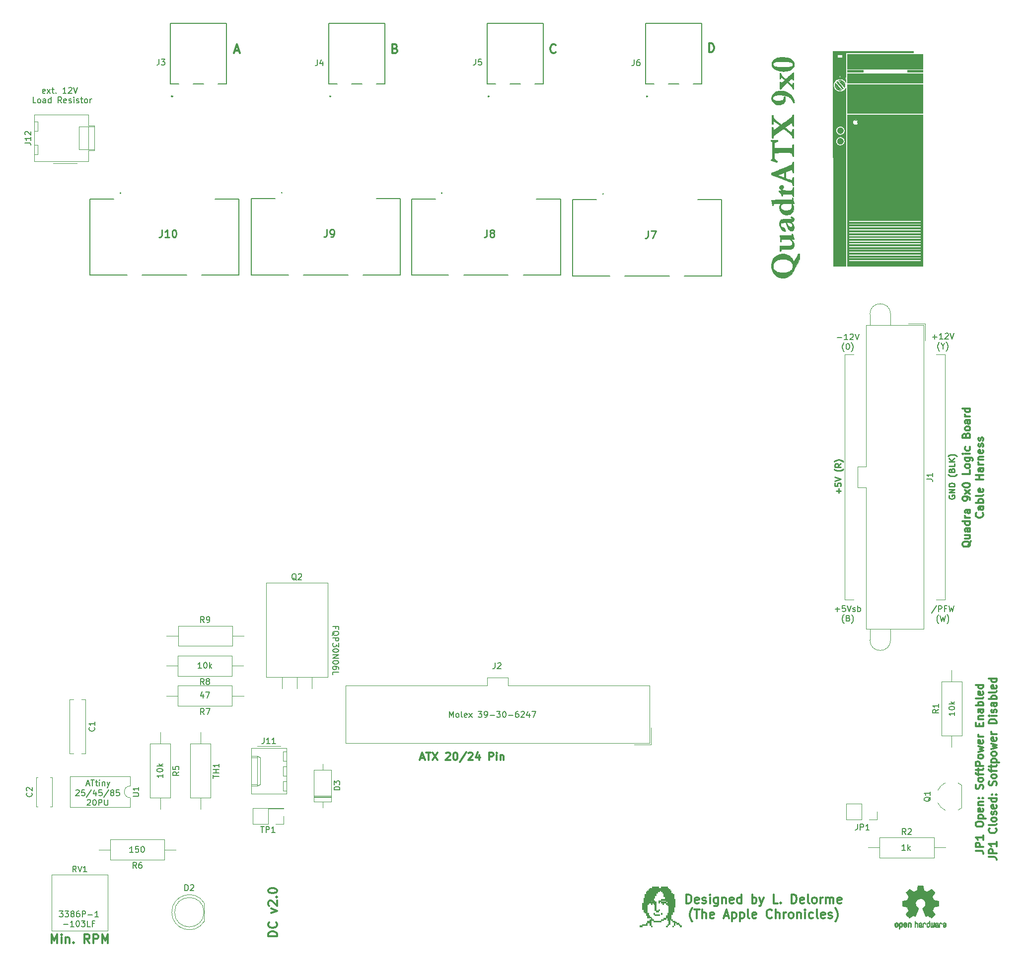
<source format=gto>
G04 #@! TF.GenerationSoftware,KiCad,Pcbnew,(5.1.5-0-10_14)*
G04 #@! TF.CreationDate,2023-03-12T15:50:22+01:00*
G04 #@! TF.ProjectId,DC_Board,44435f42-6f61-4726-942e-6b696361645f,rev?*
G04 #@! TF.SameCoordinates,Original*
G04 #@! TF.FileFunction,Legend,Top*
G04 #@! TF.FilePolarity,Positive*
%FSLAX46Y46*%
G04 Gerber Fmt 4.6, Leading zero omitted, Abs format (unit mm)*
G04 Created by KiCad (PCBNEW (5.1.5-0-10_14)) date 2023-03-12 15:50:22*
%MOMM*%
%LPD*%
G04 APERTURE LIST*
%ADD10C,0.300000*%
%ADD11C,0.150000*%
%ADD12C,0.250000*%
%ADD13C,0.120000*%
%ADD14C,0.010000*%
%ADD15C,0.254000*%
%ADD16C,0.200000*%
G04 APERTURE END LIST*
D10*
X205278571Y-224301428D02*
X203778571Y-224301428D01*
X203778571Y-223944285D01*
X203850000Y-223730000D01*
X203992857Y-223587142D01*
X204135714Y-223515714D01*
X204421428Y-223444285D01*
X204635714Y-223444285D01*
X204921428Y-223515714D01*
X205064285Y-223587142D01*
X205207142Y-223730000D01*
X205278571Y-223944285D01*
X205278571Y-224301428D01*
X205135714Y-221944285D02*
X205207142Y-222015714D01*
X205278571Y-222230000D01*
X205278571Y-222372857D01*
X205207142Y-222587142D01*
X205064285Y-222730000D01*
X204921428Y-222801428D01*
X204635714Y-222872857D01*
X204421428Y-222872857D01*
X204135714Y-222801428D01*
X203992857Y-222730000D01*
X203850000Y-222587142D01*
X203778571Y-222372857D01*
X203778571Y-222230000D01*
X203850000Y-222015714D01*
X203921428Y-221944285D01*
X204278571Y-220301428D02*
X205278571Y-219944285D01*
X204278571Y-219587142D01*
X203921428Y-219087142D02*
X203850000Y-219015714D01*
X203778571Y-218872857D01*
X203778571Y-218515714D01*
X203850000Y-218372857D01*
X203921428Y-218301428D01*
X204064285Y-218230000D01*
X204207142Y-218230000D01*
X204421428Y-218301428D01*
X205278571Y-219158571D01*
X205278571Y-218230000D01*
X205135714Y-217587142D02*
X205207142Y-217515714D01*
X205278571Y-217587142D01*
X205207142Y-217658571D01*
X205135714Y-217587142D01*
X205278571Y-217587142D01*
X203778571Y-216587142D02*
X203778571Y-216444285D01*
X203850000Y-216301428D01*
X203921428Y-216230000D01*
X204064285Y-216158571D01*
X204350000Y-216087142D01*
X204707142Y-216087142D01*
X204992857Y-216158571D01*
X205135714Y-216230000D01*
X205207142Y-216301428D01*
X205278571Y-216444285D01*
X205278571Y-216587142D01*
X205207142Y-216730000D01*
X205135714Y-216801428D01*
X204992857Y-216872857D01*
X204707142Y-216944285D01*
X204350000Y-216944285D01*
X204064285Y-216872857D01*
X203921428Y-216801428D01*
X203850000Y-216730000D01*
X203778571Y-216587142D01*
D11*
X168172857Y-219987380D02*
X168791904Y-219987380D01*
X168458571Y-220368333D01*
X168601428Y-220368333D01*
X168696666Y-220415952D01*
X168744285Y-220463571D01*
X168791904Y-220558809D01*
X168791904Y-220796904D01*
X168744285Y-220892142D01*
X168696666Y-220939761D01*
X168601428Y-220987380D01*
X168315714Y-220987380D01*
X168220476Y-220939761D01*
X168172857Y-220892142D01*
X169125238Y-219987380D02*
X169744285Y-219987380D01*
X169410952Y-220368333D01*
X169553809Y-220368333D01*
X169649047Y-220415952D01*
X169696666Y-220463571D01*
X169744285Y-220558809D01*
X169744285Y-220796904D01*
X169696666Y-220892142D01*
X169649047Y-220939761D01*
X169553809Y-220987380D01*
X169268095Y-220987380D01*
X169172857Y-220939761D01*
X169125238Y-220892142D01*
X170315714Y-220415952D02*
X170220476Y-220368333D01*
X170172857Y-220320714D01*
X170125238Y-220225476D01*
X170125238Y-220177857D01*
X170172857Y-220082619D01*
X170220476Y-220035000D01*
X170315714Y-219987380D01*
X170506190Y-219987380D01*
X170601428Y-220035000D01*
X170649047Y-220082619D01*
X170696666Y-220177857D01*
X170696666Y-220225476D01*
X170649047Y-220320714D01*
X170601428Y-220368333D01*
X170506190Y-220415952D01*
X170315714Y-220415952D01*
X170220476Y-220463571D01*
X170172857Y-220511190D01*
X170125238Y-220606428D01*
X170125238Y-220796904D01*
X170172857Y-220892142D01*
X170220476Y-220939761D01*
X170315714Y-220987380D01*
X170506190Y-220987380D01*
X170601428Y-220939761D01*
X170649047Y-220892142D01*
X170696666Y-220796904D01*
X170696666Y-220606428D01*
X170649047Y-220511190D01*
X170601428Y-220463571D01*
X170506190Y-220415952D01*
X171553809Y-219987380D02*
X171363333Y-219987380D01*
X171268095Y-220035000D01*
X171220476Y-220082619D01*
X171125238Y-220225476D01*
X171077619Y-220415952D01*
X171077619Y-220796904D01*
X171125238Y-220892142D01*
X171172857Y-220939761D01*
X171268095Y-220987380D01*
X171458571Y-220987380D01*
X171553809Y-220939761D01*
X171601428Y-220892142D01*
X171649047Y-220796904D01*
X171649047Y-220558809D01*
X171601428Y-220463571D01*
X171553809Y-220415952D01*
X171458571Y-220368333D01*
X171268095Y-220368333D01*
X171172857Y-220415952D01*
X171125238Y-220463571D01*
X171077619Y-220558809D01*
X172077619Y-220987380D02*
X172077619Y-219987380D01*
X172458571Y-219987380D01*
X172553809Y-220035000D01*
X172601428Y-220082619D01*
X172649047Y-220177857D01*
X172649047Y-220320714D01*
X172601428Y-220415952D01*
X172553809Y-220463571D01*
X172458571Y-220511190D01*
X172077619Y-220511190D01*
X173077619Y-220606428D02*
X173839523Y-220606428D01*
X174839523Y-220987380D02*
X174268095Y-220987380D01*
X174553809Y-220987380D02*
X174553809Y-219987380D01*
X174458571Y-220130238D01*
X174363333Y-220225476D01*
X174268095Y-220273095D01*
X168887142Y-222256428D02*
X169649047Y-222256428D01*
X170649047Y-222637380D02*
X170077619Y-222637380D01*
X170363333Y-222637380D02*
X170363333Y-221637380D01*
X170268095Y-221780238D01*
X170172857Y-221875476D01*
X170077619Y-221923095D01*
X171268095Y-221637380D02*
X171363333Y-221637380D01*
X171458571Y-221685000D01*
X171506190Y-221732619D01*
X171553809Y-221827857D01*
X171601428Y-222018333D01*
X171601428Y-222256428D01*
X171553809Y-222446904D01*
X171506190Y-222542142D01*
X171458571Y-222589761D01*
X171363333Y-222637380D01*
X171268095Y-222637380D01*
X171172857Y-222589761D01*
X171125238Y-222542142D01*
X171077619Y-222446904D01*
X171030000Y-222256428D01*
X171030000Y-222018333D01*
X171077619Y-221827857D01*
X171125238Y-221732619D01*
X171172857Y-221685000D01*
X171268095Y-221637380D01*
X171934761Y-221637380D02*
X172553809Y-221637380D01*
X172220476Y-222018333D01*
X172363333Y-222018333D01*
X172458571Y-222065952D01*
X172506190Y-222113571D01*
X172553809Y-222208809D01*
X172553809Y-222446904D01*
X172506190Y-222542142D01*
X172458571Y-222589761D01*
X172363333Y-222637380D01*
X172077619Y-222637380D01*
X171982380Y-222589761D01*
X171934761Y-222542142D01*
X173458571Y-222637380D02*
X172982380Y-222637380D01*
X172982380Y-221637380D01*
X174125238Y-222113571D02*
X173791904Y-222113571D01*
X173791904Y-222637380D02*
X173791904Y-221637380D01*
X174268095Y-221637380D01*
X170995714Y-199422619D02*
X171043333Y-199375000D01*
X171138571Y-199327380D01*
X171376666Y-199327380D01*
X171471904Y-199375000D01*
X171519523Y-199422619D01*
X171567142Y-199517857D01*
X171567142Y-199613095D01*
X171519523Y-199755952D01*
X170948095Y-200327380D01*
X171567142Y-200327380D01*
X172471904Y-199327380D02*
X171995714Y-199327380D01*
X171948095Y-199803571D01*
X171995714Y-199755952D01*
X172090952Y-199708333D01*
X172329047Y-199708333D01*
X172424285Y-199755952D01*
X172471904Y-199803571D01*
X172519523Y-199898809D01*
X172519523Y-200136904D01*
X172471904Y-200232142D01*
X172424285Y-200279761D01*
X172329047Y-200327380D01*
X172090952Y-200327380D01*
X171995714Y-200279761D01*
X171948095Y-200232142D01*
X173662380Y-199279761D02*
X172805238Y-200565476D01*
X174424285Y-199660714D02*
X174424285Y-200327380D01*
X174186190Y-199279761D02*
X173948095Y-199994047D01*
X174567142Y-199994047D01*
X175424285Y-199327380D02*
X174948095Y-199327380D01*
X174900476Y-199803571D01*
X174948095Y-199755952D01*
X175043333Y-199708333D01*
X175281428Y-199708333D01*
X175376666Y-199755952D01*
X175424285Y-199803571D01*
X175471904Y-199898809D01*
X175471904Y-200136904D01*
X175424285Y-200232142D01*
X175376666Y-200279761D01*
X175281428Y-200327380D01*
X175043333Y-200327380D01*
X174948095Y-200279761D01*
X174900476Y-200232142D01*
X176614761Y-199279761D02*
X175757619Y-200565476D01*
X177090952Y-199755952D02*
X176995714Y-199708333D01*
X176948095Y-199660714D01*
X176900476Y-199565476D01*
X176900476Y-199517857D01*
X176948095Y-199422619D01*
X176995714Y-199375000D01*
X177090952Y-199327380D01*
X177281428Y-199327380D01*
X177376666Y-199375000D01*
X177424285Y-199422619D01*
X177471904Y-199517857D01*
X177471904Y-199565476D01*
X177424285Y-199660714D01*
X177376666Y-199708333D01*
X177281428Y-199755952D01*
X177090952Y-199755952D01*
X176995714Y-199803571D01*
X176948095Y-199851190D01*
X176900476Y-199946428D01*
X176900476Y-200136904D01*
X176948095Y-200232142D01*
X176995714Y-200279761D01*
X177090952Y-200327380D01*
X177281428Y-200327380D01*
X177376666Y-200279761D01*
X177424285Y-200232142D01*
X177471904Y-200136904D01*
X177471904Y-199946428D01*
X177424285Y-199851190D01*
X177376666Y-199803571D01*
X177281428Y-199755952D01*
X178376666Y-199327380D02*
X177900476Y-199327380D01*
X177852857Y-199803571D01*
X177900476Y-199755952D01*
X177995714Y-199708333D01*
X178233809Y-199708333D01*
X178329047Y-199755952D01*
X178376666Y-199803571D01*
X178424285Y-199898809D01*
X178424285Y-200136904D01*
X178376666Y-200232142D01*
X178329047Y-200279761D01*
X178233809Y-200327380D01*
X177995714Y-200327380D01*
X177900476Y-200279761D01*
X177852857Y-200232142D01*
X172924285Y-201072619D02*
X172971904Y-201025000D01*
X173067142Y-200977380D01*
X173305238Y-200977380D01*
X173400476Y-201025000D01*
X173448095Y-201072619D01*
X173495714Y-201167857D01*
X173495714Y-201263095D01*
X173448095Y-201405952D01*
X172876666Y-201977380D01*
X173495714Y-201977380D01*
X174114761Y-200977380D02*
X174210000Y-200977380D01*
X174305238Y-201025000D01*
X174352857Y-201072619D01*
X174400476Y-201167857D01*
X174448095Y-201358333D01*
X174448095Y-201596428D01*
X174400476Y-201786904D01*
X174352857Y-201882142D01*
X174305238Y-201929761D01*
X174210000Y-201977380D01*
X174114761Y-201977380D01*
X174019523Y-201929761D01*
X173971904Y-201882142D01*
X173924285Y-201786904D01*
X173876666Y-201596428D01*
X173876666Y-201358333D01*
X173924285Y-201167857D01*
X173971904Y-201072619D01*
X174019523Y-201025000D01*
X174114761Y-200977380D01*
X174876666Y-201977380D02*
X174876666Y-200977380D01*
X175257619Y-200977380D01*
X175352857Y-201025000D01*
X175400476Y-201072619D01*
X175448095Y-201167857D01*
X175448095Y-201310714D01*
X175400476Y-201405952D01*
X175352857Y-201453571D01*
X175257619Y-201501190D01*
X174876666Y-201501190D01*
X175876666Y-200977380D02*
X175876666Y-201786904D01*
X175924285Y-201882142D01*
X175971904Y-201929761D01*
X176067142Y-201977380D01*
X176257619Y-201977380D01*
X176352857Y-201929761D01*
X176400476Y-201882142D01*
X176448095Y-201786904D01*
X176448095Y-200977380D01*
D10*
X166828571Y-225458571D02*
X166828571Y-223958571D01*
X167328571Y-225030000D01*
X167828571Y-223958571D01*
X167828571Y-225458571D01*
X168542857Y-225458571D02*
X168542857Y-224458571D01*
X168542857Y-223958571D02*
X168471428Y-224030000D01*
X168542857Y-224101428D01*
X168614285Y-224030000D01*
X168542857Y-223958571D01*
X168542857Y-224101428D01*
X169257142Y-224458571D02*
X169257142Y-225458571D01*
X169257142Y-224601428D02*
X169328571Y-224530000D01*
X169471428Y-224458571D01*
X169685714Y-224458571D01*
X169828571Y-224530000D01*
X169900000Y-224672857D01*
X169900000Y-225458571D01*
X170614285Y-225315714D02*
X170685714Y-225387142D01*
X170614285Y-225458571D01*
X170542857Y-225387142D01*
X170614285Y-225315714D01*
X170614285Y-225458571D01*
X173328571Y-225458571D02*
X172828571Y-224744285D01*
X172471428Y-225458571D02*
X172471428Y-223958571D01*
X173042857Y-223958571D01*
X173185714Y-224030000D01*
X173257142Y-224101428D01*
X173328571Y-224244285D01*
X173328571Y-224458571D01*
X173257142Y-224601428D01*
X173185714Y-224672857D01*
X173042857Y-224744285D01*
X172471428Y-224744285D01*
X173971428Y-225458571D02*
X173971428Y-223958571D01*
X174542857Y-223958571D01*
X174685714Y-224030000D01*
X174757142Y-224101428D01*
X174828571Y-224244285D01*
X174828571Y-224458571D01*
X174757142Y-224601428D01*
X174685714Y-224672857D01*
X174542857Y-224744285D01*
X173971428Y-224744285D01*
X175471428Y-225458571D02*
X175471428Y-223958571D01*
X175971428Y-225030000D01*
X176471428Y-223958571D01*
X176471428Y-225458571D01*
X278957142Y-73498571D02*
X278957142Y-71998571D01*
X279314285Y-71998571D01*
X279528571Y-72070000D01*
X279671428Y-72212857D01*
X279742857Y-72355714D01*
X279814285Y-72641428D01*
X279814285Y-72855714D01*
X279742857Y-73141428D01*
X279671428Y-73284285D01*
X279528571Y-73427142D01*
X279314285Y-73498571D01*
X278957142Y-73498571D01*
X252804285Y-73525714D02*
X252732857Y-73597142D01*
X252518571Y-73668571D01*
X252375714Y-73668571D01*
X252161428Y-73597142D01*
X252018571Y-73454285D01*
X251947142Y-73311428D01*
X251875714Y-73025714D01*
X251875714Y-72811428D01*
X251947142Y-72525714D01*
X252018571Y-72382857D01*
X252161428Y-72240000D01*
X252375714Y-72168571D01*
X252518571Y-72168571D01*
X252732857Y-72240000D01*
X252804285Y-72311428D01*
X225447142Y-72892857D02*
X225661428Y-72964285D01*
X225732857Y-73035714D01*
X225804285Y-73178571D01*
X225804285Y-73392857D01*
X225732857Y-73535714D01*
X225661428Y-73607142D01*
X225518571Y-73678571D01*
X224947142Y-73678571D01*
X224947142Y-72178571D01*
X225447142Y-72178571D01*
X225590000Y-72250000D01*
X225661428Y-72321428D01*
X225732857Y-72464285D01*
X225732857Y-72607142D01*
X225661428Y-72750000D01*
X225590000Y-72821428D01*
X225447142Y-72892857D01*
X224947142Y-72892857D01*
X198092857Y-73250000D02*
X198807142Y-73250000D01*
X197950000Y-73678571D02*
X198450000Y-72178571D01*
X198950000Y-73678571D01*
X275100000Y-218658571D02*
X275100000Y-217158571D01*
X275457142Y-217158571D01*
X275671428Y-217230000D01*
X275814285Y-217372857D01*
X275885714Y-217515714D01*
X275957142Y-217801428D01*
X275957142Y-218015714D01*
X275885714Y-218301428D01*
X275814285Y-218444285D01*
X275671428Y-218587142D01*
X275457142Y-218658571D01*
X275100000Y-218658571D01*
X277171428Y-218587142D02*
X277028571Y-218658571D01*
X276742857Y-218658571D01*
X276600000Y-218587142D01*
X276528571Y-218444285D01*
X276528571Y-217872857D01*
X276600000Y-217730000D01*
X276742857Y-217658571D01*
X277028571Y-217658571D01*
X277171428Y-217730000D01*
X277242857Y-217872857D01*
X277242857Y-218015714D01*
X276528571Y-218158571D01*
X277814285Y-218587142D02*
X277957142Y-218658571D01*
X278242857Y-218658571D01*
X278385714Y-218587142D01*
X278457142Y-218444285D01*
X278457142Y-218372857D01*
X278385714Y-218230000D01*
X278242857Y-218158571D01*
X278028571Y-218158571D01*
X277885714Y-218087142D01*
X277814285Y-217944285D01*
X277814285Y-217872857D01*
X277885714Y-217730000D01*
X278028571Y-217658571D01*
X278242857Y-217658571D01*
X278385714Y-217730000D01*
X279100000Y-218658571D02*
X279100000Y-217658571D01*
X279100000Y-217158571D02*
X279028571Y-217230000D01*
X279100000Y-217301428D01*
X279171428Y-217230000D01*
X279100000Y-217158571D01*
X279100000Y-217301428D01*
X280457142Y-217658571D02*
X280457142Y-218872857D01*
X280385714Y-219015714D01*
X280314285Y-219087142D01*
X280171428Y-219158571D01*
X279957142Y-219158571D01*
X279814285Y-219087142D01*
X280457142Y-218587142D02*
X280314285Y-218658571D01*
X280028571Y-218658571D01*
X279885714Y-218587142D01*
X279814285Y-218515714D01*
X279742857Y-218372857D01*
X279742857Y-217944285D01*
X279814285Y-217801428D01*
X279885714Y-217730000D01*
X280028571Y-217658571D01*
X280314285Y-217658571D01*
X280457142Y-217730000D01*
X281171428Y-217658571D02*
X281171428Y-218658571D01*
X281171428Y-217801428D02*
X281242857Y-217730000D01*
X281385714Y-217658571D01*
X281600000Y-217658571D01*
X281742857Y-217730000D01*
X281814285Y-217872857D01*
X281814285Y-218658571D01*
X283100000Y-218587142D02*
X282957142Y-218658571D01*
X282671428Y-218658571D01*
X282528571Y-218587142D01*
X282457142Y-218444285D01*
X282457142Y-217872857D01*
X282528571Y-217730000D01*
X282671428Y-217658571D01*
X282957142Y-217658571D01*
X283100000Y-217730000D01*
X283171428Y-217872857D01*
X283171428Y-218015714D01*
X282457142Y-218158571D01*
X284457142Y-218658571D02*
X284457142Y-217158571D01*
X284457142Y-218587142D02*
X284314285Y-218658571D01*
X284028571Y-218658571D01*
X283885714Y-218587142D01*
X283814285Y-218515714D01*
X283742857Y-218372857D01*
X283742857Y-217944285D01*
X283814285Y-217801428D01*
X283885714Y-217730000D01*
X284028571Y-217658571D01*
X284314285Y-217658571D01*
X284457142Y-217730000D01*
X286314285Y-218658571D02*
X286314285Y-217158571D01*
X286314285Y-217730000D02*
X286457142Y-217658571D01*
X286742857Y-217658571D01*
X286885714Y-217730000D01*
X286957142Y-217801428D01*
X287028571Y-217944285D01*
X287028571Y-218372857D01*
X286957142Y-218515714D01*
X286885714Y-218587142D01*
X286742857Y-218658571D01*
X286457142Y-218658571D01*
X286314285Y-218587142D01*
X287528571Y-217658571D02*
X287885714Y-218658571D01*
X288242857Y-217658571D02*
X287885714Y-218658571D01*
X287742857Y-219015714D01*
X287671428Y-219087142D01*
X287528571Y-219158571D01*
X290671428Y-218658571D02*
X289957142Y-218658571D01*
X289957142Y-217158571D01*
X291171428Y-218515714D02*
X291242857Y-218587142D01*
X291171428Y-218658571D01*
X291100000Y-218587142D01*
X291171428Y-218515714D01*
X291171428Y-218658571D01*
X293028571Y-218658571D02*
X293028571Y-217158571D01*
X293385714Y-217158571D01*
X293600000Y-217230000D01*
X293742857Y-217372857D01*
X293814285Y-217515714D01*
X293885714Y-217801428D01*
X293885714Y-218015714D01*
X293814285Y-218301428D01*
X293742857Y-218444285D01*
X293600000Y-218587142D01*
X293385714Y-218658571D01*
X293028571Y-218658571D01*
X295100000Y-218587142D02*
X294957142Y-218658571D01*
X294671428Y-218658571D01*
X294528571Y-218587142D01*
X294457142Y-218444285D01*
X294457142Y-217872857D01*
X294528571Y-217730000D01*
X294671428Y-217658571D01*
X294957142Y-217658571D01*
X295100000Y-217730000D01*
X295171428Y-217872857D01*
X295171428Y-218015714D01*
X294457142Y-218158571D01*
X296028571Y-218658571D02*
X295885714Y-218587142D01*
X295814285Y-218444285D01*
X295814285Y-217158571D01*
X296814285Y-218658571D02*
X296671428Y-218587142D01*
X296600000Y-218515714D01*
X296528571Y-218372857D01*
X296528571Y-217944285D01*
X296600000Y-217801428D01*
X296671428Y-217730000D01*
X296814285Y-217658571D01*
X297028571Y-217658571D01*
X297171428Y-217730000D01*
X297242857Y-217801428D01*
X297314285Y-217944285D01*
X297314285Y-218372857D01*
X297242857Y-218515714D01*
X297171428Y-218587142D01*
X297028571Y-218658571D01*
X296814285Y-218658571D01*
X297957142Y-218658571D02*
X297957142Y-217658571D01*
X297957142Y-217944285D02*
X298028571Y-217801428D01*
X298100000Y-217730000D01*
X298242857Y-217658571D01*
X298385714Y-217658571D01*
X298885714Y-218658571D02*
X298885714Y-217658571D01*
X298885714Y-217801428D02*
X298957142Y-217730000D01*
X299100000Y-217658571D01*
X299314285Y-217658571D01*
X299457142Y-217730000D01*
X299528571Y-217872857D01*
X299528571Y-218658571D01*
X299528571Y-217872857D02*
X299600000Y-217730000D01*
X299742857Y-217658571D01*
X299957142Y-217658571D01*
X300100000Y-217730000D01*
X300171428Y-217872857D01*
X300171428Y-218658571D01*
X301457142Y-218587142D02*
X301314285Y-218658571D01*
X301028571Y-218658571D01*
X300885714Y-218587142D01*
X300814285Y-218444285D01*
X300814285Y-217872857D01*
X300885714Y-217730000D01*
X301028571Y-217658571D01*
X301314285Y-217658571D01*
X301457142Y-217730000D01*
X301528571Y-217872857D01*
X301528571Y-218015714D01*
X300814285Y-218158571D01*
X276100000Y-221780000D02*
X276028571Y-221708571D01*
X275885714Y-221494285D01*
X275814285Y-221351428D01*
X275742857Y-221137142D01*
X275671428Y-220780000D01*
X275671428Y-220494285D01*
X275742857Y-220137142D01*
X275814285Y-219922857D01*
X275885714Y-219780000D01*
X276028571Y-219565714D01*
X276100000Y-219494285D01*
X276457142Y-219708571D02*
X277314285Y-219708571D01*
X276885714Y-221208571D02*
X276885714Y-219708571D01*
X277814285Y-221208571D02*
X277814285Y-219708571D01*
X278457142Y-221208571D02*
X278457142Y-220422857D01*
X278385714Y-220280000D01*
X278242857Y-220208571D01*
X278028571Y-220208571D01*
X277885714Y-220280000D01*
X277814285Y-220351428D01*
X279742857Y-221137142D02*
X279600000Y-221208571D01*
X279314285Y-221208571D01*
X279171428Y-221137142D01*
X279100000Y-220994285D01*
X279100000Y-220422857D01*
X279171428Y-220280000D01*
X279314285Y-220208571D01*
X279600000Y-220208571D01*
X279742857Y-220280000D01*
X279814285Y-220422857D01*
X279814285Y-220565714D01*
X279100000Y-220708571D01*
X281528571Y-220780000D02*
X282242857Y-220780000D01*
X281385714Y-221208571D02*
X281885714Y-219708571D01*
X282385714Y-221208571D01*
X282885714Y-220208571D02*
X282885714Y-221708571D01*
X282885714Y-220280000D02*
X283028571Y-220208571D01*
X283314285Y-220208571D01*
X283457142Y-220280000D01*
X283528571Y-220351428D01*
X283600000Y-220494285D01*
X283600000Y-220922857D01*
X283528571Y-221065714D01*
X283457142Y-221137142D01*
X283314285Y-221208571D01*
X283028571Y-221208571D01*
X282885714Y-221137142D01*
X284242857Y-220208571D02*
X284242857Y-221708571D01*
X284242857Y-220280000D02*
X284385714Y-220208571D01*
X284671428Y-220208571D01*
X284814285Y-220280000D01*
X284885714Y-220351428D01*
X284957142Y-220494285D01*
X284957142Y-220922857D01*
X284885714Y-221065714D01*
X284814285Y-221137142D01*
X284671428Y-221208571D01*
X284385714Y-221208571D01*
X284242857Y-221137142D01*
X285814285Y-221208571D02*
X285671428Y-221137142D01*
X285600000Y-220994285D01*
X285600000Y-219708571D01*
X286957142Y-221137142D02*
X286814285Y-221208571D01*
X286528571Y-221208571D01*
X286385714Y-221137142D01*
X286314285Y-220994285D01*
X286314285Y-220422857D01*
X286385714Y-220280000D01*
X286528571Y-220208571D01*
X286814285Y-220208571D01*
X286957142Y-220280000D01*
X287028571Y-220422857D01*
X287028571Y-220565714D01*
X286314285Y-220708571D01*
X289671428Y-221065714D02*
X289600000Y-221137142D01*
X289385714Y-221208571D01*
X289242857Y-221208571D01*
X289028571Y-221137142D01*
X288885714Y-220994285D01*
X288814285Y-220851428D01*
X288742857Y-220565714D01*
X288742857Y-220351428D01*
X288814285Y-220065714D01*
X288885714Y-219922857D01*
X289028571Y-219780000D01*
X289242857Y-219708571D01*
X289385714Y-219708571D01*
X289600000Y-219780000D01*
X289671428Y-219851428D01*
X290314285Y-221208571D02*
X290314285Y-219708571D01*
X290957142Y-221208571D02*
X290957142Y-220422857D01*
X290885714Y-220280000D01*
X290742857Y-220208571D01*
X290528571Y-220208571D01*
X290385714Y-220280000D01*
X290314285Y-220351428D01*
X291671428Y-221208571D02*
X291671428Y-220208571D01*
X291671428Y-220494285D02*
X291742857Y-220351428D01*
X291814285Y-220280000D01*
X291957142Y-220208571D01*
X292100000Y-220208571D01*
X292814285Y-221208571D02*
X292671428Y-221137142D01*
X292600000Y-221065714D01*
X292528571Y-220922857D01*
X292528571Y-220494285D01*
X292600000Y-220351428D01*
X292671428Y-220280000D01*
X292814285Y-220208571D01*
X293028571Y-220208571D01*
X293171428Y-220280000D01*
X293242857Y-220351428D01*
X293314285Y-220494285D01*
X293314285Y-220922857D01*
X293242857Y-221065714D01*
X293171428Y-221137142D01*
X293028571Y-221208571D01*
X292814285Y-221208571D01*
X293957142Y-220208571D02*
X293957142Y-221208571D01*
X293957142Y-220351428D02*
X294028571Y-220280000D01*
X294171428Y-220208571D01*
X294385714Y-220208571D01*
X294528571Y-220280000D01*
X294600000Y-220422857D01*
X294600000Y-221208571D01*
X295314285Y-221208571D02*
X295314285Y-220208571D01*
X295314285Y-219708571D02*
X295242857Y-219780000D01*
X295314285Y-219851428D01*
X295385714Y-219780000D01*
X295314285Y-219708571D01*
X295314285Y-219851428D01*
X296671428Y-221137142D02*
X296528571Y-221208571D01*
X296242857Y-221208571D01*
X296100000Y-221137142D01*
X296028571Y-221065714D01*
X295957142Y-220922857D01*
X295957142Y-220494285D01*
X296028571Y-220351428D01*
X296100000Y-220280000D01*
X296242857Y-220208571D01*
X296528571Y-220208571D01*
X296671428Y-220280000D01*
X297528571Y-221208571D02*
X297385714Y-221137142D01*
X297314285Y-220994285D01*
X297314285Y-219708571D01*
X298671428Y-221137142D02*
X298528571Y-221208571D01*
X298242857Y-221208571D01*
X298100000Y-221137142D01*
X298028571Y-220994285D01*
X298028571Y-220422857D01*
X298100000Y-220280000D01*
X298242857Y-220208571D01*
X298528571Y-220208571D01*
X298671428Y-220280000D01*
X298742857Y-220422857D01*
X298742857Y-220565714D01*
X298028571Y-220708571D01*
X299314285Y-221137142D02*
X299457142Y-221208571D01*
X299742857Y-221208571D01*
X299885714Y-221137142D01*
X299957142Y-220994285D01*
X299957142Y-220922857D01*
X299885714Y-220780000D01*
X299742857Y-220708571D01*
X299528571Y-220708571D01*
X299385714Y-220637142D01*
X299314285Y-220494285D01*
X299314285Y-220422857D01*
X299385714Y-220280000D01*
X299528571Y-220208571D01*
X299742857Y-220208571D01*
X299885714Y-220280000D01*
X300457142Y-221780000D02*
X300528571Y-221708571D01*
X300671428Y-221494285D01*
X300742857Y-221351428D01*
X300814285Y-221137142D01*
X300885714Y-220780000D01*
X300885714Y-220494285D01*
X300814285Y-220137142D01*
X300742857Y-219922857D01*
X300671428Y-219780000D01*
X300528571Y-219565714D01*
X300457142Y-219494285D01*
D11*
X234690476Y-186952380D02*
X234690476Y-185952380D01*
X235023809Y-186666666D01*
X235357142Y-185952380D01*
X235357142Y-186952380D01*
X235976190Y-186952380D02*
X235880952Y-186904761D01*
X235833333Y-186857142D01*
X235785714Y-186761904D01*
X235785714Y-186476190D01*
X235833333Y-186380952D01*
X235880952Y-186333333D01*
X235976190Y-186285714D01*
X236119047Y-186285714D01*
X236214285Y-186333333D01*
X236261904Y-186380952D01*
X236309523Y-186476190D01*
X236309523Y-186761904D01*
X236261904Y-186857142D01*
X236214285Y-186904761D01*
X236119047Y-186952380D01*
X235976190Y-186952380D01*
X236880952Y-186952380D02*
X236785714Y-186904761D01*
X236738095Y-186809523D01*
X236738095Y-185952380D01*
X237642857Y-186904761D02*
X237547619Y-186952380D01*
X237357142Y-186952380D01*
X237261904Y-186904761D01*
X237214285Y-186809523D01*
X237214285Y-186428571D01*
X237261904Y-186333333D01*
X237357142Y-186285714D01*
X237547619Y-186285714D01*
X237642857Y-186333333D01*
X237690476Y-186428571D01*
X237690476Y-186523809D01*
X237214285Y-186619047D01*
X238023809Y-186952380D02*
X238547619Y-186285714D01*
X238023809Y-186285714D02*
X238547619Y-186952380D01*
X239595238Y-185952380D02*
X240214285Y-185952380D01*
X239880952Y-186333333D01*
X240023809Y-186333333D01*
X240119047Y-186380952D01*
X240166666Y-186428571D01*
X240214285Y-186523809D01*
X240214285Y-186761904D01*
X240166666Y-186857142D01*
X240119047Y-186904761D01*
X240023809Y-186952380D01*
X239738095Y-186952380D01*
X239642857Y-186904761D01*
X239595238Y-186857142D01*
X240690476Y-186952380D02*
X240880952Y-186952380D01*
X240976190Y-186904761D01*
X241023809Y-186857142D01*
X241119047Y-186714285D01*
X241166666Y-186523809D01*
X241166666Y-186142857D01*
X241119047Y-186047619D01*
X241071428Y-186000000D01*
X240976190Y-185952380D01*
X240785714Y-185952380D01*
X240690476Y-186000000D01*
X240642857Y-186047619D01*
X240595238Y-186142857D01*
X240595238Y-186380952D01*
X240642857Y-186476190D01*
X240690476Y-186523809D01*
X240785714Y-186571428D01*
X240976190Y-186571428D01*
X241071428Y-186523809D01*
X241119047Y-186476190D01*
X241166666Y-186380952D01*
X241595238Y-186571428D02*
X242357142Y-186571428D01*
X242738095Y-185952380D02*
X243357142Y-185952380D01*
X243023809Y-186333333D01*
X243166666Y-186333333D01*
X243261904Y-186380952D01*
X243309523Y-186428571D01*
X243357142Y-186523809D01*
X243357142Y-186761904D01*
X243309523Y-186857142D01*
X243261904Y-186904761D01*
X243166666Y-186952380D01*
X242880952Y-186952380D01*
X242785714Y-186904761D01*
X242738095Y-186857142D01*
X243976190Y-185952380D02*
X244071428Y-185952380D01*
X244166666Y-186000000D01*
X244214285Y-186047619D01*
X244261904Y-186142857D01*
X244309523Y-186333333D01*
X244309523Y-186571428D01*
X244261904Y-186761904D01*
X244214285Y-186857142D01*
X244166666Y-186904761D01*
X244071428Y-186952380D01*
X243976190Y-186952380D01*
X243880952Y-186904761D01*
X243833333Y-186857142D01*
X243785714Y-186761904D01*
X243738095Y-186571428D01*
X243738095Y-186333333D01*
X243785714Y-186142857D01*
X243833333Y-186047619D01*
X243880952Y-186000000D01*
X243976190Y-185952380D01*
X244738095Y-186571428D02*
X245500000Y-186571428D01*
X246404761Y-185952380D02*
X246214285Y-185952380D01*
X246119047Y-186000000D01*
X246071428Y-186047619D01*
X245976190Y-186190476D01*
X245928571Y-186380952D01*
X245928571Y-186761904D01*
X245976190Y-186857142D01*
X246023809Y-186904761D01*
X246119047Y-186952380D01*
X246309523Y-186952380D01*
X246404761Y-186904761D01*
X246452380Y-186857142D01*
X246500000Y-186761904D01*
X246500000Y-186523809D01*
X246452380Y-186428571D01*
X246404761Y-186380952D01*
X246309523Y-186333333D01*
X246119047Y-186333333D01*
X246023809Y-186380952D01*
X245976190Y-186428571D01*
X245928571Y-186523809D01*
X246880952Y-186047619D02*
X246928571Y-186000000D01*
X247023809Y-185952380D01*
X247261904Y-185952380D01*
X247357142Y-186000000D01*
X247404761Y-186047619D01*
X247452380Y-186142857D01*
X247452380Y-186238095D01*
X247404761Y-186380952D01*
X246833333Y-186952380D01*
X247452380Y-186952380D01*
X248309523Y-186285714D02*
X248309523Y-186952380D01*
X248071428Y-185904761D02*
X247833333Y-186619047D01*
X248452380Y-186619047D01*
X248738095Y-185952380D02*
X249404761Y-185952380D01*
X248976190Y-186952380D01*
X300457142Y-168526428D02*
X301219047Y-168526428D01*
X300838095Y-168907380D02*
X300838095Y-168145476D01*
X302171428Y-167907380D02*
X301695238Y-167907380D01*
X301647619Y-168383571D01*
X301695238Y-168335952D01*
X301790476Y-168288333D01*
X302028571Y-168288333D01*
X302123809Y-168335952D01*
X302171428Y-168383571D01*
X302219047Y-168478809D01*
X302219047Y-168716904D01*
X302171428Y-168812142D01*
X302123809Y-168859761D01*
X302028571Y-168907380D01*
X301790476Y-168907380D01*
X301695238Y-168859761D01*
X301647619Y-168812142D01*
X302504761Y-167907380D02*
X302838095Y-168907380D01*
X303171428Y-167907380D01*
X303457142Y-168859761D02*
X303552380Y-168907380D01*
X303742857Y-168907380D01*
X303838095Y-168859761D01*
X303885714Y-168764523D01*
X303885714Y-168716904D01*
X303838095Y-168621666D01*
X303742857Y-168574047D01*
X303600000Y-168574047D01*
X303504761Y-168526428D01*
X303457142Y-168431190D01*
X303457142Y-168383571D01*
X303504761Y-168288333D01*
X303600000Y-168240714D01*
X303742857Y-168240714D01*
X303838095Y-168288333D01*
X304314285Y-168907380D02*
X304314285Y-167907380D01*
X304314285Y-168288333D02*
X304409523Y-168240714D01*
X304600000Y-168240714D01*
X304695238Y-168288333D01*
X304742857Y-168335952D01*
X304790476Y-168431190D01*
X304790476Y-168716904D01*
X304742857Y-168812142D01*
X304695238Y-168859761D01*
X304600000Y-168907380D01*
X304409523Y-168907380D01*
X304314285Y-168859761D01*
X301957142Y-170938333D02*
X301909523Y-170890714D01*
X301814285Y-170747857D01*
X301766666Y-170652619D01*
X301719047Y-170509761D01*
X301671428Y-170271666D01*
X301671428Y-170081190D01*
X301719047Y-169843095D01*
X301766666Y-169700238D01*
X301814285Y-169605000D01*
X301909523Y-169462142D01*
X301957142Y-169414523D01*
X302671428Y-170033571D02*
X302814285Y-170081190D01*
X302861904Y-170128809D01*
X302909523Y-170224047D01*
X302909523Y-170366904D01*
X302861904Y-170462142D01*
X302814285Y-170509761D01*
X302719047Y-170557380D01*
X302338095Y-170557380D01*
X302338095Y-169557380D01*
X302671428Y-169557380D01*
X302766666Y-169605000D01*
X302814285Y-169652619D01*
X302861904Y-169747857D01*
X302861904Y-169843095D01*
X302814285Y-169938333D01*
X302766666Y-169985952D01*
X302671428Y-170033571D01*
X302338095Y-170033571D01*
X303242857Y-170938333D02*
X303290476Y-170890714D01*
X303385714Y-170747857D01*
X303433333Y-170652619D01*
X303480952Y-170509761D01*
X303528571Y-170271666D01*
X303528571Y-170081190D01*
X303480952Y-169843095D01*
X303433333Y-169700238D01*
X303385714Y-169605000D01*
X303290476Y-169462142D01*
X303242857Y-169414523D01*
D12*
X301041428Y-148713333D02*
X301041428Y-147951428D01*
X301422380Y-148332380D02*
X300660476Y-148332380D01*
X300422380Y-146999047D02*
X300422380Y-147475238D01*
X300898571Y-147522857D01*
X300850952Y-147475238D01*
X300803333Y-147380000D01*
X300803333Y-147141904D01*
X300850952Y-147046666D01*
X300898571Y-146999047D01*
X300993809Y-146951428D01*
X301231904Y-146951428D01*
X301327142Y-146999047D01*
X301374761Y-147046666D01*
X301422380Y-147141904D01*
X301422380Y-147380000D01*
X301374761Y-147475238D01*
X301327142Y-147522857D01*
X300422380Y-146665714D02*
X301422380Y-146332380D01*
X300422380Y-145999047D01*
X301803333Y-144618095D02*
X301755714Y-144665714D01*
X301612857Y-144760952D01*
X301517619Y-144808571D01*
X301374761Y-144856190D01*
X301136666Y-144903809D01*
X300946190Y-144903809D01*
X300708095Y-144856190D01*
X300565238Y-144808571D01*
X300470000Y-144760952D01*
X300327142Y-144665714D01*
X300279523Y-144618095D01*
X301422380Y-143665714D02*
X300946190Y-143999047D01*
X301422380Y-144237142D02*
X300422380Y-144237142D01*
X300422380Y-143856190D01*
X300470000Y-143760952D01*
X300517619Y-143713333D01*
X300612857Y-143665714D01*
X300755714Y-143665714D01*
X300850952Y-143713333D01*
X300898571Y-143760952D01*
X300946190Y-143856190D01*
X300946190Y-144237142D01*
X301803333Y-143332380D02*
X301755714Y-143284761D01*
X301612857Y-143189523D01*
X301517619Y-143141904D01*
X301374761Y-143094285D01*
X301136666Y-143046666D01*
X300946190Y-143046666D01*
X300708095Y-143094285D01*
X300565238Y-143141904D01*
X300470000Y-143189523D01*
X300327142Y-143284761D01*
X300279523Y-143332380D01*
D13*
X302070000Y-125080000D02*
X303570000Y-125080000D01*
X302070000Y-125080000D02*
X302070000Y-166880000D01*
X303570000Y-166880000D02*
X302070000Y-166880000D01*
D12*
X319870000Y-149094285D02*
X319822380Y-149189523D01*
X319822380Y-149332380D01*
X319870000Y-149475238D01*
X319965238Y-149570476D01*
X320060476Y-149618095D01*
X320250952Y-149665714D01*
X320393809Y-149665714D01*
X320584285Y-149618095D01*
X320679523Y-149570476D01*
X320774761Y-149475238D01*
X320822380Y-149332380D01*
X320822380Y-149237142D01*
X320774761Y-149094285D01*
X320727142Y-149046666D01*
X320393809Y-149046666D01*
X320393809Y-149237142D01*
X320822380Y-148618095D02*
X319822380Y-148618095D01*
X320822380Y-148046666D01*
X319822380Y-148046666D01*
X320822380Y-147570476D02*
X319822380Y-147570476D01*
X319822380Y-147332380D01*
X319870000Y-147189523D01*
X319965238Y-147094285D01*
X320060476Y-147046666D01*
X320250952Y-146999047D01*
X320393809Y-146999047D01*
X320584285Y-147046666D01*
X320679523Y-147094285D01*
X320774761Y-147189523D01*
X320822380Y-147332380D01*
X320822380Y-147570476D01*
X321203333Y-145522857D02*
X321155714Y-145570476D01*
X321012857Y-145665714D01*
X320917619Y-145713333D01*
X320774761Y-145760952D01*
X320536666Y-145808571D01*
X320346190Y-145808571D01*
X320108095Y-145760952D01*
X319965238Y-145713333D01*
X319870000Y-145665714D01*
X319727142Y-145570476D01*
X319679523Y-145522857D01*
X320298571Y-144808571D02*
X320346190Y-144665714D01*
X320393809Y-144618095D01*
X320489047Y-144570476D01*
X320631904Y-144570476D01*
X320727142Y-144618095D01*
X320774761Y-144665714D01*
X320822380Y-144760952D01*
X320822380Y-145141904D01*
X319822380Y-145141904D01*
X319822380Y-144808571D01*
X319870000Y-144713333D01*
X319917619Y-144665714D01*
X320012857Y-144618095D01*
X320108095Y-144618095D01*
X320203333Y-144665714D01*
X320250952Y-144713333D01*
X320298571Y-144808571D01*
X320298571Y-145141904D01*
X320822380Y-143665714D02*
X320822380Y-144141904D01*
X319822380Y-144141904D01*
X320822380Y-143332380D02*
X319822380Y-143332380D01*
X320822380Y-142760952D02*
X320250952Y-143189523D01*
X319822380Y-142760952D02*
X320393809Y-143332380D01*
X321203333Y-142427619D02*
X321155714Y-142380000D01*
X321012857Y-142284761D01*
X320917619Y-142237142D01*
X320774761Y-142189523D01*
X320536666Y-142141904D01*
X320346190Y-142141904D01*
X320108095Y-142189523D01*
X319965238Y-142237142D01*
X319870000Y-142284761D01*
X319727142Y-142380000D01*
X319679523Y-142427619D01*
D13*
X319170000Y-166880000D02*
X317670000Y-166880000D01*
X319170000Y-125080000D02*
X319170000Y-166880000D01*
X317670000Y-125080000D02*
X319170000Y-125080000D01*
D11*
X300838095Y-122166428D02*
X301600000Y-122166428D01*
X302600000Y-122547380D02*
X302028571Y-122547380D01*
X302314285Y-122547380D02*
X302314285Y-121547380D01*
X302219047Y-121690238D01*
X302123809Y-121785476D01*
X302028571Y-121833095D01*
X302980952Y-121642619D02*
X303028571Y-121595000D01*
X303123809Y-121547380D01*
X303361904Y-121547380D01*
X303457142Y-121595000D01*
X303504761Y-121642619D01*
X303552380Y-121737857D01*
X303552380Y-121833095D01*
X303504761Y-121975952D01*
X302933333Y-122547380D01*
X303552380Y-122547380D01*
X303838095Y-121547380D02*
X304171428Y-122547380D01*
X304504761Y-121547380D01*
X301980952Y-124578333D02*
X301933333Y-124530714D01*
X301838095Y-124387857D01*
X301790476Y-124292619D01*
X301742857Y-124149761D01*
X301695238Y-123911666D01*
X301695238Y-123721190D01*
X301742857Y-123483095D01*
X301790476Y-123340238D01*
X301838095Y-123245000D01*
X301933333Y-123102142D01*
X301980952Y-123054523D01*
X302552380Y-123197380D02*
X302647619Y-123197380D01*
X302742857Y-123245000D01*
X302790476Y-123292619D01*
X302838095Y-123387857D01*
X302885714Y-123578333D01*
X302885714Y-123816428D01*
X302838095Y-124006904D01*
X302790476Y-124102142D01*
X302742857Y-124149761D01*
X302647619Y-124197380D01*
X302552380Y-124197380D01*
X302457142Y-124149761D01*
X302409523Y-124102142D01*
X302361904Y-124006904D01*
X302314285Y-123816428D01*
X302314285Y-123578333D01*
X302361904Y-123387857D01*
X302409523Y-123292619D01*
X302457142Y-123245000D01*
X302552380Y-123197380D01*
X303219047Y-124578333D02*
X303266666Y-124530714D01*
X303361904Y-124387857D01*
X303409523Y-124292619D01*
X303457142Y-124149761D01*
X303504761Y-123911666D01*
X303504761Y-123721190D01*
X303457142Y-123483095D01*
X303409523Y-123340238D01*
X303361904Y-123245000D01*
X303266666Y-123102142D01*
X303219047Y-123054523D01*
X317038095Y-122066428D02*
X317800000Y-122066428D01*
X317419047Y-122447380D02*
X317419047Y-121685476D01*
X318800000Y-122447380D02*
X318228571Y-122447380D01*
X318514285Y-122447380D02*
X318514285Y-121447380D01*
X318419047Y-121590238D01*
X318323809Y-121685476D01*
X318228571Y-121733095D01*
X319180952Y-121542619D02*
X319228571Y-121495000D01*
X319323809Y-121447380D01*
X319561904Y-121447380D01*
X319657142Y-121495000D01*
X319704761Y-121542619D01*
X319752380Y-121637857D01*
X319752380Y-121733095D01*
X319704761Y-121875952D01*
X319133333Y-122447380D01*
X319752380Y-122447380D01*
X320038095Y-121447380D02*
X320371428Y-122447380D01*
X320704761Y-121447380D01*
X318228571Y-124478333D02*
X318180952Y-124430714D01*
X318085714Y-124287857D01*
X318038095Y-124192619D01*
X317990476Y-124049761D01*
X317942857Y-123811666D01*
X317942857Y-123621190D01*
X317990476Y-123383095D01*
X318038095Y-123240238D01*
X318085714Y-123145000D01*
X318180952Y-123002142D01*
X318228571Y-122954523D01*
X318800000Y-123621190D02*
X318800000Y-124097380D01*
X318466666Y-123097380D02*
X318800000Y-123621190D01*
X319133333Y-123097380D01*
X319371428Y-124478333D02*
X319419047Y-124430714D01*
X319514285Y-124287857D01*
X319561904Y-124192619D01*
X319609523Y-124049761D01*
X319657142Y-123811666D01*
X319657142Y-123621190D01*
X319609523Y-123383095D01*
X319561904Y-123240238D01*
X319514285Y-123145000D01*
X319419047Y-123002142D01*
X319371428Y-122954523D01*
X317728571Y-167879761D02*
X316871428Y-169165476D01*
X318061904Y-168927380D02*
X318061904Y-167927380D01*
X318442857Y-167927380D01*
X318538095Y-167975000D01*
X318585714Y-168022619D01*
X318633333Y-168117857D01*
X318633333Y-168260714D01*
X318585714Y-168355952D01*
X318538095Y-168403571D01*
X318442857Y-168451190D01*
X318061904Y-168451190D01*
X319395238Y-168403571D02*
X319061904Y-168403571D01*
X319061904Y-168927380D02*
X319061904Y-167927380D01*
X319538095Y-167927380D01*
X319823809Y-167927380D02*
X320061904Y-168927380D01*
X320252380Y-168213095D01*
X320442857Y-168927380D01*
X320680952Y-167927380D01*
X318085714Y-170958333D02*
X318038095Y-170910714D01*
X317942857Y-170767857D01*
X317895238Y-170672619D01*
X317847619Y-170529761D01*
X317800000Y-170291666D01*
X317800000Y-170101190D01*
X317847619Y-169863095D01*
X317895238Y-169720238D01*
X317942857Y-169625000D01*
X318038095Y-169482142D01*
X318085714Y-169434523D01*
X318371428Y-169577380D02*
X318609523Y-170577380D01*
X318800000Y-169863095D01*
X318990476Y-170577380D01*
X319228571Y-169577380D01*
X319514285Y-170958333D02*
X319561904Y-170910714D01*
X319657142Y-170767857D01*
X319704761Y-170672619D01*
X319752380Y-170529761D01*
X319800000Y-170291666D01*
X319800000Y-170101190D01*
X319752380Y-169863095D01*
X319704761Y-169720238D01*
X319657142Y-169625000D01*
X319561904Y-169482142D01*
X319514285Y-169434523D01*
D10*
X324393095Y-209699523D02*
X325321666Y-209699523D01*
X325507380Y-209761428D01*
X325631190Y-209885238D01*
X325693095Y-210070952D01*
X325693095Y-210194761D01*
X325693095Y-209080476D02*
X324393095Y-209080476D01*
X324393095Y-208585238D01*
X324455000Y-208461428D01*
X324516904Y-208399523D01*
X324640714Y-208337619D01*
X324826428Y-208337619D01*
X324950238Y-208399523D01*
X325012142Y-208461428D01*
X325074047Y-208585238D01*
X325074047Y-209080476D01*
X325693095Y-207099523D02*
X325693095Y-207842380D01*
X325693095Y-207470952D02*
X324393095Y-207470952D01*
X324578809Y-207594761D01*
X324702619Y-207718571D01*
X324764523Y-207842380D01*
X324393095Y-205304285D02*
X324393095Y-205056666D01*
X324455000Y-204932857D01*
X324578809Y-204809047D01*
X324826428Y-204747142D01*
X325259761Y-204747142D01*
X325507380Y-204809047D01*
X325631190Y-204932857D01*
X325693095Y-205056666D01*
X325693095Y-205304285D01*
X325631190Y-205428095D01*
X325507380Y-205551904D01*
X325259761Y-205613809D01*
X324826428Y-205613809D01*
X324578809Y-205551904D01*
X324455000Y-205428095D01*
X324393095Y-205304285D01*
X324826428Y-204190000D02*
X326126428Y-204190000D01*
X324888333Y-204190000D02*
X324826428Y-204066190D01*
X324826428Y-203818571D01*
X324888333Y-203694761D01*
X324950238Y-203632857D01*
X325074047Y-203570952D01*
X325445476Y-203570952D01*
X325569285Y-203632857D01*
X325631190Y-203694761D01*
X325693095Y-203818571D01*
X325693095Y-204066190D01*
X325631190Y-204190000D01*
X325631190Y-202518571D02*
X325693095Y-202642380D01*
X325693095Y-202890000D01*
X325631190Y-203013809D01*
X325507380Y-203075714D01*
X325012142Y-203075714D01*
X324888333Y-203013809D01*
X324826428Y-202890000D01*
X324826428Y-202642380D01*
X324888333Y-202518571D01*
X325012142Y-202456666D01*
X325135952Y-202456666D01*
X325259761Y-203075714D01*
X324826428Y-201899523D02*
X325693095Y-201899523D01*
X324950238Y-201899523D02*
X324888333Y-201837619D01*
X324826428Y-201713809D01*
X324826428Y-201528095D01*
X324888333Y-201404285D01*
X325012142Y-201342380D01*
X325693095Y-201342380D01*
X325569285Y-200723333D02*
X325631190Y-200661428D01*
X325693095Y-200723333D01*
X325631190Y-200785238D01*
X325569285Y-200723333D01*
X325693095Y-200723333D01*
X324888333Y-200723333D02*
X324950238Y-200661428D01*
X325012142Y-200723333D01*
X324950238Y-200785238D01*
X324888333Y-200723333D01*
X325012142Y-200723333D01*
X325631190Y-199175714D02*
X325693095Y-198990000D01*
X325693095Y-198680476D01*
X325631190Y-198556666D01*
X325569285Y-198494761D01*
X325445476Y-198432857D01*
X325321666Y-198432857D01*
X325197857Y-198494761D01*
X325135952Y-198556666D01*
X325074047Y-198680476D01*
X325012142Y-198928095D01*
X324950238Y-199051904D01*
X324888333Y-199113809D01*
X324764523Y-199175714D01*
X324640714Y-199175714D01*
X324516904Y-199113809D01*
X324455000Y-199051904D01*
X324393095Y-198928095D01*
X324393095Y-198618571D01*
X324455000Y-198432857D01*
X325693095Y-197690000D02*
X325631190Y-197813809D01*
X325569285Y-197875714D01*
X325445476Y-197937619D01*
X325074047Y-197937619D01*
X324950238Y-197875714D01*
X324888333Y-197813809D01*
X324826428Y-197690000D01*
X324826428Y-197504285D01*
X324888333Y-197380476D01*
X324950238Y-197318571D01*
X325074047Y-197256666D01*
X325445476Y-197256666D01*
X325569285Y-197318571D01*
X325631190Y-197380476D01*
X325693095Y-197504285D01*
X325693095Y-197690000D01*
X324826428Y-196885238D02*
X324826428Y-196390000D01*
X325693095Y-196699523D02*
X324578809Y-196699523D01*
X324455000Y-196637619D01*
X324393095Y-196513809D01*
X324393095Y-196390000D01*
X324826428Y-196142380D02*
X324826428Y-195647142D01*
X324393095Y-195956666D02*
X325507380Y-195956666D01*
X325631190Y-195894761D01*
X325693095Y-195770952D01*
X325693095Y-195647142D01*
X325693095Y-195213809D02*
X324393095Y-195213809D01*
X324393095Y-194718571D01*
X324455000Y-194594761D01*
X324516904Y-194532857D01*
X324640714Y-194470952D01*
X324826428Y-194470952D01*
X324950238Y-194532857D01*
X325012142Y-194594761D01*
X325074047Y-194718571D01*
X325074047Y-195213809D01*
X325693095Y-193728095D02*
X325631190Y-193851904D01*
X325569285Y-193913809D01*
X325445476Y-193975714D01*
X325074047Y-193975714D01*
X324950238Y-193913809D01*
X324888333Y-193851904D01*
X324826428Y-193728095D01*
X324826428Y-193542380D01*
X324888333Y-193418571D01*
X324950238Y-193356666D01*
X325074047Y-193294761D01*
X325445476Y-193294761D01*
X325569285Y-193356666D01*
X325631190Y-193418571D01*
X325693095Y-193542380D01*
X325693095Y-193728095D01*
X324826428Y-192861428D02*
X325693095Y-192613809D01*
X325074047Y-192366190D01*
X325693095Y-192118571D01*
X324826428Y-191870952D01*
X325631190Y-190880476D02*
X325693095Y-191004285D01*
X325693095Y-191251904D01*
X325631190Y-191375714D01*
X325507380Y-191437619D01*
X325012142Y-191437619D01*
X324888333Y-191375714D01*
X324826428Y-191251904D01*
X324826428Y-191004285D01*
X324888333Y-190880476D01*
X325012142Y-190818571D01*
X325135952Y-190818571D01*
X325259761Y-191437619D01*
X325693095Y-190261428D02*
X324826428Y-190261428D01*
X325074047Y-190261428D02*
X324950238Y-190199523D01*
X324888333Y-190137619D01*
X324826428Y-190013809D01*
X324826428Y-189890000D01*
X325012142Y-188466190D02*
X325012142Y-188032857D01*
X325693095Y-187847142D02*
X325693095Y-188466190D01*
X324393095Y-188466190D01*
X324393095Y-187847142D01*
X324826428Y-187290000D02*
X325693095Y-187290000D01*
X324950238Y-187290000D02*
X324888333Y-187228095D01*
X324826428Y-187104285D01*
X324826428Y-186918571D01*
X324888333Y-186794761D01*
X325012142Y-186732857D01*
X325693095Y-186732857D01*
X325693095Y-185556666D02*
X325012142Y-185556666D01*
X324888333Y-185618571D01*
X324826428Y-185742380D01*
X324826428Y-185990000D01*
X324888333Y-186113809D01*
X325631190Y-185556666D02*
X325693095Y-185680476D01*
X325693095Y-185990000D01*
X325631190Y-186113809D01*
X325507380Y-186175714D01*
X325383571Y-186175714D01*
X325259761Y-186113809D01*
X325197857Y-185990000D01*
X325197857Y-185680476D01*
X325135952Y-185556666D01*
X325693095Y-184937619D02*
X324393095Y-184937619D01*
X324888333Y-184937619D02*
X324826428Y-184813809D01*
X324826428Y-184566190D01*
X324888333Y-184442380D01*
X324950238Y-184380476D01*
X325074047Y-184318571D01*
X325445476Y-184318571D01*
X325569285Y-184380476D01*
X325631190Y-184442380D01*
X325693095Y-184566190D01*
X325693095Y-184813809D01*
X325631190Y-184937619D01*
X325693095Y-183575714D02*
X325631190Y-183699523D01*
X325507380Y-183761428D01*
X324393095Y-183761428D01*
X325631190Y-182585238D02*
X325693095Y-182709047D01*
X325693095Y-182956666D01*
X325631190Y-183080476D01*
X325507380Y-183142380D01*
X325012142Y-183142380D01*
X324888333Y-183080476D01*
X324826428Y-182956666D01*
X324826428Y-182709047D01*
X324888333Y-182585238D01*
X325012142Y-182523333D01*
X325135952Y-182523333D01*
X325259761Y-183142380D01*
X325693095Y-181409047D02*
X324393095Y-181409047D01*
X325631190Y-181409047D02*
X325693095Y-181532857D01*
X325693095Y-181780476D01*
X325631190Y-181904285D01*
X325569285Y-181966190D01*
X325445476Y-182028095D01*
X325074047Y-182028095D01*
X324950238Y-181966190D01*
X324888333Y-181904285D01*
X324826428Y-181780476D01*
X324826428Y-181532857D01*
X324888333Y-181409047D01*
X326643095Y-210782857D02*
X327571666Y-210782857D01*
X327757380Y-210844761D01*
X327881190Y-210968571D01*
X327943095Y-211154285D01*
X327943095Y-211278095D01*
X327943095Y-210163809D02*
X326643095Y-210163809D01*
X326643095Y-209668571D01*
X326705000Y-209544761D01*
X326766904Y-209482857D01*
X326890714Y-209420952D01*
X327076428Y-209420952D01*
X327200238Y-209482857D01*
X327262142Y-209544761D01*
X327324047Y-209668571D01*
X327324047Y-210163809D01*
X327943095Y-208182857D02*
X327943095Y-208925714D01*
X327943095Y-208554285D02*
X326643095Y-208554285D01*
X326828809Y-208678095D01*
X326952619Y-208801904D01*
X327014523Y-208925714D01*
X327819285Y-205892380D02*
X327881190Y-205954285D01*
X327943095Y-206140000D01*
X327943095Y-206263809D01*
X327881190Y-206449523D01*
X327757380Y-206573333D01*
X327633571Y-206635238D01*
X327385952Y-206697142D01*
X327200238Y-206697142D01*
X326952619Y-206635238D01*
X326828809Y-206573333D01*
X326705000Y-206449523D01*
X326643095Y-206263809D01*
X326643095Y-206140000D01*
X326705000Y-205954285D01*
X326766904Y-205892380D01*
X327943095Y-205149523D02*
X327881190Y-205273333D01*
X327757380Y-205335238D01*
X326643095Y-205335238D01*
X327943095Y-204468571D02*
X327881190Y-204592380D01*
X327819285Y-204654285D01*
X327695476Y-204716190D01*
X327324047Y-204716190D01*
X327200238Y-204654285D01*
X327138333Y-204592380D01*
X327076428Y-204468571D01*
X327076428Y-204282857D01*
X327138333Y-204159047D01*
X327200238Y-204097142D01*
X327324047Y-204035238D01*
X327695476Y-204035238D01*
X327819285Y-204097142D01*
X327881190Y-204159047D01*
X327943095Y-204282857D01*
X327943095Y-204468571D01*
X327881190Y-203540000D02*
X327943095Y-203416190D01*
X327943095Y-203168571D01*
X327881190Y-203044761D01*
X327757380Y-202982857D01*
X327695476Y-202982857D01*
X327571666Y-203044761D01*
X327509761Y-203168571D01*
X327509761Y-203354285D01*
X327447857Y-203478095D01*
X327324047Y-203540000D01*
X327262142Y-203540000D01*
X327138333Y-203478095D01*
X327076428Y-203354285D01*
X327076428Y-203168571D01*
X327138333Y-203044761D01*
X327881190Y-201930476D02*
X327943095Y-202054285D01*
X327943095Y-202301904D01*
X327881190Y-202425714D01*
X327757380Y-202487619D01*
X327262142Y-202487619D01*
X327138333Y-202425714D01*
X327076428Y-202301904D01*
X327076428Y-202054285D01*
X327138333Y-201930476D01*
X327262142Y-201868571D01*
X327385952Y-201868571D01*
X327509761Y-202487619D01*
X327943095Y-200754285D02*
X326643095Y-200754285D01*
X327881190Y-200754285D02*
X327943095Y-200878095D01*
X327943095Y-201125714D01*
X327881190Y-201249523D01*
X327819285Y-201311428D01*
X327695476Y-201373333D01*
X327324047Y-201373333D01*
X327200238Y-201311428D01*
X327138333Y-201249523D01*
X327076428Y-201125714D01*
X327076428Y-200878095D01*
X327138333Y-200754285D01*
X327819285Y-200135238D02*
X327881190Y-200073333D01*
X327943095Y-200135238D01*
X327881190Y-200197142D01*
X327819285Y-200135238D01*
X327943095Y-200135238D01*
X327138333Y-200135238D02*
X327200238Y-200073333D01*
X327262142Y-200135238D01*
X327200238Y-200197142D01*
X327138333Y-200135238D01*
X327262142Y-200135238D01*
X327881190Y-198587619D02*
X327943095Y-198401904D01*
X327943095Y-198092380D01*
X327881190Y-197968571D01*
X327819285Y-197906666D01*
X327695476Y-197844761D01*
X327571666Y-197844761D01*
X327447857Y-197906666D01*
X327385952Y-197968571D01*
X327324047Y-198092380D01*
X327262142Y-198340000D01*
X327200238Y-198463809D01*
X327138333Y-198525714D01*
X327014523Y-198587619D01*
X326890714Y-198587619D01*
X326766904Y-198525714D01*
X326705000Y-198463809D01*
X326643095Y-198340000D01*
X326643095Y-198030476D01*
X326705000Y-197844761D01*
X327943095Y-197101904D02*
X327881190Y-197225714D01*
X327819285Y-197287619D01*
X327695476Y-197349523D01*
X327324047Y-197349523D01*
X327200238Y-197287619D01*
X327138333Y-197225714D01*
X327076428Y-197101904D01*
X327076428Y-196916190D01*
X327138333Y-196792380D01*
X327200238Y-196730476D01*
X327324047Y-196668571D01*
X327695476Y-196668571D01*
X327819285Y-196730476D01*
X327881190Y-196792380D01*
X327943095Y-196916190D01*
X327943095Y-197101904D01*
X327076428Y-196297142D02*
X327076428Y-195801904D01*
X327943095Y-196111428D02*
X326828809Y-196111428D01*
X326705000Y-196049523D01*
X326643095Y-195925714D01*
X326643095Y-195801904D01*
X327076428Y-195554285D02*
X327076428Y-195059047D01*
X326643095Y-195368571D02*
X327757380Y-195368571D01*
X327881190Y-195306666D01*
X327943095Y-195182857D01*
X327943095Y-195059047D01*
X327076428Y-194625714D02*
X328376428Y-194625714D01*
X327138333Y-194625714D02*
X327076428Y-194501904D01*
X327076428Y-194254285D01*
X327138333Y-194130476D01*
X327200238Y-194068571D01*
X327324047Y-194006666D01*
X327695476Y-194006666D01*
X327819285Y-194068571D01*
X327881190Y-194130476D01*
X327943095Y-194254285D01*
X327943095Y-194501904D01*
X327881190Y-194625714D01*
X327943095Y-193263809D02*
X327881190Y-193387619D01*
X327819285Y-193449523D01*
X327695476Y-193511428D01*
X327324047Y-193511428D01*
X327200238Y-193449523D01*
X327138333Y-193387619D01*
X327076428Y-193263809D01*
X327076428Y-193078095D01*
X327138333Y-192954285D01*
X327200238Y-192892380D01*
X327324047Y-192830476D01*
X327695476Y-192830476D01*
X327819285Y-192892380D01*
X327881190Y-192954285D01*
X327943095Y-193078095D01*
X327943095Y-193263809D01*
X327076428Y-192397142D02*
X327943095Y-192149523D01*
X327324047Y-191901904D01*
X327943095Y-191654285D01*
X327076428Y-191406666D01*
X327881190Y-190416190D02*
X327943095Y-190540000D01*
X327943095Y-190787619D01*
X327881190Y-190911428D01*
X327757380Y-190973333D01*
X327262142Y-190973333D01*
X327138333Y-190911428D01*
X327076428Y-190787619D01*
X327076428Y-190540000D01*
X327138333Y-190416190D01*
X327262142Y-190354285D01*
X327385952Y-190354285D01*
X327509761Y-190973333D01*
X327943095Y-189797142D02*
X327076428Y-189797142D01*
X327324047Y-189797142D02*
X327200238Y-189735238D01*
X327138333Y-189673333D01*
X327076428Y-189549523D01*
X327076428Y-189425714D01*
X327943095Y-188001904D02*
X326643095Y-188001904D01*
X326643095Y-187692380D01*
X326705000Y-187506666D01*
X326828809Y-187382857D01*
X326952619Y-187320952D01*
X327200238Y-187259047D01*
X327385952Y-187259047D01*
X327633571Y-187320952D01*
X327757380Y-187382857D01*
X327881190Y-187506666D01*
X327943095Y-187692380D01*
X327943095Y-188001904D01*
X327943095Y-186701904D02*
X327076428Y-186701904D01*
X326643095Y-186701904D02*
X326705000Y-186763809D01*
X326766904Y-186701904D01*
X326705000Y-186640000D01*
X326643095Y-186701904D01*
X326766904Y-186701904D01*
X327881190Y-186144761D02*
X327943095Y-186020952D01*
X327943095Y-185773333D01*
X327881190Y-185649523D01*
X327757380Y-185587619D01*
X327695476Y-185587619D01*
X327571666Y-185649523D01*
X327509761Y-185773333D01*
X327509761Y-185959047D01*
X327447857Y-186082857D01*
X327324047Y-186144761D01*
X327262142Y-186144761D01*
X327138333Y-186082857D01*
X327076428Y-185959047D01*
X327076428Y-185773333D01*
X327138333Y-185649523D01*
X327943095Y-184473333D02*
X327262142Y-184473333D01*
X327138333Y-184535238D01*
X327076428Y-184659047D01*
X327076428Y-184906666D01*
X327138333Y-185030476D01*
X327881190Y-184473333D02*
X327943095Y-184597142D01*
X327943095Y-184906666D01*
X327881190Y-185030476D01*
X327757380Y-185092380D01*
X327633571Y-185092380D01*
X327509761Y-185030476D01*
X327447857Y-184906666D01*
X327447857Y-184597142D01*
X327385952Y-184473333D01*
X327943095Y-183854285D02*
X326643095Y-183854285D01*
X327138333Y-183854285D02*
X327076428Y-183730476D01*
X327076428Y-183482857D01*
X327138333Y-183359047D01*
X327200238Y-183297142D01*
X327324047Y-183235238D01*
X327695476Y-183235238D01*
X327819285Y-183297142D01*
X327881190Y-183359047D01*
X327943095Y-183482857D01*
X327943095Y-183730476D01*
X327881190Y-183854285D01*
X327943095Y-182492380D02*
X327881190Y-182616190D01*
X327757380Y-182678095D01*
X326643095Y-182678095D01*
X327881190Y-181501904D02*
X327943095Y-181625714D01*
X327943095Y-181873333D01*
X327881190Y-181997142D01*
X327757380Y-182059047D01*
X327262142Y-182059047D01*
X327138333Y-181997142D01*
X327076428Y-181873333D01*
X327076428Y-181625714D01*
X327138333Y-181501904D01*
X327262142Y-181440000D01*
X327385952Y-181440000D01*
X327509761Y-182059047D01*
X327943095Y-180325714D02*
X326643095Y-180325714D01*
X327881190Y-180325714D02*
X327943095Y-180449523D01*
X327943095Y-180697142D01*
X327881190Y-180820952D01*
X327819285Y-180882857D01*
X327695476Y-180944761D01*
X327324047Y-180944761D01*
X327200238Y-180882857D01*
X327138333Y-180820952D01*
X327076428Y-180697142D01*
X327076428Y-180449523D01*
X327138333Y-180325714D01*
D11*
X165739047Y-80459761D02*
X165643809Y-80507380D01*
X165453333Y-80507380D01*
X165358095Y-80459761D01*
X165310476Y-80364523D01*
X165310476Y-79983571D01*
X165358095Y-79888333D01*
X165453333Y-79840714D01*
X165643809Y-79840714D01*
X165739047Y-79888333D01*
X165786666Y-79983571D01*
X165786666Y-80078809D01*
X165310476Y-80174047D01*
X166120000Y-80507380D02*
X166643809Y-79840714D01*
X166120000Y-79840714D02*
X166643809Y-80507380D01*
X166881904Y-79840714D02*
X167262857Y-79840714D01*
X167024761Y-79507380D02*
X167024761Y-80364523D01*
X167072380Y-80459761D01*
X167167619Y-80507380D01*
X167262857Y-80507380D01*
X167596190Y-80412142D02*
X167643809Y-80459761D01*
X167596190Y-80507380D01*
X167548571Y-80459761D01*
X167596190Y-80412142D01*
X167596190Y-80507380D01*
X169358095Y-80507380D02*
X168786666Y-80507380D01*
X169072380Y-80507380D02*
X169072380Y-79507380D01*
X168977142Y-79650238D01*
X168881904Y-79745476D01*
X168786666Y-79793095D01*
X169739047Y-79602619D02*
X169786666Y-79555000D01*
X169881904Y-79507380D01*
X170120000Y-79507380D01*
X170215238Y-79555000D01*
X170262857Y-79602619D01*
X170310476Y-79697857D01*
X170310476Y-79793095D01*
X170262857Y-79935952D01*
X169691428Y-80507380D01*
X170310476Y-80507380D01*
X170596190Y-79507380D02*
X170929523Y-80507380D01*
X171262857Y-79507380D01*
X164167619Y-82157380D02*
X163691428Y-82157380D01*
X163691428Y-81157380D01*
X164643809Y-82157380D02*
X164548571Y-82109761D01*
X164500952Y-82062142D01*
X164453333Y-81966904D01*
X164453333Y-81681190D01*
X164500952Y-81585952D01*
X164548571Y-81538333D01*
X164643809Y-81490714D01*
X164786666Y-81490714D01*
X164881904Y-81538333D01*
X164929523Y-81585952D01*
X164977142Y-81681190D01*
X164977142Y-81966904D01*
X164929523Y-82062142D01*
X164881904Y-82109761D01*
X164786666Y-82157380D01*
X164643809Y-82157380D01*
X165834285Y-82157380D02*
X165834285Y-81633571D01*
X165786666Y-81538333D01*
X165691428Y-81490714D01*
X165500952Y-81490714D01*
X165405714Y-81538333D01*
X165834285Y-82109761D02*
X165739047Y-82157380D01*
X165500952Y-82157380D01*
X165405714Y-82109761D01*
X165358095Y-82014523D01*
X165358095Y-81919285D01*
X165405714Y-81824047D01*
X165500952Y-81776428D01*
X165739047Y-81776428D01*
X165834285Y-81728809D01*
X166739047Y-82157380D02*
X166739047Y-81157380D01*
X166739047Y-82109761D02*
X166643809Y-82157380D01*
X166453333Y-82157380D01*
X166358095Y-82109761D01*
X166310476Y-82062142D01*
X166262857Y-81966904D01*
X166262857Y-81681190D01*
X166310476Y-81585952D01*
X166358095Y-81538333D01*
X166453333Y-81490714D01*
X166643809Y-81490714D01*
X166739047Y-81538333D01*
X168548571Y-82157380D02*
X168215238Y-81681190D01*
X167977142Y-82157380D02*
X167977142Y-81157380D01*
X168358095Y-81157380D01*
X168453333Y-81205000D01*
X168500952Y-81252619D01*
X168548571Y-81347857D01*
X168548571Y-81490714D01*
X168500952Y-81585952D01*
X168453333Y-81633571D01*
X168358095Y-81681190D01*
X167977142Y-81681190D01*
X169358095Y-82109761D02*
X169262857Y-82157380D01*
X169072380Y-82157380D01*
X168977142Y-82109761D01*
X168929523Y-82014523D01*
X168929523Y-81633571D01*
X168977142Y-81538333D01*
X169072380Y-81490714D01*
X169262857Y-81490714D01*
X169358095Y-81538333D01*
X169405714Y-81633571D01*
X169405714Y-81728809D01*
X168929523Y-81824047D01*
X169786666Y-82109761D02*
X169881904Y-82157380D01*
X170072380Y-82157380D01*
X170167619Y-82109761D01*
X170215238Y-82014523D01*
X170215238Y-81966904D01*
X170167619Y-81871666D01*
X170072380Y-81824047D01*
X169929523Y-81824047D01*
X169834285Y-81776428D01*
X169786666Y-81681190D01*
X169786666Y-81633571D01*
X169834285Y-81538333D01*
X169929523Y-81490714D01*
X170072380Y-81490714D01*
X170167619Y-81538333D01*
X170643809Y-82157380D02*
X170643809Y-81490714D01*
X170643809Y-81157380D02*
X170596190Y-81205000D01*
X170643809Y-81252619D01*
X170691428Y-81205000D01*
X170643809Y-81157380D01*
X170643809Y-81252619D01*
X171072380Y-82109761D02*
X171167619Y-82157380D01*
X171358095Y-82157380D01*
X171453333Y-82109761D01*
X171500952Y-82014523D01*
X171500952Y-81966904D01*
X171453333Y-81871666D01*
X171358095Y-81824047D01*
X171215238Y-81824047D01*
X171120000Y-81776428D01*
X171072380Y-81681190D01*
X171072380Y-81633571D01*
X171120000Y-81538333D01*
X171215238Y-81490714D01*
X171358095Y-81490714D01*
X171453333Y-81538333D01*
X171786666Y-81490714D02*
X172167619Y-81490714D01*
X171929523Y-81157380D02*
X171929523Y-82014523D01*
X171977142Y-82109761D01*
X172072380Y-82157380D01*
X172167619Y-82157380D01*
X172643809Y-82157380D02*
X172548571Y-82109761D01*
X172500952Y-82062142D01*
X172453333Y-81966904D01*
X172453333Y-81681190D01*
X172500952Y-81585952D01*
X172548571Y-81538333D01*
X172643809Y-81490714D01*
X172786666Y-81490714D01*
X172881904Y-81538333D01*
X172929523Y-81585952D01*
X172977142Y-81681190D01*
X172977142Y-81966904D01*
X172929523Y-82062142D01*
X172881904Y-82109761D01*
X172786666Y-82157380D01*
X172643809Y-82157380D01*
X173405714Y-82157380D02*
X173405714Y-81490714D01*
X173405714Y-81681190D02*
X173453333Y-81585952D01*
X173500952Y-81538333D01*
X173596190Y-81490714D01*
X173691428Y-81490714D01*
D10*
X323576904Y-156935238D02*
X323515000Y-157059047D01*
X323391190Y-157182857D01*
X323205476Y-157368571D01*
X323143571Y-157492380D01*
X323143571Y-157616190D01*
X323453095Y-157554285D02*
X323391190Y-157678095D01*
X323267380Y-157801904D01*
X323019761Y-157863809D01*
X322586428Y-157863809D01*
X322338809Y-157801904D01*
X322215000Y-157678095D01*
X322153095Y-157554285D01*
X322153095Y-157306666D01*
X322215000Y-157182857D01*
X322338809Y-157059047D01*
X322586428Y-156997142D01*
X323019761Y-156997142D01*
X323267380Y-157059047D01*
X323391190Y-157182857D01*
X323453095Y-157306666D01*
X323453095Y-157554285D01*
X322586428Y-155882857D02*
X323453095Y-155882857D01*
X322586428Y-156440000D02*
X323267380Y-156440000D01*
X323391190Y-156378095D01*
X323453095Y-156254285D01*
X323453095Y-156068571D01*
X323391190Y-155944761D01*
X323329285Y-155882857D01*
X323453095Y-154706666D02*
X322772142Y-154706666D01*
X322648333Y-154768571D01*
X322586428Y-154892380D01*
X322586428Y-155140000D01*
X322648333Y-155263809D01*
X323391190Y-154706666D02*
X323453095Y-154830476D01*
X323453095Y-155140000D01*
X323391190Y-155263809D01*
X323267380Y-155325714D01*
X323143571Y-155325714D01*
X323019761Y-155263809D01*
X322957857Y-155140000D01*
X322957857Y-154830476D01*
X322895952Y-154706666D01*
X323453095Y-153530476D02*
X322153095Y-153530476D01*
X323391190Y-153530476D02*
X323453095Y-153654285D01*
X323453095Y-153901904D01*
X323391190Y-154025714D01*
X323329285Y-154087619D01*
X323205476Y-154149523D01*
X322834047Y-154149523D01*
X322710238Y-154087619D01*
X322648333Y-154025714D01*
X322586428Y-153901904D01*
X322586428Y-153654285D01*
X322648333Y-153530476D01*
X323453095Y-152911428D02*
X322586428Y-152911428D01*
X322834047Y-152911428D02*
X322710238Y-152849523D01*
X322648333Y-152787619D01*
X322586428Y-152663809D01*
X322586428Y-152540000D01*
X323453095Y-151549523D02*
X322772142Y-151549523D01*
X322648333Y-151611428D01*
X322586428Y-151735238D01*
X322586428Y-151982857D01*
X322648333Y-152106666D01*
X323391190Y-151549523D02*
X323453095Y-151673333D01*
X323453095Y-151982857D01*
X323391190Y-152106666D01*
X323267380Y-152168571D01*
X323143571Y-152168571D01*
X323019761Y-152106666D01*
X322957857Y-151982857D01*
X322957857Y-151673333D01*
X322895952Y-151549523D01*
X323453095Y-149878095D02*
X323453095Y-149630476D01*
X323391190Y-149506666D01*
X323329285Y-149444761D01*
X323143571Y-149320952D01*
X322895952Y-149259047D01*
X322400714Y-149259047D01*
X322276904Y-149320952D01*
X322215000Y-149382857D01*
X322153095Y-149506666D01*
X322153095Y-149754285D01*
X322215000Y-149878095D01*
X322276904Y-149940000D01*
X322400714Y-150001904D01*
X322710238Y-150001904D01*
X322834047Y-149940000D01*
X322895952Y-149878095D01*
X322957857Y-149754285D01*
X322957857Y-149506666D01*
X322895952Y-149382857D01*
X322834047Y-149320952D01*
X322710238Y-149259047D01*
X323453095Y-148825714D02*
X322586428Y-148144761D01*
X322586428Y-148825714D02*
X323453095Y-148144761D01*
X322153095Y-147401904D02*
X322153095Y-147278095D01*
X322215000Y-147154285D01*
X322276904Y-147092380D01*
X322400714Y-147030476D01*
X322648333Y-146968571D01*
X322957857Y-146968571D01*
X323205476Y-147030476D01*
X323329285Y-147092380D01*
X323391190Y-147154285D01*
X323453095Y-147278095D01*
X323453095Y-147401904D01*
X323391190Y-147525714D01*
X323329285Y-147587619D01*
X323205476Y-147649523D01*
X322957857Y-147711428D01*
X322648333Y-147711428D01*
X322400714Y-147649523D01*
X322276904Y-147587619D01*
X322215000Y-147525714D01*
X322153095Y-147401904D01*
X323453095Y-144801904D02*
X323453095Y-145420952D01*
X322153095Y-145420952D01*
X323453095Y-144182857D02*
X323391190Y-144306666D01*
X323329285Y-144368571D01*
X323205476Y-144430476D01*
X322834047Y-144430476D01*
X322710238Y-144368571D01*
X322648333Y-144306666D01*
X322586428Y-144182857D01*
X322586428Y-143997142D01*
X322648333Y-143873333D01*
X322710238Y-143811428D01*
X322834047Y-143749523D01*
X323205476Y-143749523D01*
X323329285Y-143811428D01*
X323391190Y-143873333D01*
X323453095Y-143997142D01*
X323453095Y-144182857D01*
X322586428Y-142635238D02*
X323638809Y-142635238D01*
X323762619Y-142697142D01*
X323824523Y-142759047D01*
X323886428Y-142882857D01*
X323886428Y-143068571D01*
X323824523Y-143192380D01*
X323391190Y-142635238D02*
X323453095Y-142759047D01*
X323453095Y-143006666D01*
X323391190Y-143130476D01*
X323329285Y-143192380D01*
X323205476Y-143254285D01*
X322834047Y-143254285D01*
X322710238Y-143192380D01*
X322648333Y-143130476D01*
X322586428Y-143006666D01*
X322586428Y-142759047D01*
X322648333Y-142635238D01*
X323453095Y-142016190D02*
X322586428Y-142016190D01*
X322153095Y-142016190D02*
X322215000Y-142078095D01*
X322276904Y-142016190D01*
X322215000Y-141954285D01*
X322153095Y-142016190D01*
X322276904Y-142016190D01*
X323391190Y-140840000D02*
X323453095Y-140963809D01*
X323453095Y-141211428D01*
X323391190Y-141335238D01*
X323329285Y-141397142D01*
X323205476Y-141459047D01*
X322834047Y-141459047D01*
X322710238Y-141397142D01*
X322648333Y-141335238D01*
X322586428Y-141211428D01*
X322586428Y-140963809D01*
X322648333Y-140840000D01*
X322772142Y-138859047D02*
X322834047Y-138673333D01*
X322895952Y-138611428D01*
X323019761Y-138549523D01*
X323205476Y-138549523D01*
X323329285Y-138611428D01*
X323391190Y-138673333D01*
X323453095Y-138797142D01*
X323453095Y-139292380D01*
X322153095Y-139292380D01*
X322153095Y-138859047D01*
X322215000Y-138735238D01*
X322276904Y-138673333D01*
X322400714Y-138611428D01*
X322524523Y-138611428D01*
X322648333Y-138673333D01*
X322710238Y-138735238D01*
X322772142Y-138859047D01*
X322772142Y-139292380D01*
X323453095Y-137806666D02*
X323391190Y-137930476D01*
X323329285Y-137992380D01*
X323205476Y-138054285D01*
X322834047Y-138054285D01*
X322710238Y-137992380D01*
X322648333Y-137930476D01*
X322586428Y-137806666D01*
X322586428Y-137620952D01*
X322648333Y-137497142D01*
X322710238Y-137435238D01*
X322834047Y-137373333D01*
X323205476Y-137373333D01*
X323329285Y-137435238D01*
X323391190Y-137497142D01*
X323453095Y-137620952D01*
X323453095Y-137806666D01*
X323453095Y-136259047D02*
X322772142Y-136259047D01*
X322648333Y-136320952D01*
X322586428Y-136444761D01*
X322586428Y-136692380D01*
X322648333Y-136816190D01*
X323391190Y-136259047D02*
X323453095Y-136382857D01*
X323453095Y-136692380D01*
X323391190Y-136816190D01*
X323267380Y-136878095D01*
X323143571Y-136878095D01*
X323019761Y-136816190D01*
X322957857Y-136692380D01*
X322957857Y-136382857D01*
X322895952Y-136259047D01*
X323453095Y-135640000D02*
X322586428Y-135640000D01*
X322834047Y-135640000D02*
X322710238Y-135578095D01*
X322648333Y-135516190D01*
X322586428Y-135392380D01*
X322586428Y-135268571D01*
X323453095Y-134278095D02*
X322153095Y-134278095D01*
X323391190Y-134278095D02*
X323453095Y-134401904D01*
X323453095Y-134649523D01*
X323391190Y-134773333D01*
X323329285Y-134835238D01*
X323205476Y-134897142D01*
X322834047Y-134897142D01*
X322710238Y-134835238D01*
X322648333Y-134773333D01*
X322586428Y-134649523D01*
X322586428Y-134401904D01*
X322648333Y-134278095D01*
X325579285Y-152075714D02*
X325641190Y-152137619D01*
X325703095Y-152323333D01*
X325703095Y-152447142D01*
X325641190Y-152632857D01*
X325517380Y-152756666D01*
X325393571Y-152818571D01*
X325145952Y-152880476D01*
X324960238Y-152880476D01*
X324712619Y-152818571D01*
X324588809Y-152756666D01*
X324465000Y-152632857D01*
X324403095Y-152447142D01*
X324403095Y-152323333D01*
X324465000Y-152137619D01*
X324526904Y-152075714D01*
X325703095Y-150961428D02*
X325022142Y-150961428D01*
X324898333Y-151023333D01*
X324836428Y-151147142D01*
X324836428Y-151394761D01*
X324898333Y-151518571D01*
X325641190Y-150961428D02*
X325703095Y-151085238D01*
X325703095Y-151394761D01*
X325641190Y-151518571D01*
X325517380Y-151580476D01*
X325393571Y-151580476D01*
X325269761Y-151518571D01*
X325207857Y-151394761D01*
X325207857Y-151085238D01*
X325145952Y-150961428D01*
X325703095Y-150342380D02*
X324403095Y-150342380D01*
X324898333Y-150342380D02*
X324836428Y-150218571D01*
X324836428Y-149970952D01*
X324898333Y-149847142D01*
X324960238Y-149785238D01*
X325084047Y-149723333D01*
X325455476Y-149723333D01*
X325579285Y-149785238D01*
X325641190Y-149847142D01*
X325703095Y-149970952D01*
X325703095Y-150218571D01*
X325641190Y-150342380D01*
X325703095Y-148980476D02*
X325641190Y-149104285D01*
X325517380Y-149166190D01*
X324403095Y-149166190D01*
X325641190Y-147990000D02*
X325703095Y-148113809D01*
X325703095Y-148361428D01*
X325641190Y-148485238D01*
X325517380Y-148547142D01*
X325022142Y-148547142D01*
X324898333Y-148485238D01*
X324836428Y-148361428D01*
X324836428Y-148113809D01*
X324898333Y-147990000D01*
X325022142Y-147928095D01*
X325145952Y-147928095D01*
X325269761Y-148547142D01*
X325703095Y-146380476D02*
X324403095Y-146380476D01*
X325022142Y-146380476D02*
X325022142Y-145637619D01*
X325703095Y-145637619D02*
X324403095Y-145637619D01*
X325703095Y-144461428D02*
X325022142Y-144461428D01*
X324898333Y-144523333D01*
X324836428Y-144647142D01*
X324836428Y-144894761D01*
X324898333Y-145018571D01*
X325641190Y-144461428D02*
X325703095Y-144585238D01*
X325703095Y-144894761D01*
X325641190Y-145018571D01*
X325517380Y-145080476D01*
X325393571Y-145080476D01*
X325269761Y-145018571D01*
X325207857Y-144894761D01*
X325207857Y-144585238D01*
X325145952Y-144461428D01*
X325703095Y-143842380D02*
X324836428Y-143842380D01*
X325084047Y-143842380D02*
X324960238Y-143780476D01*
X324898333Y-143718571D01*
X324836428Y-143594761D01*
X324836428Y-143470952D01*
X324836428Y-143037619D02*
X325703095Y-143037619D01*
X324960238Y-143037619D02*
X324898333Y-142975714D01*
X324836428Y-142851904D01*
X324836428Y-142666190D01*
X324898333Y-142542380D01*
X325022142Y-142480476D01*
X325703095Y-142480476D01*
X325641190Y-141366190D02*
X325703095Y-141490000D01*
X325703095Y-141737619D01*
X325641190Y-141861428D01*
X325517380Y-141923333D01*
X325022142Y-141923333D01*
X324898333Y-141861428D01*
X324836428Y-141737619D01*
X324836428Y-141490000D01*
X324898333Y-141366190D01*
X325022142Y-141304285D01*
X325145952Y-141304285D01*
X325269761Y-141923333D01*
X325641190Y-140809047D02*
X325703095Y-140685238D01*
X325703095Y-140437619D01*
X325641190Y-140313809D01*
X325517380Y-140251904D01*
X325455476Y-140251904D01*
X325331666Y-140313809D01*
X325269761Y-140437619D01*
X325269761Y-140623333D01*
X325207857Y-140747142D01*
X325084047Y-140809047D01*
X325022142Y-140809047D01*
X324898333Y-140747142D01*
X324836428Y-140623333D01*
X324836428Y-140437619D01*
X324898333Y-140313809D01*
X325641190Y-139756666D02*
X325703095Y-139632857D01*
X325703095Y-139385238D01*
X325641190Y-139261428D01*
X325517380Y-139199523D01*
X325455476Y-139199523D01*
X325331666Y-139261428D01*
X325269761Y-139385238D01*
X325269761Y-139570952D01*
X325207857Y-139694761D01*
X325084047Y-139756666D01*
X325022142Y-139756666D01*
X324898333Y-139694761D01*
X324836428Y-139570952D01*
X324836428Y-139385238D01*
X324898333Y-139261428D01*
X229750952Y-193876666D02*
X230370000Y-193876666D01*
X229627142Y-194248095D02*
X230060476Y-192948095D01*
X230493809Y-194248095D01*
X230741428Y-192948095D02*
X231484285Y-192948095D01*
X231112857Y-194248095D02*
X231112857Y-192948095D01*
X231793809Y-192948095D02*
X232660476Y-194248095D01*
X232660476Y-192948095D02*
X231793809Y-194248095D01*
X234084285Y-193071904D02*
X234146190Y-193010000D01*
X234270000Y-192948095D01*
X234579523Y-192948095D01*
X234703333Y-193010000D01*
X234765238Y-193071904D01*
X234827142Y-193195714D01*
X234827142Y-193319523D01*
X234765238Y-193505238D01*
X234022380Y-194248095D01*
X234827142Y-194248095D01*
X235631904Y-192948095D02*
X235755714Y-192948095D01*
X235879523Y-193010000D01*
X235941428Y-193071904D01*
X236003333Y-193195714D01*
X236065238Y-193443333D01*
X236065238Y-193752857D01*
X236003333Y-194000476D01*
X235941428Y-194124285D01*
X235879523Y-194186190D01*
X235755714Y-194248095D01*
X235631904Y-194248095D01*
X235508095Y-194186190D01*
X235446190Y-194124285D01*
X235384285Y-194000476D01*
X235322380Y-193752857D01*
X235322380Y-193443333D01*
X235384285Y-193195714D01*
X235446190Y-193071904D01*
X235508095Y-193010000D01*
X235631904Y-192948095D01*
X237550952Y-192886190D02*
X236436666Y-194557619D01*
X237922380Y-193071904D02*
X237984285Y-193010000D01*
X238108095Y-192948095D01*
X238417619Y-192948095D01*
X238541428Y-193010000D01*
X238603333Y-193071904D01*
X238665238Y-193195714D01*
X238665238Y-193319523D01*
X238603333Y-193505238D01*
X237860476Y-194248095D01*
X238665238Y-194248095D01*
X239779523Y-193381428D02*
X239779523Y-194248095D01*
X239470000Y-192886190D02*
X239160476Y-193814761D01*
X239965238Y-193814761D01*
X241450952Y-194248095D02*
X241450952Y-192948095D01*
X241946190Y-192948095D01*
X242070000Y-193010000D01*
X242131904Y-193071904D01*
X242193809Y-193195714D01*
X242193809Y-193381428D01*
X242131904Y-193505238D01*
X242070000Y-193567142D01*
X241946190Y-193629047D01*
X241450952Y-193629047D01*
X242750952Y-194248095D02*
X242750952Y-193381428D01*
X242750952Y-192948095D02*
X242689047Y-193010000D01*
X242750952Y-193071904D01*
X242812857Y-193010000D01*
X242750952Y-192948095D01*
X242750952Y-193071904D01*
X243370000Y-193381428D02*
X243370000Y-194248095D01*
X243370000Y-193505238D02*
X243431904Y-193443333D01*
X243555714Y-193381428D01*
X243741428Y-193381428D01*
X243865238Y-193443333D01*
X243927142Y-193567142D01*
X243927142Y-194248095D01*
D14*
G36*
X289562951Y-109731705D02*
G01*
X289608116Y-109403144D01*
X289694957Y-109102318D01*
X289823044Y-108830025D01*
X289991949Y-108587066D01*
X290201241Y-108374242D01*
X290450490Y-108192352D01*
X290631700Y-108092091D01*
X290811657Y-108009236D01*
X290971396Y-107951724D01*
X291128381Y-107915553D01*
X291300075Y-107896719D01*
X291503942Y-107891220D01*
X291508000Y-107891218D01*
X291712528Y-107896510D01*
X291884613Y-107915057D01*
X292041762Y-107950865D01*
X292201481Y-108007942D01*
X292381280Y-108090295D01*
X292384300Y-108091783D01*
X292647366Y-108247434D01*
X292878334Y-108437559D01*
X293072703Y-108657615D01*
X293225971Y-108903057D01*
X293261642Y-108977342D01*
X293302960Y-109066012D01*
X293337121Y-109133394D01*
X293358595Y-109168800D01*
X293362200Y-109171657D01*
X293383432Y-109150796D01*
X293426462Y-109094992D01*
X293485908Y-109012221D01*
X293556388Y-108910459D01*
X293632521Y-108797682D01*
X293708927Y-108681866D01*
X293780224Y-108570986D01*
X293841031Y-108473019D01*
X293885967Y-108395939D01*
X293887705Y-108392769D01*
X293944718Y-108276283D01*
X293996691Y-108149264D01*
X294033416Y-108036954D01*
X294036491Y-108024939D01*
X294078872Y-107852000D01*
X294403600Y-107852000D01*
X294400386Y-108099650D01*
X294396395Y-108232879D01*
X294388575Y-108371253D01*
X294378383Y-108490776D01*
X294374732Y-108522113D01*
X294341158Y-108705556D01*
X294284798Y-108903285D01*
X294203718Y-109119843D01*
X294095982Y-109359775D01*
X293959654Y-109627627D01*
X293792799Y-109927942D01*
X293729877Y-110036364D01*
X293641400Y-110190293D01*
X293551943Y-110351021D01*
X293468802Y-110505084D01*
X293399274Y-110639018D01*
X293361110Y-110716764D01*
X293237958Y-110958305D01*
X293113083Y-111160897D01*
X292978582Y-111336013D01*
X292826550Y-111495126D01*
X292821908Y-111499516D01*
X292598864Y-111684629D01*
X292365274Y-111826440D01*
X292108805Y-111932416D01*
X292104900Y-111933712D01*
X292014969Y-111961599D01*
X291934678Y-111980686D01*
X291850360Y-111992654D01*
X291748350Y-111999181D01*
X291614982Y-112001947D01*
X291546100Y-112002392D01*
X291411928Y-112001688D01*
X291411928Y-111098392D01*
X291715878Y-111091187D01*
X292011042Y-111060851D01*
X292286291Y-111008258D01*
X292530493Y-110934282D01*
X292616965Y-110898910D01*
X292804713Y-110788914D01*
X292959145Y-110644867D01*
X293077976Y-110472941D01*
X293158921Y-110279306D01*
X293199695Y-110070133D01*
X293198013Y-109851592D01*
X293151591Y-109629854D01*
X293119762Y-109541100D01*
X293017130Y-109353825D01*
X292871192Y-109189467D01*
X292685068Y-109050319D01*
X292461877Y-108938673D01*
X292204738Y-108856821D01*
X292181100Y-108851238D01*
X292082422Y-108831897D01*
X291974957Y-108818413D01*
X291847669Y-108810002D01*
X291689523Y-108805878D01*
X291533400Y-108805138D01*
X291332995Y-108807104D01*
X291171321Y-108813574D01*
X291036377Y-108826371D01*
X290916164Y-108847318D01*
X290798683Y-108878236D01*
X290671935Y-108920947D01*
X290603997Y-108946281D01*
X290380875Y-109051562D01*
X290197557Y-109183563D01*
X290054276Y-109338507D01*
X289958516Y-109482541D01*
X289895194Y-109625952D01*
X289859404Y-109784269D01*
X289846245Y-109973024D01*
X289845955Y-109998300D01*
X289846794Y-110122781D01*
X289852966Y-110212456D01*
X289867069Y-110283248D01*
X289891706Y-110351078D01*
X289910267Y-110392000D01*
X290025452Y-110577859D01*
X290181724Y-110740011D01*
X290373301Y-110874348D01*
X290594405Y-110976765D01*
X290822200Y-111039910D01*
X291110325Y-111081592D01*
X291411928Y-111098392D01*
X291411928Y-112001688D01*
X291387345Y-112001558D01*
X291265339Y-111996627D01*
X291166102Y-111986209D01*
X291075656Y-111968911D01*
X290994204Y-111947460D01*
X290688605Y-111837185D01*
X290419298Y-111691818D01*
X290184596Y-111510003D01*
X289982810Y-111290386D01*
X289812252Y-111031610D01*
X289780701Y-110973042D01*
X289679815Y-110743911D01*
X289610683Y-110501055D01*
X289570197Y-110232002D01*
X289559893Y-110087200D01*
X289562951Y-109731705D01*
G37*
X289562951Y-109731705D02*
X289608116Y-109403144D01*
X289694957Y-109102318D01*
X289823044Y-108830025D01*
X289991949Y-108587066D01*
X290201241Y-108374242D01*
X290450490Y-108192352D01*
X290631700Y-108092091D01*
X290811657Y-108009236D01*
X290971396Y-107951724D01*
X291128381Y-107915553D01*
X291300075Y-107896719D01*
X291503942Y-107891220D01*
X291508000Y-107891218D01*
X291712528Y-107896510D01*
X291884613Y-107915057D01*
X292041762Y-107950865D01*
X292201481Y-108007942D01*
X292381280Y-108090295D01*
X292384300Y-108091783D01*
X292647366Y-108247434D01*
X292878334Y-108437559D01*
X293072703Y-108657615D01*
X293225971Y-108903057D01*
X293261642Y-108977342D01*
X293302960Y-109066012D01*
X293337121Y-109133394D01*
X293358595Y-109168800D01*
X293362200Y-109171657D01*
X293383432Y-109150796D01*
X293426462Y-109094992D01*
X293485908Y-109012221D01*
X293556388Y-108910459D01*
X293632521Y-108797682D01*
X293708927Y-108681866D01*
X293780224Y-108570986D01*
X293841031Y-108473019D01*
X293885967Y-108395939D01*
X293887705Y-108392769D01*
X293944718Y-108276283D01*
X293996691Y-108149264D01*
X294033416Y-108036954D01*
X294036491Y-108024939D01*
X294078872Y-107852000D01*
X294403600Y-107852000D01*
X294400386Y-108099650D01*
X294396395Y-108232879D01*
X294388575Y-108371253D01*
X294378383Y-108490776D01*
X294374732Y-108522113D01*
X294341158Y-108705556D01*
X294284798Y-108903285D01*
X294203718Y-109119843D01*
X294095982Y-109359775D01*
X293959654Y-109627627D01*
X293792799Y-109927942D01*
X293729877Y-110036364D01*
X293641400Y-110190293D01*
X293551943Y-110351021D01*
X293468802Y-110505084D01*
X293399274Y-110639018D01*
X293361110Y-110716764D01*
X293237958Y-110958305D01*
X293113083Y-111160897D01*
X292978582Y-111336013D01*
X292826550Y-111495126D01*
X292821908Y-111499516D01*
X292598864Y-111684629D01*
X292365274Y-111826440D01*
X292108805Y-111932416D01*
X292104900Y-111933712D01*
X292014969Y-111961599D01*
X291934678Y-111980686D01*
X291850360Y-111992654D01*
X291748350Y-111999181D01*
X291614982Y-112001947D01*
X291546100Y-112002392D01*
X291411928Y-112001688D01*
X291411928Y-111098392D01*
X291715878Y-111091187D01*
X292011042Y-111060851D01*
X292286291Y-111008258D01*
X292530493Y-110934282D01*
X292616965Y-110898910D01*
X292804713Y-110788914D01*
X292959145Y-110644867D01*
X293077976Y-110472941D01*
X293158921Y-110279306D01*
X293199695Y-110070133D01*
X293198013Y-109851592D01*
X293151591Y-109629854D01*
X293119762Y-109541100D01*
X293017130Y-109353825D01*
X292871192Y-109189467D01*
X292685068Y-109050319D01*
X292461877Y-108938673D01*
X292204738Y-108856821D01*
X292181100Y-108851238D01*
X292082422Y-108831897D01*
X291974957Y-108818413D01*
X291847669Y-108810002D01*
X291689523Y-108805878D01*
X291533400Y-108805138D01*
X291332995Y-108807104D01*
X291171321Y-108813574D01*
X291036377Y-108826371D01*
X290916164Y-108847318D01*
X290798683Y-108878236D01*
X290671935Y-108920947D01*
X290603997Y-108946281D01*
X290380875Y-109051562D01*
X290197557Y-109183563D01*
X290054276Y-109338507D01*
X289958516Y-109482541D01*
X289895194Y-109625952D01*
X289859404Y-109784269D01*
X289846245Y-109973024D01*
X289845955Y-109998300D01*
X289846794Y-110122781D01*
X289852966Y-110212456D01*
X289867069Y-110283248D01*
X289891706Y-110351078D01*
X289910267Y-110392000D01*
X290025452Y-110577859D01*
X290181724Y-110740011D01*
X290373301Y-110874348D01*
X290594405Y-110976765D01*
X290822200Y-111039910D01*
X291110325Y-111081592D01*
X291411928Y-111098392D01*
X291411928Y-112001688D01*
X291387345Y-112001558D01*
X291265339Y-111996627D01*
X291166102Y-111986209D01*
X291075656Y-111968911D01*
X290994204Y-111947460D01*
X290688605Y-111837185D01*
X290419298Y-111691818D01*
X290184596Y-111510003D01*
X289982810Y-111290386D01*
X289812252Y-111031610D01*
X289780701Y-110973042D01*
X289679815Y-110743911D01*
X289610683Y-110501055D01*
X289570197Y-110232002D01*
X289559893Y-110087200D01*
X289562951Y-109731705D01*
G36*
X289606181Y-81075301D02*
G01*
X289674082Y-80869897D01*
X289784710Y-80673586D01*
X289930007Y-80496689D01*
X290101917Y-80349529D01*
X290235862Y-80268679D01*
X290392889Y-80197014D01*
X290546260Y-80144955D01*
X290708524Y-80109998D01*
X290892232Y-80089643D01*
X291109934Y-80081387D01*
X291177800Y-80080905D01*
X291338602Y-80081582D01*
X291462326Y-80085258D01*
X291562666Y-80093348D01*
X291653319Y-80107265D01*
X291747981Y-80128424D01*
X291819908Y-80147206D01*
X292140321Y-80257432D01*
X292436475Y-80406932D01*
X292704396Y-80592158D01*
X292940109Y-80809563D01*
X293139643Y-81055599D01*
X293299023Y-81326718D01*
X293392080Y-81550914D01*
X293433887Y-81690126D01*
X293464067Y-81826988D01*
X293481432Y-81951360D01*
X293484792Y-82053103D01*
X293472959Y-82122076D01*
X293461241Y-82140850D01*
X293410076Y-82166721D01*
X293370723Y-82172600D01*
X293343940Y-82166093D01*
X293315984Y-82142027D01*
X293282294Y-82093586D01*
X293238307Y-82013952D01*
X293179463Y-81896309D01*
X293162521Y-81861450D01*
X293038480Y-81630506D01*
X292909150Y-81442611D01*
X292768168Y-81290026D01*
X292609171Y-81165010D01*
X292568285Y-81138659D01*
X292429748Y-81058074D01*
X292297086Y-80994391D01*
X292159485Y-80944425D01*
X292006132Y-80904987D01*
X291826212Y-80872891D01*
X291608913Y-80844950D01*
X291549737Y-80838481D01*
X291224657Y-80812096D01*
X290923510Y-80804138D01*
X290650704Y-80814193D01*
X290410645Y-80841851D01*
X290207742Y-80886697D01*
X290046401Y-80948321D01*
X289983008Y-80985082D01*
X289868657Y-81085033D01*
X289801553Y-81194841D01*
X289780452Y-81309221D01*
X289804111Y-81422889D01*
X289871286Y-81530559D01*
X289980734Y-81626947D01*
X290131209Y-81706767D01*
X290155053Y-81716157D01*
X290290948Y-81753197D01*
X290459209Y-81776967D01*
X290647270Y-81787789D01*
X290842568Y-81785988D01*
X291032536Y-81771888D01*
X291204610Y-81745813D01*
X291346224Y-81708086D01*
X291403662Y-81683968D01*
X291502636Y-81623847D01*
X291568601Y-81553776D01*
X291608722Y-81461561D01*
X291630162Y-81335009D01*
X291633748Y-81292398D01*
X291647090Y-81173909D01*
X291669632Y-81099556D01*
X291705932Y-81062889D01*
X291760548Y-81057459D01*
X291795029Y-81064158D01*
X291841695Y-81090003D01*
X291877205Y-81144974D01*
X291903611Y-81235074D01*
X291922963Y-81366308D01*
X291931848Y-81464746D01*
X291937501Y-81574665D01*
X291932066Y-81658522D01*
X291911958Y-81740500D01*
X291876654Y-81836990D01*
X291773408Y-82036340D01*
X291635200Y-82199690D01*
X291463895Y-82326027D01*
X291261360Y-82414342D01*
X291029462Y-82463621D01*
X290770068Y-82472855D01*
X290709488Y-82469411D01*
X290456243Y-82429068D01*
X290228778Y-82349152D01*
X290030217Y-82233610D01*
X289863686Y-82086391D01*
X289732309Y-81911442D01*
X289639210Y-81712713D01*
X289587514Y-81494151D01*
X289580346Y-81259704D01*
X289606181Y-81075301D01*
G37*
X289606181Y-81075301D02*
X289674082Y-80869897D01*
X289784710Y-80673586D01*
X289930007Y-80496689D01*
X290101917Y-80349529D01*
X290235862Y-80268679D01*
X290392889Y-80197014D01*
X290546260Y-80144955D01*
X290708524Y-80109998D01*
X290892232Y-80089643D01*
X291109934Y-80081387D01*
X291177800Y-80080905D01*
X291338602Y-80081582D01*
X291462326Y-80085258D01*
X291562666Y-80093348D01*
X291653319Y-80107265D01*
X291747981Y-80128424D01*
X291819908Y-80147206D01*
X292140321Y-80257432D01*
X292436475Y-80406932D01*
X292704396Y-80592158D01*
X292940109Y-80809563D01*
X293139643Y-81055599D01*
X293299023Y-81326718D01*
X293392080Y-81550914D01*
X293433887Y-81690126D01*
X293464067Y-81826988D01*
X293481432Y-81951360D01*
X293484792Y-82053103D01*
X293472959Y-82122076D01*
X293461241Y-82140850D01*
X293410076Y-82166721D01*
X293370723Y-82172600D01*
X293343940Y-82166093D01*
X293315984Y-82142027D01*
X293282294Y-82093586D01*
X293238307Y-82013952D01*
X293179463Y-81896309D01*
X293162521Y-81861450D01*
X293038480Y-81630506D01*
X292909150Y-81442611D01*
X292768168Y-81290026D01*
X292609171Y-81165010D01*
X292568285Y-81138659D01*
X292429748Y-81058074D01*
X292297086Y-80994391D01*
X292159485Y-80944425D01*
X292006132Y-80904987D01*
X291826212Y-80872891D01*
X291608913Y-80844950D01*
X291549737Y-80838481D01*
X291224657Y-80812096D01*
X290923510Y-80804138D01*
X290650704Y-80814193D01*
X290410645Y-80841851D01*
X290207742Y-80886697D01*
X290046401Y-80948321D01*
X289983008Y-80985082D01*
X289868657Y-81085033D01*
X289801553Y-81194841D01*
X289780452Y-81309221D01*
X289804111Y-81422889D01*
X289871286Y-81530559D01*
X289980734Y-81626947D01*
X290131209Y-81706767D01*
X290155053Y-81716157D01*
X290290948Y-81753197D01*
X290459209Y-81776967D01*
X290647270Y-81787789D01*
X290842568Y-81785988D01*
X291032536Y-81771888D01*
X291204610Y-81745813D01*
X291346224Y-81708086D01*
X291403662Y-81683968D01*
X291502636Y-81623847D01*
X291568601Y-81553776D01*
X291608722Y-81461561D01*
X291630162Y-81335009D01*
X291633748Y-81292398D01*
X291647090Y-81173909D01*
X291669632Y-81099556D01*
X291705932Y-81062889D01*
X291760548Y-81057459D01*
X291795029Y-81064158D01*
X291841695Y-81090003D01*
X291877205Y-81144974D01*
X291903611Y-81235074D01*
X291922963Y-81366308D01*
X291931848Y-81464746D01*
X291937501Y-81574665D01*
X291932066Y-81658522D01*
X291911958Y-81740500D01*
X291876654Y-81836990D01*
X291773408Y-82036340D01*
X291635200Y-82199690D01*
X291463895Y-82326027D01*
X291261360Y-82414342D01*
X291029462Y-82463621D01*
X290770068Y-82472855D01*
X290709488Y-82469411D01*
X290456243Y-82429068D01*
X290228778Y-82349152D01*
X290030217Y-82233610D01*
X289863686Y-82086391D01*
X289732309Y-81911442D01*
X289639210Y-81712713D01*
X289587514Y-81494151D01*
X289580346Y-81259704D01*
X289606181Y-81075301D01*
G36*
X289563243Y-98715858D02*
G01*
X289574105Y-98709145D01*
X289603285Y-98703351D01*
X289653953Y-98698417D01*
X289729280Y-98694282D01*
X289832440Y-98690885D01*
X289966601Y-98688166D01*
X290134937Y-98686063D01*
X290340617Y-98684517D01*
X290586814Y-98683466D01*
X290876698Y-98682851D01*
X291213441Y-98682609D01*
X291302503Y-98682600D01*
X291683593Y-98682224D01*
X292019313Y-98681103D01*
X292308927Y-98679248D01*
X292551702Y-98676670D01*
X292746900Y-98673378D01*
X292893788Y-98669385D01*
X292991630Y-98664700D01*
X293039691Y-98659336D01*
X293044748Y-98657121D01*
X293055657Y-98619877D01*
X293068203Y-98548616D01*
X293077998Y-98472971D01*
X293090027Y-98384580D01*
X293104929Y-98335040D01*
X293127911Y-98312456D01*
X293150931Y-98306409D01*
X293190360Y-98308866D01*
X293220363Y-98333925D01*
X293244210Y-98388799D01*
X293265172Y-98480699D01*
X293284154Y-98600188D01*
X293313460Y-98770671D01*
X293348769Y-98921359D01*
X293387301Y-99042130D01*
X293426281Y-99122862D01*
X293428468Y-99126061D01*
X293457085Y-99190941D01*
X293463800Y-99234352D01*
X293460101Y-99265502D01*
X293441396Y-99282858D01*
X293396267Y-99290420D01*
X293313299Y-99292188D01*
X293298700Y-99292200D01*
X293214610Y-99293860D01*
X293155143Y-99298203D01*
X293133600Y-99304026D01*
X293144942Y-99330485D01*
X293174818Y-99389112D01*
X293216995Y-99467721D01*
X293221246Y-99475476D01*
X293324286Y-99712206D01*
X293378568Y-99956596D01*
X293387203Y-100103987D01*
X293363956Y-100351682D01*
X293297003Y-100575038D01*
X293188673Y-100771202D01*
X293041292Y-100937320D01*
X292857187Y-101070540D01*
X292638686Y-101168007D01*
X292485456Y-101209550D01*
X292219177Y-101245175D01*
X292137225Y-101241581D01*
X292137225Y-100531485D01*
X292342038Y-100510408D01*
X292533566Y-100460582D01*
X292644816Y-100412955D01*
X292746095Y-100343732D01*
X292848940Y-100244510D01*
X292939566Y-100131187D01*
X293004188Y-100019659D01*
X293018901Y-99981550D01*
X293047223Y-99823353D01*
X293041610Y-99649261D01*
X293003450Y-99479886D01*
X292981215Y-99422207D01*
X292921267Y-99285513D01*
X292271783Y-99298730D01*
X292050717Y-99303905D01*
X291873656Y-99310162D01*
X291733804Y-99318579D01*
X291624365Y-99330236D01*
X291538545Y-99346210D01*
X291469547Y-99367581D01*
X291410577Y-99395426D01*
X291354839Y-99430825D01*
X291330976Y-99448043D01*
X291231454Y-99551356D01*
X291165654Y-99682034D01*
X291134606Y-99828556D01*
X291139343Y-99979401D01*
X291180894Y-100123051D01*
X291259449Y-100247026D01*
X291382589Y-100351956D01*
X291541809Y-100434049D01*
X291727238Y-100492123D01*
X291929001Y-100524996D01*
X292137225Y-100531485D01*
X292137225Y-101241581D01*
X291972708Y-101234365D01*
X291743990Y-101176535D01*
X291530962Y-101071100D01*
X291331563Y-100917475D01*
X291279400Y-100867261D01*
X291128944Y-100689284D01*
X291021617Y-100498409D01*
X290955195Y-100288194D01*
X290927452Y-100052195D01*
X290930536Y-99856854D01*
X290942280Y-99730469D01*
X290963253Y-99630609D01*
X290999714Y-99533087D01*
X291031896Y-99465095D01*
X291119873Y-99287857D01*
X290596386Y-99297392D01*
X290390787Y-99302414D01*
X290232149Y-99309278D01*
X290116657Y-99318264D01*
X290040496Y-99329654D01*
X290004766Y-99340958D01*
X289933000Y-99404882D01*
X289889022Y-99510362D01*
X289877076Y-99584300D01*
X289860719Y-99642932D01*
X289819357Y-99667289D01*
X289809072Y-99669073D01*
X289749932Y-99661585D01*
X289716257Y-99615688D01*
X289705010Y-99527151D01*
X289704988Y-99524061D01*
X289699355Y-99467842D01*
X289684203Y-99374235D01*
X289661702Y-99255289D01*
X289634021Y-99123052D01*
X289627540Y-99093769D01*
X289600391Y-98966121D01*
X289579329Y-98854861D01*
X289566064Y-98770028D01*
X289562302Y-98721658D01*
X289563243Y-98715858D01*
G37*
X289563243Y-98715858D02*
X289574105Y-98709145D01*
X289603285Y-98703351D01*
X289653953Y-98698417D01*
X289729280Y-98694282D01*
X289832440Y-98690885D01*
X289966601Y-98688166D01*
X290134937Y-98686063D01*
X290340617Y-98684517D01*
X290586814Y-98683466D01*
X290876698Y-98682851D01*
X291213441Y-98682609D01*
X291302503Y-98682600D01*
X291683593Y-98682224D01*
X292019313Y-98681103D01*
X292308927Y-98679248D01*
X292551702Y-98676670D01*
X292746900Y-98673378D01*
X292893788Y-98669385D01*
X292991630Y-98664700D01*
X293039691Y-98659336D01*
X293044748Y-98657121D01*
X293055657Y-98619877D01*
X293068203Y-98548616D01*
X293077998Y-98472971D01*
X293090027Y-98384580D01*
X293104929Y-98335040D01*
X293127911Y-98312456D01*
X293150931Y-98306409D01*
X293190360Y-98308866D01*
X293220363Y-98333925D01*
X293244210Y-98388799D01*
X293265172Y-98480699D01*
X293284154Y-98600188D01*
X293313460Y-98770671D01*
X293348769Y-98921359D01*
X293387301Y-99042130D01*
X293426281Y-99122862D01*
X293428468Y-99126061D01*
X293457085Y-99190941D01*
X293463800Y-99234352D01*
X293460101Y-99265502D01*
X293441396Y-99282858D01*
X293396267Y-99290420D01*
X293313299Y-99292188D01*
X293298700Y-99292200D01*
X293214610Y-99293860D01*
X293155143Y-99298203D01*
X293133600Y-99304026D01*
X293144942Y-99330485D01*
X293174818Y-99389112D01*
X293216995Y-99467721D01*
X293221246Y-99475476D01*
X293324286Y-99712206D01*
X293378568Y-99956596D01*
X293387203Y-100103987D01*
X293363956Y-100351682D01*
X293297003Y-100575038D01*
X293188673Y-100771202D01*
X293041292Y-100937320D01*
X292857187Y-101070540D01*
X292638686Y-101168007D01*
X292485456Y-101209550D01*
X292219177Y-101245175D01*
X292137225Y-101241581D01*
X292137225Y-100531485D01*
X292342038Y-100510408D01*
X292533566Y-100460582D01*
X292644816Y-100412955D01*
X292746095Y-100343732D01*
X292848940Y-100244510D01*
X292939566Y-100131187D01*
X293004188Y-100019659D01*
X293018901Y-99981550D01*
X293047223Y-99823353D01*
X293041610Y-99649261D01*
X293003450Y-99479886D01*
X292981215Y-99422207D01*
X292921267Y-99285513D01*
X292271783Y-99298730D01*
X292050717Y-99303905D01*
X291873656Y-99310162D01*
X291733804Y-99318579D01*
X291624365Y-99330236D01*
X291538545Y-99346210D01*
X291469547Y-99367581D01*
X291410577Y-99395426D01*
X291354839Y-99430825D01*
X291330976Y-99448043D01*
X291231454Y-99551356D01*
X291165654Y-99682034D01*
X291134606Y-99828556D01*
X291139343Y-99979401D01*
X291180894Y-100123051D01*
X291259449Y-100247026D01*
X291382589Y-100351956D01*
X291541809Y-100434049D01*
X291727238Y-100492123D01*
X291929001Y-100524996D01*
X292137225Y-100531485D01*
X292137225Y-101241581D01*
X291972708Y-101234365D01*
X291743990Y-101176535D01*
X291530962Y-101071100D01*
X291331563Y-100917475D01*
X291279400Y-100867261D01*
X291128944Y-100689284D01*
X291021617Y-100498409D01*
X290955195Y-100288194D01*
X290927452Y-100052195D01*
X290930536Y-99856854D01*
X290942280Y-99730469D01*
X290963253Y-99630609D01*
X290999714Y-99533087D01*
X291031896Y-99465095D01*
X291119873Y-99287857D01*
X290596386Y-99297392D01*
X290390787Y-99302414D01*
X290232149Y-99309278D01*
X290116657Y-99318264D01*
X290040496Y-99329654D01*
X290004766Y-99340958D01*
X289933000Y-99404882D01*
X289889022Y-99510362D01*
X289877076Y-99584300D01*
X289860719Y-99642932D01*
X289819357Y-99667289D01*
X289809072Y-99669073D01*
X289749932Y-99661585D01*
X289716257Y-99615688D01*
X289705010Y-99527151D01*
X289704988Y-99524061D01*
X289699355Y-99467842D01*
X289684203Y-99374235D01*
X289661702Y-99255289D01*
X289634021Y-99123052D01*
X289627540Y-99093769D01*
X289600391Y-98966121D01*
X289579329Y-98854861D01*
X289566064Y-98770028D01*
X289562302Y-98721658D01*
X289563243Y-98715858D01*
G36*
X289592917Y-75434459D02*
G01*
X289602062Y-75345277D01*
X289621543Y-75269952D01*
X289654651Y-75190083D01*
X289657233Y-75184552D01*
X289768512Y-75004220D01*
X289923676Y-74838709D01*
X290117014Y-74691838D01*
X290342817Y-74567428D01*
X290595374Y-74469298D01*
X290811098Y-74412650D01*
X291077961Y-74372328D01*
X291373741Y-74354901D01*
X291682218Y-74359948D01*
X291987176Y-74387051D01*
X292272396Y-74435788D01*
X292342781Y-74452317D01*
X292584669Y-74530222D01*
X292810678Y-74636615D01*
X293013264Y-74766223D01*
X293184882Y-74913771D01*
X293317986Y-75073988D01*
X293376660Y-75174900D01*
X293433102Y-75339330D01*
X293458343Y-75527349D01*
X293450990Y-75721412D01*
X293429301Y-75837665D01*
X293366549Y-76004654D01*
X293265064Y-76155344D01*
X293121654Y-76292971D01*
X292933126Y-76420769D01*
X292766733Y-76508960D01*
X292595371Y-76586905D01*
X292440320Y-76644527D01*
X292283644Y-76686910D01*
X292107411Y-76719138D01*
X291999409Y-76733415D01*
X291999409Y-76022357D01*
X292224592Y-76019419D01*
X292412405Y-76013272D01*
X292567304Y-76003648D01*
X292693746Y-75990281D01*
X292796189Y-75972904D01*
X292879091Y-75951250D01*
X292938867Y-75928690D01*
X293071533Y-75849671D01*
X293160418Y-75751523D01*
X293203659Y-75638328D01*
X293199394Y-75514166D01*
X293168394Y-75425523D01*
X293103776Y-75341083D01*
X292998831Y-75264771D01*
X292864004Y-75203068D01*
X292761230Y-75172911D01*
X292637517Y-75151043D01*
X292473045Y-75132309D01*
X292275725Y-75116792D01*
X292053469Y-75104574D01*
X291814188Y-75095740D01*
X291565795Y-75090371D01*
X291316200Y-75088552D01*
X291073315Y-75090364D01*
X290845053Y-75095891D01*
X290639325Y-75105215D01*
X290464042Y-75118421D01*
X290327116Y-75135590D01*
X290270859Y-75146792D01*
X290107850Y-75197385D01*
X289988340Y-75261202D01*
X289905871Y-75342242D01*
X289876089Y-75391307D01*
X289838132Y-75516753D01*
X289849368Y-75638722D01*
X289908212Y-75752340D01*
X290013077Y-75852732D01*
X290030164Y-75864663D01*
X290086555Y-75898738D01*
X290149076Y-75927192D01*
X290222797Y-75950591D01*
X290312785Y-75969499D01*
X290424110Y-75984483D01*
X290561841Y-75996109D01*
X290731045Y-76004941D01*
X290936793Y-76011547D01*
X291184152Y-76016490D01*
X291419100Y-76019672D01*
X291732397Y-76022352D01*
X291999409Y-76022357D01*
X291999409Y-76733415D01*
X291953612Y-76739469D01*
X291648856Y-76759487D01*
X291334187Y-76750956D01*
X291021490Y-76715607D01*
X290722652Y-76655171D01*
X290449559Y-76571377D01*
X290268575Y-76494143D01*
X290087579Y-76385229D01*
X289918583Y-76246551D01*
X289774813Y-76090415D01*
X289677330Y-75944045D01*
X289635375Y-75861969D01*
X289609775Y-75794695D01*
X289596499Y-75724129D01*
X289591515Y-75632180D01*
X289590818Y-75555900D01*
X289592917Y-75434459D01*
G37*
X289592917Y-75434459D02*
X289602062Y-75345277D01*
X289621543Y-75269952D01*
X289654651Y-75190083D01*
X289657233Y-75184552D01*
X289768512Y-75004220D01*
X289923676Y-74838709D01*
X290117014Y-74691838D01*
X290342817Y-74567428D01*
X290595374Y-74469298D01*
X290811098Y-74412650D01*
X291077961Y-74372328D01*
X291373741Y-74354901D01*
X291682218Y-74359948D01*
X291987176Y-74387051D01*
X292272396Y-74435788D01*
X292342781Y-74452317D01*
X292584669Y-74530222D01*
X292810678Y-74636615D01*
X293013264Y-74766223D01*
X293184882Y-74913771D01*
X293317986Y-75073988D01*
X293376660Y-75174900D01*
X293433102Y-75339330D01*
X293458343Y-75527349D01*
X293450990Y-75721412D01*
X293429301Y-75837665D01*
X293366549Y-76004654D01*
X293265064Y-76155344D01*
X293121654Y-76292971D01*
X292933126Y-76420769D01*
X292766733Y-76508960D01*
X292595371Y-76586905D01*
X292440320Y-76644527D01*
X292283644Y-76686910D01*
X292107411Y-76719138D01*
X291999409Y-76733415D01*
X291999409Y-76022357D01*
X292224592Y-76019419D01*
X292412405Y-76013272D01*
X292567304Y-76003648D01*
X292693746Y-75990281D01*
X292796189Y-75972904D01*
X292879091Y-75951250D01*
X292938867Y-75928690D01*
X293071533Y-75849671D01*
X293160418Y-75751523D01*
X293203659Y-75638328D01*
X293199394Y-75514166D01*
X293168394Y-75425523D01*
X293103776Y-75341083D01*
X292998831Y-75264771D01*
X292864004Y-75203068D01*
X292761230Y-75172911D01*
X292637517Y-75151043D01*
X292473045Y-75132309D01*
X292275725Y-75116792D01*
X292053469Y-75104574D01*
X291814188Y-75095740D01*
X291565795Y-75090371D01*
X291316200Y-75088552D01*
X291073315Y-75090364D01*
X290845053Y-75095891D01*
X290639325Y-75105215D01*
X290464042Y-75118421D01*
X290327116Y-75135590D01*
X290270859Y-75146792D01*
X290107850Y-75197385D01*
X289988340Y-75261202D01*
X289905871Y-75342242D01*
X289876089Y-75391307D01*
X289838132Y-75516753D01*
X289849368Y-75638722D01*
X289908212Y-75752340D01*
X290013077Y-75852732D01*
X290030164Y-75864663D01*
X290086555Y-75898738D01*
X290149076Y-75927192D01*
X290222797Y-75950591D01*
X290312785Y-75969499D01*
X290424110Y-75984483D01*
X290561841Y-75996109D01*
X290731045Y-76004941D01*
X290936793Y-76011547D01*
X291184152Y-76016490D01*
X291419100Y-76019672D01*
X291732397Y-76022352D01*
X291999409Y-76022357D01*
X291999409Y-76733415D01*
X291953612Y-76739469D01*
X291648856Y-76759487D01*
X291334187Y-76750956D01*
X291021490Y-76715607D01*
X290722652Y-76655171D01*
X290449559Y-76571377D01*
X290268575Y-76494143D01*
X290087579Y-76385229D01*
X289918583Y-76246551D01*
X289774813Y-76090415D01*
X289677330Y-75944045D01*
X289635375Y-75861969D01*
X289609775Y-75794695D01*
X289596499Y-75724129D01*
X289591515Y-75632180D01*
X289590818Y-75555900D01*
X289592917Y-75434459D01*
G36*
X291997704Y-104778600D02*
G01*
X292265543Y-104778156D01*
X292485975Y-104776753D01*
X292662385Y-104774289D01*
X292798157Y-104770661D01*
X292896678Y-104765767D01*
X292961333Y-104759503D01*
X292995507Y-104751767D01*
X293001519Y-104748121D01*
X293018854Y-104706732D01*
X293029895Y-104634147D01*
X293032000Y-104583021D01*
X293032000Y-104448400D01*
X293117402Y-104448400D01*
X293166401Y-104450712D01*
X293193608Y-104465909D01*
X293208063Y-104506385D01*
X293218805Y-104584534D01*
X293219211Y-104587990D01*
X293233820Y-104667637D01*
X293261297Y-104779994D01*
X293297646Y-104909854D01*
X293337008Y-105036350D01*
X293375543Y-105157172D01*
X293407344Y-105263487D01*
X293429307Y-105344437D01*
X293438328Y-105389162D01*
X293438400Y-105391107D01*
X293432865Y-105413124D01*
X293410022Y-105427499D01*
X293360505Y-105436377D01*
X293274953Y-105441900D01*
X293205543Y-105444397D01*
X292972686Y-105451700D01*
X293082823Y-105578700D01*
X293247608Y-105796061D01*
X293361748Y-106009733D01*
X293425259Y-106219774D01*
X293438158Y-106426236D01*
X293400705Y-106628398D01*
X293363013Y-106721064D01*
X293311433Y-106816342D01*
X293296351Y-106839390D01*
X293244746Y-106908265D01*
X293190908Y-106964747D01*
X293129391Y-107010043D01*
X293054747Y-107045361D01*
X292961529Y-107071910D01*
X292844290Y-107090897D01*
X292697584Y-107103531D01*
X292515963Y-107111020D01*
X292293979Y-107114572D01*
X292051873Y-107115400D01*
X291823922Y-107115946D01*
X291642490Y-107117700D01*
X291503309Y-107120840D01*
X291402108Y-107125542D01*
X291334618Y-107131984D01*
X291296569Y-107140341D01*
X291285381Y-107147150D01*
X291264969Y-107191522D01*
X291246425Y-107261847D01*
X291242924Y-107281020D01*
X291223260Y-107373212D01*
X291197315Y-107423257D01*
X291157274Y-107439788D01*
X291104772Y-107433597D01*
X291025400Y-107416164D01*
X291025400Y-106505800D01*
X291834733Y-106505800D01*
X292039567Y-106504995D01*
X292234082Y-106502713D01*
X292410830Y-106499158D01*
X292562363Y-106494533D01*
X292681234Y-106489040D01*
X292759995Y-106482884D01*
X292779861Y-106480047D01*
X292918114Y-106432836D01*
X293019082Y-106351479D01*
X293081846Y-106237304D01*
X293105486Y-106091640D01*
X293102933Y-106014004D01*
X293074195Y-105864635D01*
X293011069Y-105728422D01*
X292907438Y-105593449D01*
X292863110Y-105546950D01*
X292730513Y-105413600D01*
X292007674Y-105413600D01*
X291792196Y-105413200D01*
X291622018Y-105413196D01*
X291491662Y-105415380D01*
X291395645Y-105421548D01*
X291328489Y-105433492D01*
X291284712Y-105453006D01*
X291258836Y-105481883D01*
X291245379Y-105521918D01*
X291238862Y-105574903D01*
X291233805Y-105642633D01*
X291231610Y-105667600D01*
X291215900Y-105832700D01*
X291038100Y-105832700D01*
X291031234Y-105305650D01*
X291024369Y-104778600D01*
X291997704Y-104778600D01*
G37*
X291997704Y-104778600D02*
X292265543Y-104778156D01*
X292485975Y-104776753D01*
X292662385Y-104774289D01*
X292798157Y-104770661D01*
X292896678Y-104765767D01*
X292961333Y-104759503D01*
X292995507Y-104751767D01*
X293001519Y-104748121D01*
X293018854Y-104706732D01*
X293029895Y-104634147D01*
X293032000Y-104583021D01*
X293032000Y-104448400D01*
X293117402Y-104448400D01*
X293166401Y-104450712D01*
X293193608Y-104465909D01*
X293208063Y-104506385D01*
X293218805Y-104584534D01*
X293219211Y-104587990D01*
X293233820Y-104667637D01*
X293261297Y-104779994D01*
X293297646Y-104909854D01*
X293337008Y-105036350D01*
X293375543Y-105157172D01*
X293407344Y-105263487D01*
X293429307Y-105344437D01*
X293438328Y-105389162D01*
X293438400Y-105391107D01*
X293432865Y-105413124D01*
X293410022Y-105427499D01*
X293360505Y-105436377D01*
X293274953Y-105441900D01*
X293205543Y-105444397D01*
X292972686Y-105451700D01*
X293082823Y-105578700D01*
X293247608Y-105796061D01*
X293361748Y-106009733D01*
X293425259Y-106219774D01*
X293438158Y-106426236D01*
X293400705Y-106628398D01*
X293363013Y-106721064D01*
X293311433Y-106816342D01*
X293296351Y-106839390D01*
X293244746Y-106908265D01*
X293190908Y-106964747D01*
X293129391Y-107010043D01*
X293054747Y-107045361D01*
X292961529Y-107071910D01*
X292844290Y-107090897D01*
X292697584Y-107103531D01*
X292515963Y-107111020D01*
X292293979Y-107114572D01*
X292051873Y-107115400D01*
X291823922Y-107115946D01*
X291642490Y-107117700D01*
X291503309Y-107120840D01*
X291402108Y-107125542D01*
X291334618Y-107131984D01*
X291296569Y-107140341D01*
X291285381Y-107147150D01*
X291264969Y-107191522D01*
X291246425Y-107261847D01*
X291242924Y-107281020D01*
X291223260Y-107373212D01*
X291197315Y-107423257D01*
X291157274Y-107439788D01*
X291104772Y-107433597D01*
X291025400Y-107416164D01*
X291025400Y-106505800D01*
X291834733Y-106505800D01*
X292039567Y-106504995D01*
X292234082Y-106502713D01*
X292410830Y-106499158D01*
X292562363Y-106494533D01*
X292681234Y-106489040D01*
X292759995Y-106482884D01*
X292779861Y-106480047D01*
X292918114Y-106432836D01*
X293019082Y-106351479D01*
X293081846Y-106237304D01*
X293105486Y-106091640D01*
X293102933Y-106014004D01*
X293074195Y-105864635D01*
X293011069Y-105728422D01*
X292907438Y-105593449D01*
X292863110Y-105546950D01*
X292730513Y-105413600D01*
X292007674Y-105413600D01*
X291792196Y-105413200D01*
X291622018Y-105413196D01*
X291491662Y-105415380D01*
X291395645Y-105421548D01*
X291328489Y-105433492D01*
X291284712Y-105453006D01*
X291258836Y-105481883D01*
X291245379Y-105521918D01*
X291238862Y-105574903D01*
X291233805Y-105642633D01*
X291231610Y-105667600D01*
X291215900Y-105832700D01*
X291038100Y-105832700D01*
X291031234Y-105305650D01*
X291024369Y-104778600D01*
X291997704Y-104778600D01*
G36*
X290930290Y-102605913D02*
G01*
X290955490Y-102429485D01*
X291005687Y-102276964D01*
X291077159Y-102157248D01*
X291145348Y-102092315D01*
X291193573Y-102060613D01*
X291241650Y-102035145D01*
X291295750Y-102015138D01*
X291362049Y-101999816D01*
X291446720Y-101988405D01*
X291555935Y-101980130D01*
X291695870Y-101974216D01*
X291872697Y-101969888D01*
X292092591Y-101966372D01*
X292155700Y-101965520D01*
X292383251Y-101962063D01*
X292565143Y-101958158D01*
X292706518Y-101953512D01*
X292812518Y-101947829D01*
X292888283Y-101940816D01*
X292938954Y-101932178D01*
X292969674Y-101921621D01*
X292974850Y-101918640D01*
X293023357Y-101866305D01*
X293023673Y-101808426D01*
X292976602Y-101752880D01*
X292956596Y-101739731D01*
X292890231Y-101691077D01*
X292869059Y-101644896D01*
X292889112Y-101590861D01*
X292895656Y-101581116D01*
X292925918Y-101545897D01*
X292960311Y-101531913D01*
X293009853Y-101540174D01*
X293085561Y-101571690D01*
X293153220Y-101604722D01*
X293246737Y-101656856D01*
X293307229Y-101707362D01*
X293350073Y-101770026D01*
X293360477Y-101790541D01*
X293405013Y-101936685D01*
X293402299Y-102083701D01*
X293354778Y-102221926D01*
X293264895Y-102341698D01*
X293209166Y-102388540D01*
X293137689Y-102436469D01*
X293075427Y-102471786D01*
X293053233Y-102481223D01*
X293030993Y-102493176D01*
X293031414Y-102514259D01*
X293058794Y-102552905D01*
X293117430Y-102617549D01*
X293128837Y-102629640D01*
X293198855Y-102708802D01*
X293259366Y-102786189D01*
X293295527Y-102842065D01*
X293346187Y-102973391D01*
X293383274Y-103135863D01*
X293404971Y-103311979D01*
X293409463Y-103484236D01*
X293394932Y-103635129D01*
X293383156Y-103686400D01*
X293322005Y-103823468D01*
X293231435Y-103924353D01*
X293118825Y-103987893D01*
X292991557Y-104012923D01*
X292857010Y-103998281D01*
X292854228Y-103997134D01*
X292854228Y-103305400D01*
X292932026Y-103297575D01*
X292993743Y-103266798D01*
X293047240Y-103219040D01*
X293111995Y-103131386D01*
X293133111Y-103036280D01*
X293111534Y-102924843D01*
X293085343Y-102860900D01*
X293036434Y-102779439D01*
X292969869Y-102696087D01*
X292944814Y-102670400D01*
X292851425Y-102581500D01*
X292520070Y-102572534D01*
X292188716Y-102563568D01*
X292206862Y-102623334D01*
X292241095Y-102709443D01*
X292295820Y-102819435D01*
X292361454Y-102936254D01*
X292428415Y-103042843D01*
X292486987Y-103121987D01*
X292607718Y-103231100D01*
X292741988Y-103291568D01*
X292854228Y-103305400D01*
X292854228Y-103997134D01*
X292722566Y-103942804D01*
X292595606Y-103845329D01*
X292566640Y-103815081D01*
X292512118Y-103750593D01*
X292462391Y-103681014D01*
X292413755Y-103599065D01*
X292362508Y-103497472D01*
X292304947Y-103368955D01*
X292237371Y-103206238D01*
X292166696Y-103029027D01*
X291982682Y-102562153D01*
X291688191Y-102574697D01*
X291496319Y-102588633D01*
X291350043Y-102614001D01*
X291244869Y-102653757D01*
X291176306Y-102710858D01*
X291139860Y-102788261D01*
X291131039Y-102888923D01*
X291134520Y-102939132D01*
X291167684Y-103098712D01*
X291232500Y-103221042D01*
X291332502Y-103309653D01*
X291471220Y-103368075D01*
X291587624Y-103392092D01*
X291659629Y-103407120D01*
X291714978Y-103433703D01*
X291761238Y-103480287D01*
X291805975Y-103555315D01*
X291856754Y-103667234D01*
X291876446Y-103714476D01*
X291925067Y-103837030D01*
X291952764Y-103921664D01*
X291960431Y-103976330D01*
X291948962Y-104008985D01*
X291919248Y-104027583D01*
X291911891Y-104030097D01*
X291797983Y-104040764D01*
X291669687Y-104008854D01*
X291533870Y-103937931D01*
X291397395Y-103831557D01*
X291270169Y-103697009D01*
X291113941Y-103469601D01*
X291004946Y-103224544D01*
X290942817Y-102960663D01*
X290927186Y-102676779D01*
X290930290Y-102605913D01*
G37*
X290930290Y-102605913D02*
X290955490Y-102429485D01*
X291005687Y-102276964D01*
X291077159Y-102157248D01*
X291145348Y-102092315D01*
X291193573Y-102060613D01*
X291241650Y-102035145D01*
X291295750Y-102015138D01*
X291362049Y-101999816D01*
X291446720Y-101988405D01*
X291555935Y-101980130D01*
X291695870Y-101974216D01*
X291872697Y-101969888D01*
X292092591Y-101966372D01*
X292155700Y-101965520D01*
X292383251Y-101962063D01*
X292565143Y-101958158D01*
X292706518Y-101953512D01*
X292812518Y-101947829D01*
X292888283Y-101940816D01*
X292938954Y-101932178D01*
X292969674Y-101921621D01*
X292974850Y-101918640D01*
X293023357Y-101866305D01*
X293023673Y-101808426D01*
X292976602Y-101752880D01*
X292956596Y-101739731D01*
X292890231Y-101691077D01*
X292869059Y-101644896D01*
X292889112Y-101590861D01*
X292895656Y-101581116D01*
X292925918Y-101545897D01*
X292960311Y-101531913D01*
X293009853Y-101540174D01*
X293085561Y-101571690D01*
X293153220Y-101604722D01*
X293246737Y-101656856D01*
X293307229Y-101707362D01*
X293350073Y-101770026D01*
X293360477Y-101790541D01*
X293405013Y-101936685D01*
X293402299Y-102083701D01*
X293354778Y-102221926D01*
X293264895Y-102341698D01*
X293209166Y-102388540D01*
X293137689Y-102436469D01*
X293075427Y-102471786D01*
X293053233Y-102481223D01*
X293030993Y-102493176D01*
X293031414Y-102514259D01*
X293058794Y-102552905D01*
X293117430Y-102617549D01*
X293128837Y-102629640D01*
X293198855Y-102708802D01*
X293259366Y-102786189D01*
X293295527Y-102842065D01*
X293346187Y-102973391D01*
X293383274Y-103135863D01*
X293404971Y-103311979D01*
X293409463Y-103484236D01*
X293394932Y-103635129D01*
X293383156Y-103686400D01*
X293322005Y-103823468D01*
X293231435Y-103924353D01*
X293118825Y-103987893D01*
X292991557Y-104012923D01*
X292857010Y-103998281D01*
X292854228Y-103997134D01*
X292854228Y-103305400D01*
X292932026Y-103297575D01*
X292993743Y-103266798D01*
X293047240Y-103219040D01*
X293111995Y-103131386D01*
X293133111Y-103036280D01*
X293111534Y-102924843D01*
X293085343Y-102860900D01*
X293036434Y-102779439D01*
X292969869Y-102696087D01*
X292944814Y-102670400D01*
X292851425Y-102581500D01*
X292520070Y-102572534D01*
X292188716Y-102563568D01*
X292206862Y-102623334D01*
X292241095Y-102709443D01*
X292295820Y-102819435D01*
X292361454Y-102936254D01*
X292428415Y-103042843D01*
X292486987Y-103121987D01*
X292607718Y-103231100D01*
X292741988Y-103291568D01*
X292854228Y-103305400D01*
X292854228Y-103997134D01*
X292722566Y-103942804D01*
X292595606Y-103845329D01*
X292566640Y-103815081D01*
X292512118Y-103750593D01*
X292462391Y-103681014D01*
X292413755Y-103599065D01*
X292362508Y-103497472D01*
X292304947Y-103368955D01*
X292237371Y-103206238D01*
X292166696Y-103029027D01*
X291982682Y-102562153D01*
X291688191Y-102574697D01*
X291496319Y-102588633D01*
X291350043Y-102614001D01*
X291244869Y-102653757D01*
X291176306Y-102710858D01*
X291139860Y-102788261D01*
X291131039Y-102888923D01*
X291134520Y-102939132D01*
X291167684Y-103098712D01*
X291232500Y-103221042D01*
X291332502Y-103309653D01*
X291471220Y-103368075D01*
X291587624Y-103392092D01*
X291659629Y-103407120D01*
X291714978Y-103433703D01*
X291761238Y-103480287D01*
X291805975Y-103555315D01*
X291856754Y-103667234D01*
X291876446Y-103714476D01*
X291925067Y-103837030D01*
X291952764Y-103921664D01*
X291960431Y-103976330D01*
X291948962Y-104008985D01*
X291919248Y-104027583D01*
X291911891Y-104030097D01*
X291797983Y-104040764D01*
X291669687Y-104008854D01*
X291533870Y-103937931D01*
X291397395Y-103831557D01*
X291270169Y-103697009D01*
X291113941Y-103469601D01*
X291004946Y-103224544D01*
X290942817Y-102960663D01*
X290927186Y-102676779D01*
X290930290Y-102605913D01*
G36*
X291104116Y-97102282D02*
G01*
X291386033Y-97095100D01*
X291237466Y-96993231D01*
X291089697Y-96871670D01*
X290989017Y-96743033D01*
X290936355Y-96609621D01*
X290932638Y-96473737D01*
X290975624Y-96343792D01*
X291056087Y-96233908D01*
X291159610Y-96167370D01*
X291279718Y-96146196D01*
X291409931Y-96172404D01*
X291457688Y-96193650D01*
X291559899Y-96266677D01*
X291616927Y-96359257D01*
X291628981Y-96472746D01*
X291596267Y-96608504D01*
X291539750Y-96730833D01*
X291444500Y-96907222D01*
X291514391Y-96968229D01*
X291558151Y-97001742D01*
X291608056Y-97028085D01*
X291670504Y-97048091D01*
X291751892Y-97062595D01*
X291858617Y-97072430D01*
X291997077Y-97078430D01*
X292173670Y-97081428D01*
X292389233Y-97082259D01*
X292581657Y-97082156D01*
X292729902Y-97081376D01*
X292840590Y-97079366D01*
X292920342Y-97075571D01*
X292975778Y-97069435D01*
X293013520Y-97060404D01*
X293040190Y-97047922D01*
X293062408Y-97031437D01*
X293069629Y-97025250D01*
X293109282Y-96979932D01*
X293136657Y-96917009D01*
X293157574Y-96821777D01*
X293162613Y-96790300D01*
X293184209Y-96673289D01*
X293208734Y-96599647D01*
X293240388Y-96561959D01*
X293283377Y-96552809D01*
X293296477Y-96554125D01*
X293311476Y-96557448D01*
X293323342Y-96566237D01*
X293332443Y-96585872D01*
X293339148Y-96621735D01*
X293343825Y-96679206D01*
X293346841Y-96763668D01*
X293348565Y-96880501D01*
X293349366Y-97035086D01*
X293349610Y-97232805D01*
X293349636Y-97331138D01*
X293349772Y-98100576D01*
X293287116Y-98093138D01*
X293249776Y-98080998D01*
X293219907Y-98047683D01*
X293189894Y-97982315D01*
X293169173Y-97924714D01*
X293136530Y-97837791D01*
X293105502Y-97768678D01*
X293084227Y-97734214D01*
X293056524Y-97724639D01*
X292992795Y-97717104D01*
X292890051Y-97711494D01*
X292745304Y-97707691D01*
X292555565Y-97705579D01*
X292334385Y-97705031D01*
X292122893Y-97705343D01*
X291956310Y-97706300D01*
X291828749Y-97708263D01*
X291734319Y-97711590D01*
X291667131Y-97716641D01*
X291621297Y-97723775D01*
X291590926Y-97733351D01*
X291570130Y-97745729D01*
X291562540Y-97752115D01*
X291519603Y-97811288D01*
X291493806Y-97878784D01*
X291464686Y-97966675D01*
X291420799Y-98011850D01*
X291369828Y-98022200D01*
X291333700Y-98012670D01*
X291305342Y-97976831D01*
X291276857Y-97903814D01*
X291271348Y-97886649D01*
X291211772Y-97748365D01*
X291124427Y-97608570D01*
X291021912Y-97484962D01*
X290925935Y-97401380D01*
X290862850Y-97353050D01*
X290832281Y-97309890D01*
X290822720Y-97251721D01*
X290822200Y-97219478D01*
X290822200Y-97109464D01*
X291104116Y-97102282D01*
G37*
X291104116Y-97102282D02*
X291386033Y-97095100D01*
X291237466Y-96993231D01*
X291089697Y-96871670D01*
X290989017Y-96743033D01*
X290936355Y-96609621D01*
X290932638Y-96473737D01*
X290975624Y-96343792D01*
X291056087Y-96233908D01*
X291159610Y-96167370D01*
X291279718Y-96146196D01*
X291409931Y-96172404D01*
X291457688Y-96193650D01*
X291559899Y-96266677D01*
X291616927Y-96359257D01*
X291628981Y-96472746D01*
X291596267Y-96608504D01*
X291539750Y-96730833D01*
X291444500Y-96907222D01*
X291514391Y-96968229D01*
X291558151Y-97001742D01*
X291608056Y-97028085D01*
X291670504Y-97048091D01*
X291751892Y-97062595D01*
X291858617Y-97072430D01*
X291997077Y-97078430D01*
X292173670Y-97081428D01*
X292389233Y-97082259D01*
X292581657Y-97082156D01*
X292729902Y-97081376D01*
X292840590Y-97079366D01*
X292920342Y-97075571D01*
X292975778Y-97069435D01*
X293013520Y-97060404D01*
X293040190Y-97047922D01*
X293062408Y-97031437D01*
X293069629Y-97025250D01*
X293109282Y-96979932D01*
X293136657Y-96917009D01*
X293157574Y-96821777D01*
X293162613Y-96790300D01*
X293184209Y-96673289D01*
X293208734Y-96599647D01*
X293240388Y-96561959D01*
X293283377Y-96552809D01*
X293296477Y-96554125D01*
X293311476Y-96557448D01*
X293323342Y-96566237D01*
X293332443Y-96585872D01*
X293339148Y-96621735D01*
X293343825Y-96679206D01*
X293346841Y-96763668D01*
X293348565Y-96880501D01*
X293349366Y-97035086D01*
X293349610Y-97232805D01*
X293349636Y-97331138D01*
X293349772Y-98100576D01*
X293287116Y-98093138D01*
X293249776Y-98080998D01*
X293219907Y-98047683D01*
X293189894Y-97982315D01*
X293169173Y-97924714D01*
X293136530Y-97837791D01*
X293105502Y-97768678D01*
X293084227Y-97734214D01*
X293056524Y-97724639D01*
X292992795Y-97717104D01*
X292890051Y-97711494D01*
X292745304Y-97707691D01*
X292555565Y-97705579D01*
X292334385Y-97705031D01*
X292122893Y-97705343D01*
X291956310Y-97706300D01*
X291828749Y-97708263D01*
X291734319Y-97711590D01*
X291667131Y-97716641D01*
X291621297Y-97723775D01*
X291590926Y-97733351D01*
X291570130Y-97745729D01*
X291562540Y-97752115D01*
X291519603Y-97811288D01*
X291493806Y-97878784D01*
X291464686Y-97966675D01*
X291420799Y-98011850D01*
X291369828Y-98022200D01*
X291333700Y-98012670D01*
X291305342Y-97976831D01*
X291276857Y-97903814D01*
X291271348Y-97886649D01*
X291211772Y-97748365D01*
X291124427Y-97608570D01*
X291021912Y-97484962D01*
X290925935Y-97401380D01*
X290862850Y-97353050D01*
X290832281Y-97309890D01*
X290822720Y-97251721D01*
X290822200Y-97219478D01*
X290822200Y-97109464D01*
X291104116Y-97102282D01*
G36*
X290269750Y-93794579D02*
G01*
X290468846Y-93711595D01*
X290703535Y-93614844D01*
X290962111Y-93509089D01*
X291232865Y-93399091D01*
X291504091Y-93289612D01*
X291764080Y-93185412D01*
X291927100Y-93120548D01*
X292136642Y-93037206D01*
X292334075Y-92958187D01*
X292513778Y-92885777D01*
X292670133Y-92822261D01*
X292797518Y-92769925D01*
X292890314Y-92731055D01*
X292942901Y-92707936D01*
X292949210Y-92704831D01*
X293025540Y-92652066D01*
X293078659Y-92580105D01*
X293116533Y-92476184D01*
X293131224Y-92413200D01*
X293158719Y-92300158D01*
X293187996Y-92229312D01*
X293224501Y-92192193D01*
X293273685Y-92180330D01*
X293281098Y-92180200D01*
X293350610Y-92180200D01*
X293350055Y-93133833D01*
X293349500Y-94087465D01*
X293274148Y-94079983D01*
X293236322Y-94073446D01*
X293210479Y-94055985D01*
X293190592Y-94017177D01*
X293170632Y-93946594D01*
X293152806Y-93870137D01*
X293112374Y-93719130D01*
X293070563Y-93617215D01*
X293026523Y-93562688D01*
X292994083Y-93551800D01*
X292959929Y-93560857D01*
X292886626Y-93586078D01*
X292782103Y-93624540D01*
X292654289Y-93673321D01*
X292511113Y-93729497D01*
X292499369Y-93734169D01*
X292041400Y-93916537D01*
X292041400Y-95014786D01*
X292376505Y-95139187D01*
X292573847Y-95211230D01*
X292729746Y-95264115D01*
X292849781Y-95297896D01*
X292939535Y-95312630D01*
X293004589Y-95308374D01*
X293050525Y-95285184D01*
X293082923Y-95243115D01*
X293107365Y-95182225D01*
X293117819Y-95146661D01*
X293142687Y-95049195D01*
X293163793Y-94954271D01*
X293170773Y-94917050D01*
X293185314Y-94854650D01*
X293211502Y-94827888D01*
X293265923Y-94821843D01*
X293276648Y-94821800D01*
X293366594Y-94821800D01*
X293347124Y-95221850D01*
X293339656Y-95374109D01*
X293334382Y-95487171D01*
X293331347Y-95572593D01*
X293330592Y-95641933D01*
X293332162Y-95706749D01*
X293336098Y-95778598D01*
X293342444Y-95869037D01*
X293349909Y-95971150D01*
X293369681Y-96244200D01*
X293193180Y-96244200D01*
X293161993Y-96074942D01*
X293133747Y-95937783D01*
X293103603Y-95840342D01*
X293064660Y-95771785D01*
X293010018Y-95721277D01*
X292932778Y-95677982D01*
X292899427Y-95662662D01*
X292848335Y-95641653D01*
X292754034Y-95604699D01*
X292620962Y-95553477D01*
X292453555Y-95489665D01*
X292256250Y-95414943D01*
X292033483Y-95330989D01*
X291789692Y-95239481D01*
X291750839Y-95224950D01*
X291750839Y-94898000D01*
X291754495Y-94873973D01*
X291757648Y-94807377D01*
X291760087Y-94706444D01*
X291761599Y-94579406D01*
X291762000Y-94464489D01*
X291762000Y-94030977D01*
X291704850Y-94048234D01*
X291647362Y-94068122D01*
X291553523Y-94103362D01*
X291433864Y-94149749D01*
X291298918Y-94203079D01*
X291159217Y-94259146D01*
X291025295Y-94313746D01*
X290907683Y-94362674D01*
X290816914Y-94401725D01*
X290796800Y-94410746D01*
X290709516Y-94454382D01*
X290667163Y-94485096D01*
X290669800Y-94500994D01*
X290721591Y-94520873D01*
X290807379Y-94553065D01*
X290918931Y-94594544D01*
X291048012Y-94642288D01*
X291186392Y-94693273D01*
X291325836Y-94744476D01*
X291458113Y-94792873D01*
X291574989Y-94835441D01*
X291668231Y-94869157D01*
X291729608Y-94890996D01*
X291750839Y-94898000D01*
X291750839Y-95224950D01*
X291529312Y-95142097D01*
X291256780Y-95040516D01*
X291146050Y-94999342D01*
X289552200Y-94407079D01*
X289552200Y-94095982D01*
X290269750Y-93794579D01*
G37*
X290269750Y-93794579D02*
X290468846Y-93711595D01*
X290703535Y-93614844D01*
X290962111Y-93509089D01*
X291232865Y-93399091D01*
X291504091Y-93289612D01*
X291764080Y-93185412D01*
X291927100Y-93120548D01*
X292136642Y-93037206D01*
X292334075Y-92958187D01*
X292513778Y-92885777D01*
X292670133Y-92822261D01*
X292797518Y-92769925D01*
X292890314Y-92731055D01*
X292942901Y-92707936D01*
X292949210Y-92704831D01*
X293025540Y-92652066D01*
X293078659Y-92580105D01*
X293116533Y-92476184D01*
X293131224Y-92413200D01*
X293158719Y-92300158D01*
X293187996Y-92229312D01*
X293224501Y-92192193D01*
X293273685Y-92180330D01*
X293281098Y-92180200D01*
X293350610Y-92180200D01*
X293350055Y-93133833D01*
X293349500Y-94087465D01*
X293274148Y-94079983D01*
X293236322Y-94073446D01*
X293210479Y-94055985D01*
X293190592Y-94017177D01*
X293170632Y-93946594D01*
X293152806Y-93870137D01*
X293112374Y-93719130D01*
X293070563Y-93617215D01*
X293026523Y-93562688D01*
X292994083Y-93551800D01*
X292959929Y-93560857D01*
X292886626Y-93586078D01*
X292782103Y-93624540D01*
X292654289Y-93673321D01*
X292511113Y-93729497D01*
X292499369Y-93734169D01*
X292041400Y-93916537D01*
X292041400Y-95014786D01*
X292376505Y-95139187D01*
X292573847Y-95211230D01*
X292729746Y-95264115D01*
X292849781Y-95297896D01*
X292939535Y-95312630D01*
X293004589Y-95308374D01*
X293050525Y-95285184D01*
X293082923Y-95243115D01*
X293107365Y-95182225D01*
X293117819Y-95146661D01*
X293142687Y-95049195D01*
X293163793Y-94954271D01*
X293170773Y-94917050D01*
X293185314Y-94854650D01*
X293211502Y-94827888D01*
X293265923Y-94821843D01*
X293276648Y-94821800D01*
X293366594Y-94821800D01*
X293347124Y-95221850D01*
X293339656Y-95374109D01*
X293334382Y-95487171D01*
X293331347Y-95572593D01*
X293330592Y-95641933D01*
X293332162Y-95706749D01*
X293336098Y-95778598D01*
X293342444Y-95869037D01*
X293349909Y-95971150D01*
X293369681Y-96244200D01*
X293193180Y-96244200D01*
X293161993Y-96074942D01*
X293133747Y-95937783D01*
X293103603Y-95840342D01*
X293064660Y-95771785D01*
X293010018Y-95721277D01*
X292932778Y-95677982D01*
X292899427Y-95662662D01*
X292848335Y-95641653D01*
X292754034Y-95604699D01*
X292620962Y-95553477D01*
X292453555Y-95489665D01*
X292256250Y-95414943D01*
X292033483Y-95330989D01*
X291789692Y-95239481D01*
X291750839Y-95224950D01*
X291750839Y-94898000D01*
X291754495Y-94873973D01*
X291757648Y-94807377D01*
X291760087Y-94706444D01*
X291761599Y-94579406D01*
X291762000Y-94464489D01*
X291762000Y-94030977D01*
X291704850Y-94048234D01*
X291647362Y-94068122D01*
X291553523Y-94103362D01*
X291433864Y-94149749D01*
X291298918Y-94203079D01*
X291159217Y-94259146D01*
X291025295Y-94313746D01*
X290907683Y-94362674D01*
X290816914Y-94401725D01*
X290796800Y-94410746D01*
X290709516Y-94454382D01*
X290667163Y-94485096D01*
X290669800Y-94500994D01*
X290721591Y-94520873D01*
X290807379Y-94553065D01*
X290918931Y-94594544D01*
X291048012Y-94642288D01*
X291186392Y-94693273D01*
X291325836Y-94744476D01*
X291458113Y-94792873D01*
X291574989Y-94835441D01*
X291668231Y-94869157D01*
X291729608Y-94890996D01*
X291750839Y-94898000D01*
X291750839Y-95224950D01*
X291529312Y-95142097D01*
X291256780Y-95040516D01*
X291146050Y-94999342D01*
X289552200Y-94407079D01*
X289552200Y-94095982D01*
X290269750Y-93794579D01*
G36*
X290615060Y-88471800D02*
G01*
X290645656Y-88564508D01*
X290662770Y-88627651D01*
X290656529Y-88664930D01*
X290622854Y-88697478D01*
X290619503Y-88700021D01*
X290571513Y-88728579D01*
X290490281Y-88769375D01*
X290389670Y-88815618D01*
X290336376Y-88838684D01*
X290233868Y-88885894D01*
X290146792Y-88932967D01*
X290087819Y-88972727D01*
X290072399Y-88988223D01*
X290057265Y-89021402D01*
X290046547Y-89075751D01*
X290039637Y-89158637D01*
X290035924Y-89277425D01*
X290034800Y-89439484D01*
X290034800Y-89843400D01*
X291466725Y-89843400D01*
X291734113Y-89843126D01*
X291988036Y-89842336D01*
X292223626Y-89841082D01*
X292436015Y-89839414D01*
X292620337Y-89837383D01*
X292771724Y-89835040D01*
X292885308Y-89832436D01*
X292956223Y-89829621D01*
X292977448Y-89827641D01*
X293032815Y-89808364D01*
X293060688Y-89768372D01*
X293072003Y-89719691D01*
X293085484Y-89648474D01*
X293105965Y-89548771D01*
X293129119Y-89441617D01*
X293130145Y-89437000D01*
X293172529Y-89246500D01*
X293263080Y-89238873D01*
X293353631Y-89231245D01*
X293351565Y-90261210D01*
X293349500Y-91291176D01*
X293280235Y-91291188D01*
X293230602Y-91282154D01*
X293189681Y-91250275D01*
X293153001Y-91188414D01*
X293116092Y-91089434D01*
X293082522Y-90975579D01*
X293046610Y-90847172D01*
X293017837Y-90759241D01*
X292989014Y-90703525D01*
X292952951Y-90671762D01*
X292902460Y-90655691D01*
X292830350Y-90647051D01*
X292793822Y-90643823D01*
X292732382Y-90640772D01*
X292625926Y-90638230D01*
X292480237Y-90636230D01*
X292301096Y-90634804D01*
X292094286Y-90633985D01*
X291865589Y-90633807D01*
X291620787Y-90634301D01*
X291365661Y-90635502D01*
X291348312Y-90635608D01*
X291057938Y-90637587D01*
X290814308Y-90639685D01*
X290613366Y-90642047D01*
X290451055Y-90644818D01*
X290323320Y-90648143D01*
X290226103Y-90652166D01*
X290155349Y-90657032D01*
X290107001Y-90662885D01*
X290077004Y-90669871D01*
X290061300Y-90678133D01*
X290058261Y-90681600D01*
X290049167Y-90721410D01*
X290042793Y-90805491D01*
X290039387Y-90927372D01*
X290039197Y-91080585D01*
X290040149Y-91153511D01*
X290043061Y-91311593D01*
X290046472Y-91427501D01*
X290051647Y-91509856D01*
X290059850Y-91567279D01*
X290072347Y-91608389D01*
X290090403Y-91641808D01*
X290115283Y-91676156D01*
X290117216Y-91678691D01*
X290168405Y-91736056D01*
X290246130Y-91811922D01*
X290336953Y-91893435D01*
X290377566Y-91927748D01*
X290458879Y-91996518D01*
X290522892Y-92053532D01*
X290561101Y-92091054D01*
X290568105Y-92101067D01*
X290555996Y-92131040D01*
X290526237Y-92185029D01*
X290518753Y-92197482D01*
X290469497Y-92278264D01*
X290233098Y-92194107D01*
X290094359Y-92146678D01*
X289935448Y-92095320D01*
X289785248Y-92049301D01*
X289749050Y-92038740D01*
X289501400Y-91967531D01*
X289501400Y-91874120D01*
X289507749Y-91811372D01*
X289534581Y-91765238D01*
X289593571Y-91716892D01*
X289603000Y-91710300D01*
X289704600Y-91639892D01*
X289704600Y-90274921D01*
X289704319Y-90013936D01*
X289703514Y-89766485D01*
X289702237Y-89537560D01*
X289700541Y-89332154D01*
X289698479Y-89155259D01*
X289696105Y-89011869D01*
X289693471Y-88906975D01*
X289690631Y-88845571D01*
X289689258Y-88833242D01*
X289663339Y-88772271D01*
X289605778Y-88727043D01*
X289574958Y-88711909D01*
X289511885Y-88678681D01*
X289483414Y-88642634D01*
X289476105Y-88584433D01*
X289476000Y-88569543D01*
X289476000Y-88471800D01*
X290615060Y-88471800D01*
G37*
X290615060Y-88471800D02*
X290645656Y-88564508D01*
X290662770Y-88627651D01*
X290656529Y-88664930D01*
X290622854Y-88697478D01*
X290619503Y-88700021D01*
X290571513Y-88728579D01*
X290490281Y-88769375D01*
X290389670Y-88815618D01*
X290336376Y-88838684D01*
X290233868Y-88885894D01*
X290146792Y-88932967D01*
X290087819Y-88972727D01*
X290072399Y-88988223D01*
X290057265Y-89021402D01*
X290046547Y-89075751D01*
X290039637Y-89158637D01*
X290035924Y-89277425D01*
X290034800Y-89439484D01*
X290034800Y-89843400D01*
X291466725Y-89843400D01*
X291734113Y-89843126D01*
X291988036Y-89842336D01*
X292223626Y-89841082D01*
X292436015Y-89839414D01*
X292620337Y-89837383D01*
X292771724Y-89835040D01*
X292885308Y-89832436D01*
X292956223Y-89829621D01*
X292977448Y-89827641D01*
X293032815Y-89808364D01*
X293060688Y-89768372D01*
X293072003Y-89719691D01*
X293085484Y-89648474D01*
X293105965Y-89548771D01*
X293129119Y-89441617D01*
X293130145Y-89437000D01*
X293172529Y-89246500D01*
X293263080Y-89238873D01*
X293353631Y-89231245D01*
X293351565Y-90261210D01*
X293349500Y-91291176D01*
X293280235Y-91291188D01*
X293230602Y-91282154D01*
X293189681Y-91250275D01*
X293153001Y-91188414D01*
X293116092Y-91089434D01*
X293082522Y-90975579D01*
X293046610Y-90847172D01*
X293017837Y-90759241D01*
X292989014Y-90703525D01*
X292952951Y-90671762D01*
X292902460Y-90655691D01*
X292830350Y-90647051D01*
X292793822Y-90643823D01*
X292732382Y-90640772D01*
X292625926Y-90638230D01*
X292480237Y-90636230D01*
X292301096Y-90634804D01*
X292094286Y-90633985D01*
X291865589Y-90633807D01*
X291620787Y-90634301D01*
X291365661Y-90635502D01*
X291348312Y-90635608D01*
X291057938Y-90637587D01*
X290814308Y-90639685D01*
X290613366Y-90642047D01*
X290451055Y-90644818D01*
X290323320Y-90648143D01*
X290226103Y-90652166D01*
X290155349Y-90657032D01*
X290107001Y-90662885D01*
X290077004Y-90669871D01*
X290061300Y-90678133D01*
X290058261Y-90681600D01*
X290049167Y-90721410D01*
X290042793Y-90805491D01*
X290039387Y-90927372D01*
X290039197Y-91080585D01*
X290040149Y-91153511D01*
X290043061Y-91311593D01*
X290046472Y-91427501D01*
X290051647Y-91509856D01*
X290059850Y-91567279D01*
X290072347Y-91608389D01*
X290090403Y-91641808D01*
X290115283Y-91676156D01*
X290117216Y-91678691D01*
X290168405Y-91736056D01*
X290246130Y-91811922D01*
X290336953Y-91893435D01*
X290377566Y-91927748D01*
X290458879Y-91996518D01*
X290522892Y-92053532D01*
X290561101Y-92091054D01*
X290568105Y-92101067D01*
X290555996Y-92131040D01*
X290526237Y-92185029D01*
X290518753Y-92197482D01*
X290469497Y-92278264D01*
X290233098Y-92194107D01*
X290094359Y-92146678D01*
X289935448Y-92095320D01*
X289785248Y-92049301D01*
X289749050Y-92038740D01*
X289501400Y-91967531D01*
X289501400Y-91874120D01*
X289507749Y-91811372D01*
X289534581Y-91765238D01*
X289593571Y-91716892D01*
X289603000Y-91710300D01*
X289704600Y-91639892D01*
X289704600Y-90274921D01*
X289704319Y-90013936D01*
X289703514Y-89766485D01*
X289702237Y-89537560D01*
X289700541Y-89332154D01*
X289698479Y-89155259D01*
X289696105Y-89011869D01*
X289693471Y-88906975D01*
X289690631Y-88845571D01*
X289689258Y-88833242D01*
X289663339Y-88772271D01*
X289605778Y-88727043D01*
X289574958Y-88711909D01*
X289511885Y-88678681D01*
X289483414Y-88642634D01*
X289476105Y-88584433D01*
X289476000Y-88569543D01*
X289476000Y-88471800D01*
X290615060Y-88471800D01*
G36*
X289625333Y-85648385D02*
G01*
X289630590Y-85551372D01*
X289634166Y-85507535D01*
X289640204Y-85409587D01*
X289644790Y-85273623D01*
X289647690Y-85112412D01*
X289648668Y-84938723D01*
X289647633Y-84776100D01*
X289641100Y-84268100D01*
X289846686Y-84252984D01*
X289891312Y-84485775D01*
X289915357Y-84595909D01*
X289941767Y-84692785D01*
X289966210Y-84761278D01*
X289975188Y-84778470D01*
X290012730Y-84822711D01*
X290082741Y-84889689D01*
X290186780Y-84980712D01*
X290326401Y-85097092D01*
X290503162Y-85240138D01*
X290718618Y-85411161D01*
X290842203Y-85508246D01*
X291255906Y-85832302D01*
X291337503Y-85775656D01*
X291416903Y-85720117D01*
X291525839Y-85643315D01*
X291658054Y-85549715D01*
X291807288Y-85443781D01*
X291967285Y-85329977D01*
X292131787Y-85212766D01*
X292294535Y-85096612D01*
X292449271Y-84985980D01*
X292589737Y-84885332D01*
X292709676Y-84799134D01*
X292802830Y-84731849D01*
X292862940Y-84687940D01*
X292874822Y-84679066D01*
X292969255Y-84599583D01*
X293033824Y-84520669D01*
X293078882Y-84425590D01*
X293114780Y-84297611D01*
X293117131Y-84287369D01*
X293150383Y-84141100D01*
X293251409Y-84138314D01*
X293352435Y-84135527D01*
X293353109Y-85122564D01*
X293353782Y-86109600D01*
X293165476Y-86109600D01*
X293120089Y-85887350D01*
X293089957Y-85748348D01*
X293062813Y-85653981D01*
X293033578Y-85598730D01*
X292997170Y-85577075D01*
X292948508Y-85583497D01*
X292882513Y-85612476D01*
X292871988Y-85617820D01*
X292831863Y-85642573D01*
X292757837Y-85692172D01*
X292657071Y-85761555D01*
X292536728Y-85845662D01*
X292403969Y-85939431D01*
X292265956Y-86037800D01*
X292129852Y-86135708D01*
X292002819Y-86228095D01*
X291892018Y-86309898D01*
X291880656Y-86318386D01*
X291865644Y-86334162D01*
X291866335Y-86353248D01*
X291887903Y-86380733D01*
X291935522Y-86421705D01*
X292014366Y-86481250D01*
X292129610Y-86564455D01*
X292134449Y-86567917D01*
X292250397Y-86651895D01*
X292359153Y-86732524D01*
X292450209Y-86801885D01*
X292513055Y-86852061D01*
X292523792Y-86861264D01*
X292597460Y-86921480D01*
X292684036Y-86985292D01*
X292771901Y-87044985D01*
X292849435Y-87092845D01*
X292905020Y-87121157D01*
X292921896Y-87125600D01*
X292964957Y-87109781D01*
X293006888Y-87058908D01*
X293050836Y-86967857D01*
X293097062Y-86840258D01*
X293135964Y-86728040D01*
X293167621Y-86655921D01*
X293198712Y-86615144D01*
X293235915Y-86596954D01*
X293285912Y-86592594D01*
X293286000Y-86592593D01*
X293349500Y-86592208D01*
X293350588Y-87380808D01*
X293351677Y-88169407D01*
X293248988Y-88161854D01*
X293146300Y-88154300D01*
X293127520Y-88003100D01*
X293116960Y-87923242D01*
X293104360Y-87854411D01*
X293086010Y-87792465D01*
X293058202Y-87733264D01*
X293017229Y-87672668D01*
X292959382Y-87606534D01*
X292880952Y-87530724D01*
X292778231Y-87441095D01*
X292647512Y-87333506D01*
X292485085Y-87203818D01*
X292287242Y-87047889D01*
X292236064Y-87007662D01*
X292092105Y-86894518D01*
X291960250Y-86790881D01*
X291846081Y-86701138D01*
X291755180Y-86629677D01*
X291693129Y-86580887D01*
X291665624Y-86559245D01*
X291618679Y-86554133D01*
X291539460Y-86585936D01*
X291429604Y-86653738D01*
X291290746Y-86756628D01*
X291241300Y-86796128D01*
X291129183Y-86882792D01*
X291000575Y-86975883D01*
X290881812Y-87056384D01*
X290873000Y-87062047D01*
X290785085Y-87120058D01*
X290668541Y-87199581D01*
X290535695Y-87292071D01*
X290398872Y-87388983D01*
X290329833Y-87438586D01*
X290184098Y-87545900D01*
X290074903Y-87633090D01*
X289996271Y-87707831D01*
X289942224Y-87777801D01*
X289906784Y-87850675D01*
X289883974Y-87934130D01*
X289868443Y-88031061D01*
X289855456Y-88108835D01*
X289836969Y-88150374D01*
X289803722Y-88170107D01*
X289774696Y-88177111D01*
X289714516Y-88187993D01*
X289678964Y-88192400D01*
X289674686Y-88167933D01*
X289670917Y-88098258D01*
X289667754Y-87988965D01*
X289665290Y-87845644D01*
X289663620Y-87673887D01*
X289662837Y-87479282D01*
X289663038Y-87267421D01*
X289663089Y-87252627D01*
X289666500Y-86312853D01*
X289747338Y-86312827D01*
X289795309Y-86316538D01*
X289825989Y-86334715D01*
X289846147Y-86377863D01*
X289862552Y-86456490D01*
X289870057Y-86503300D01*
X289888552Y-86616087D01*
X289903662Y-86687518D01*
X289918356Y-86726637D01*
X289935605Y-86742489D01*
X289949311Y-86744600D01*
X289994712Y-86728401D01*
X290077427Y-86680480D01*
X290195929Y-86601858D01*
X290348689Y-86493553D01*
X290534180Y-86356584D01*
X290556729Y-86339651D01*
X290664456Y-86259204D01*
X290766739Y-86183834D01*
X290851722Y-86122215D01*
X290905806Y-86084200D01*
X290962477Y-86042476D01*
X290995970Y-86011288D01*
X290999826Y-86004016D01*
X290979612Y-85972986D01*
X290923402Y-85920281D01*
X290838424Y-85850917D01*
X290731906Y-85769908D01*
X290611076Y-85682270D01*
X290483161Y-85593019D01*
X290355390Y-85507170D01*
X290234990Y-85429739D01*
X290129190Y-85365740D01*
X290045215Y-85320189D01*
X289990296Y-85298102D01*
X289980643Y-85296800D01*
X289942942Y-85304747D01*
X289916911Y-85334095D01*
X289899507Y-85393108D01*
X289887685Y-85490050D01*
X289882400Y-85563500D01*
X289869700Y-85766700D01*
X289757917Y-85774698D01*
X289686587Y-85774191D01*
X289638596Y-85763500D01*
X289630150Y-85756832D01*
X289625115Y-85721268D01*
X289625333Y-85648385D01*
G37*
X289625333Y-85648385D02*
X289630590Y-85551372D01*
X289634166Y-85507535D01*
X289640204Y-85409587D01*
X289644790Y-85273623D01*
X289647690Y-85112412D01*
X289648668Y-84938723D01*
X289647633Y-84776100D01*
X289641100Y-84268100D01*
X289846686Y-84252984D01*
X289891312Y-84485775D01*
X289915357Y-84595909D01*
X289941767Y-84692785D01*
X289966210Y-84761278D01*
X289975188Y-84778470D01*
X290012730Y-84822711D01*
X290082741Y-84889689D01*
X290186780Y-84980712D01*
X290326401Y-85097092D01*
X290503162Y-85240138D01*
X290718618Y-85411161D01*
X290842203Y-85508246D01*
X291255906Y-85832302D01*
X291337503Y-85775656D01*
X291416903Y-85720117D01*
X291525839Y-85643315D01*
X291658054Y-85549715D01*
X291807288Y-85443781D01*
X291967285Y-85329977D01*
X292131787Y-85212766D01*
X292294535Y-85096612D01*
X292449271Y-84985980D01*
X292589737Y-84885332D01*
X292709676Y-84799134D01*
X292802830Y-84731849D01*
X292862940Y-84687940D01*
X292874822Y-84679066D01*
X292969255Y-84599583D01*
X293033824Y-84520669D01*
X293078882Y-84425590D01*
X293114780Y-84297611D01*
X293117131Y-84287369D01*
X293150383Y-84141100D01*
X293251409Y-84138314D01*
X293352435Y-84135527D01*
X293353109Y-85122564D01*
X293353782Y-86109600D01*
X293165476Y-86109600D01*
X293120089Y-85887350D01*
X293089957Y-85748348D01*
X293062813Y-85653981D01*
X293033578Y-85598730D01*
X292997170Y-85577075D01*
X292948508Y-85583497D01*
X292882513Y-85612476D01*
X292871988Y-85617820D01*
X292831863Y-85642573D01*
X292757837Y-85692172D01*
X292657071Y-85761555D01*
X292536728Y-85845662D01*
X292403969Y-85939431D01*
X292265956Y-86037800D01*
X292129852Y-86135708D01*
X292002819Y-86228095D01*
X291892018Y-86309898D01*
X291880656Y-86318386D01*
X291865644Y-86334162D01*
X291866335Y-86353248D01*
X291887903Y-86380733D01*
X291935522Y-86421705D01*
X292014366Y-86481250D01*
X292129610Y-86564455D01*
X292134449Y-86567917D01*
X292250397Y-86651895D01*
X292359153Y-86732524D01*
X292450209Y-86801885D01*
X292513055Y-86852061D01*
X292523792Y-86861264D01*
X292597460Y-86921480D01*
X292684036Y-86985292D01*
X292771901Y-87044985D01*
X292849435Y-87092845D01*
X292905020Y-87121157D01*
X292921896Y-87125600D01*
X292964957Y-87109781D01*
X293006888Y-87058908D01*
X293050836Y-86967857D01*
X293097062Y-86840258D01*
X293135964Y-86728040D01*
X293167621Y-86655921D01*
X293198712Y-86615144D01*
X293235915Y-86596954D01*
X293285912Y-86592594D01*
X293286000Y-86592593D01*
X293349500Y-86592208D01*
X293350588Y-87380808D01*
X293351677Y-88169407D01*
X293248988Y-88161854D01*
X293146300Y-88154300D01*
X293127520Y-88003100D01*
X293116960Y-87923242D01*
X293104360Y-87854411D01*
X293086010Y-87792465D01*
X293058202Y-87733264D01*
X293017229Y-87672668D01*
X292959382Y-87606534D01*
X292880952Y-87530724D01*
X292778231Y-87441095D01*
X292647512Y-87333506D01*
X292485085Y-87203818D01*
X292287242Y-87047889D01*
X292236064Y-87007662D01*
X292092105Y-86894518D01*
X291960250Y-86790881D01*
X291846081Y-86701138D01*
X291755180Y-86629677D01*
X291693129Y-86580887D01*
X291665624Y-86559245D01*
X291618679Y-86554133D01*
X291539460Y-86585936D01*
X291429604Y-86653738D01*
X291290746Y-86756628D01*
X291241300Y-86796128D01*
X291129183Y-86882792D01*
X291000575Y-86975883D01*
X290881812Y-87056384D01*
X290873000Y-87062047D01*
X290785085Y-87120058D01*
X290668541Y-87199581D01*
X290535695Y-87292071D01*
X290398872Y-87388983D01*
X290329833Y-87438586D01*
X290184098Y-87545900D01*
X290074903Y-87633090D01*
X289996271Y-87707831D01*
X289942224Y-87777801D01*
X289906784Y-87850675D01*
X289883974Y-87934130D01*
X289868443Y-88031061D01*
X289855456Y-88108835D01*
X289836969Y-88150374D01*
X289803722Y-88170107D01*
X289774696Y-88177111D01*
X289714516Y-88187993D01*
X289678964Y-88192400D01*
X289674686Y-88167933D01*
X289670917Y-88098258D01*
X289667754Y-87988965D01*
X289665290Y-87845644D01*
X289663620Y-87673887D01*
X289662837Y-87479282D01*
X289663038Y-87267421D01*
X289663089Y-87252627D01*
X289666500Y-86312853D01*
X289747338Y-86312827D01*
X289795309Y-86316538D01*
X289825989Y-86334715D01*
X289846147Y-86377863D01*
X289862552Y-86456490D01*
X289870057Y-86503300D01*
X289888552Y-86616087D01*
X289903662Y-86687518D01*
X289918356Y-86726637D01*
X289935605Y-86742489D01*
X289949311Y-86744600D01*
X289994712Y-86728401D01*
X290077427Y-86680480D01*
X290195929Y-86601858D01*
X290348689Y-86493553D01*
X290534180Y-86356584D01*
X290556729Y-86339651D01*
X290664456Y-86259204D01*
X290766739Y-86183834D01*
X290851722Y-86122215D01*
X290905806Y-86084200D01*
X290962477Y-86042476D01*
X290995970Y-86011288D01*
X290999826Y-86004016D01*
X290979612Y-85972986D01*
X290923402Y-85920281D01*
X290838424Y-85850917D01*
X290731906Y-85769908D01*
X290611076Y-85682270D01*
X290483161Y-85593019D01*
X290355390Y-85507170D01*
X290234990Y-85429739D01*
X290129190Y-85365740D01*
X290045215Y-85320189D01*
X289990296Y-85298102D01*
X289980643Y-85296800D01*
X289942942Y-85304747D01*
X289916911Y-85334095D01*
X289899507Y-85393108D01*
X289887685Y-85490050D01*
X289882400Y-85563500D01*
X289869700Y-85766700D01*
X289757917Y-85774698D01*
X289686587Y-85774191D01*
X289638596Y-85763500D01*
X289630150Y-85756832D01*
X289625115Y-85721268D01*
X289625333Y-85648385D01*
G36*
X291084205Y-78545267D02*
G01*
X291143909Y-78560867D01*
X291185423Y-78602824D01*
X291209713Y-78648350D01*
X291242939Y-78707696D01*
X291272026Y-78740990D01*
X291278954Y-78743600D01*
X291304583Y-78727007D01*
X291357788Y-78682406D01*
X291430358Y-78617567D01*
X291514080Y-78540258D01*
X291600741Y-78458248D01*
X291682129Y-78379305D01*
X291750031Y-78311199D01*
X291796235Y-78261698D01*
X291812553Y-78238836D01*
X291794168Y-78215698D01*
X291745257Y-78168344D01*
X291674797Y-78104503D01*
X291591764Y-78031899D01*
X291505137Y-77958260D01*
X291423890Y-77891312D01*
X291357001Y-77838781D01*
X291313446Y-77808393D01*
X291310625Y-77806819D01*
X291257650Y-77787875D01*
X291220740Y-77802979D01*
X291192365Y-77858380D01*
X291174770Y-77919608D01*
X291153026Y-77990006D01*
X291127442Y-78023207D01*
X291086967Y-78032298D01*
X291079534Y-78032392D01*
X291012700Y-78032383D01*
X291010516Y-77549792D01*
X291008332Y-77067200D01*
X291067080Y-77067200D01*
X291117006Y-77081167D01*
X291161032Y-77127314D01*
X291203576Y-77212013D01*
X291242011Y-77319511D01*
X291262546Y-77374717D01*
X291289803Y-77426541D01*
X291329761Y-77482348D01*
X291388399Y-77549504D01*
X291471697Y-77635372D01*
X291585632Y-77747320D01*
X291602838Y-77764011D01*
X291708114Y-77865381D01*
X291802032Y-77954587D01*
X291878018Y-78025482D01*
X291929496Y-78071918D01*
X291948594Y-78087312D01*
X291978295Y-78077809D01*
X292037583Y-78038569D01*
X292119243Y-77974873D01*
X292216062Y-77892003D01*
X292219295Y-77889125D01*
X292329165Y-77792734D01*
X292463592Y-77677140D01*
X292607627Y-77555077D01*
X292746320Y-77439274D01*
X292784350Y-77407907D01*
X292892450Y-77317905D01*
X292985241Y-77238477D01*
X293056191Y-77175390D01*
X293098771Y-77134410D01*
X293108200Y-77121933D01*
X293129255Y-77077612D01*
X293179962Y-77031867D01*
X293241631Y-76998892D01*
X293280639Y-76991002D01*
X293349500Y-76991004D01*
X293350712Y-78261000D01*
X293292680Y-78261000D01*
X293252912Y-78249736D01*
X293215250Y-78209727D01*
X293171249Y-78131649D01*
X293166132Y-78121300D01*
X293125214Y-78047652D01*
X293087918Y-77997034D01*
X293065903Y-77981600D01*
X293036234Y-77997773D01*
X292976943Y-78041976D01*
X292895694Y-78107738D01*
X292800150Y-78188587D01*
X292697975Y-78278051D01*
X292596833Y-78369658D01*
X292513809Y-78447830D01*
X292438533Y-78520359D01*
X292680665Y-78758980D01*
X292807815Y-78878279D01*
X292909462Y-78957479D01*
X292990619Y-78997093D01*
X293056297Y-78997637D01*
X293111510Y-78959623D01*
X293161271Y-78883565D01*
X293194041Y-78811615D01*
X293227375Y-78747376D01*
X293262394Y-78722782D01*
X293288424Y-78722715D01*
X293306389Y-78726945D01*
X293319941Y-78737789D01*
X293329769Y-78761705D01*
X293336563Y-78805151D01*
X293341013Y-78874585D01*
X293343808Y-78976466D01*
X293345638Y-79117251D01*
X293346937Y-79270650D01*
X293348226Y-79449111D01*
X293348510Y-79583136D01*
X293347184Y-79679086D01*
X293343642Y-79743324D01*
X293337279Y-79782213D01*
X293327490Y-79802114D01*
X293313668Y-79809389D01*
X293295578Y-79810400D01*
X293260115Y-79799839D01*
X293225222Y-79762363D01*
X293183930Y-79689284D01*
X293162151Y-79644068D01*
X293129586Y-79581148D01*
X293088773Y-79517267D01*
X293034413Y-79446084D01*
X292961207Y-79361260D01*
X292863855Y-79256453D01*
X292737057Y-79125321D01*
X292680195Y-79067417D01*
X292276076Y-78657098D01*
X291796788Y-79120900D01*
X291665374Y-79249626D01*
X291544397Y-79371082D01*
X291439288Y-79479579D01*
X291355480Y-79569428D01*
X291298404Y-79634940D01*
X291274771Y-79667612D01*
X291218849Y-79755063D01*
X291159797Y-79798945D01*
X291088280Y-79806111D01*
X291086307Y-79805886D01*
X291017142Y-79797700D01*
X291003384Y-78537434D01*
X291084205Y-78545267D01*
G37*
X291084205Y-78545267D02*
X291143909Y-78560867D01*
X291185423Y-78602824D01*
X291209713Y-78648350D01*
X291242939Y-78707696D01*
X291272026Y-78740990D01*
X291278954Y-78743600D01*
X291304583Y-78727007D01*
X291357788Y-78682406D01*
X291430358Y-78617567D01*
X291514080Y-78540258D01*
X291600741Y-78458248D01*
X291682129Y-78379305D01*
X291750031Y-78311199D01*
X291796235Y-78261698D01*
X291812553Y-78238836D01*
X291794168Y-78215698D01*
X291745257Y-78168344D01*
X291674797Y-78104503D01*
X291591764Y-78031899D01*
X291505137Y-77958260D01*
X291423890Y-77891312D01*
X291357001Y-77838781D01*
X291313446Y-77808393D01*
X291310625Y-77806819D01*
X291257650Y-77787875D01*
X291220740Y-77802979D01*
X291192365Y-77858380D01*
X291174770Y-77919608D01*
X291153026Y-77990006D01*
X291127442Y-78023207D01*
X291086967Y-78032298D01*
X291079534Y-78032392D01*
X291012700Y-78032383D01*
X291010516Y-77549792D01*
X291008332Y-77067200D01*
X291067080Y-77067200D01*
X291117006Y-77081167D01*
X291161032Y-77127314D01*
X291203576Y-77212013D01*
X291242011Y-77319511D01*
X291262546Y-77374717D01*
X291289803Y-77426541D01*
X291329761Y-77482348D01*
X291388399Y-77549504D01*
X291471697Y-77635372D01*
X291585632Y-77747320D01*
X291602838Y-77764011D01*
X291708114Y-77865381D01*
X291802032Y-77954587D01*
X291878018Y-78025482D01*
X291929496Y-78071918D01*
X291948594Y-78087312D01*
X291978295Y-78077809D01*
X292037583Y-78038569D01*
X292119243Y-77974873D01*
X292216062Y-77892003D01*
X292219295Y-77889125D01*
X292329165Y-77792734D01*
X292463592Y-77677140D01*
X292607627Y-77555077D01*
X292746320Y-77439274D01*
X292784350Y-77407907D01*
X292892450Y-77317905D01*
X292985241Y-77238477D01*
X293056191Y-77175390D01*
X293098771Y-77134410D01*
X293108200Y-77121933D01*
X293129255Y-77077612D01*
X293179962Y-77031867D01*
X293241631Y-76998892D01*
X293280639Y-76991002D01*
X293349500Y-76991004D01*
X293350712Y-78261000D01*
X293292680Y-78261000D01*
X293252912Y-78249736D01*
X293215250Y-78209727D01*
X293171249Y-78131649D01*
X293166132Y-78121300D01*
X293125214Y-78047652D01*
X293087918Y-77997034D01*
X293065903Y-77981600D01*
X293036234Y-77997773D01*
X292976943Y-78041976D01*
X292895694Y-78107738D01*
X292800150Y-78188587D01*
X292697975Y-78278051D01*
X292596833Y-78369658D01*
X292513809Y-78447830D01*
X292438533Y-78520359D01*
X292680665Y-78758980D01*
X292807815Y-78878279D01*
X292909462Y-78957479D01*
X292990619Y-78997093D01*
X293056297Y-78997637D01*
X293111510Y-78959623D01*
X293161271Y-78883565D01*
X293194041Y-78811615D01*
X293227375Y-78747376D01*
X293262394Y-78722782D01*
X293288424Y-78722715D01*
X293306389Y-78726945D01*
X293319941Y-78737789D01*
X293329769Y-78761705D01*
X293336563Y-78805151D01*
X293341013Y-78874585D01*
X293343808Y-78976466D01*
X293345638Y-79117251D01*
X293346937Y-79270650D01*
X293348226Y-79449111D01*
X293348510Y-79583136D01*
X293347184Y-79679086D01*
X293343642Y-79743324D01*
X293337279Y-79782213D01*
X293327490Y-79802114D01*
X293313668Y-79809389D01*
X293295578Y-79810400D01*
X293260115Y-79799839D01*
X293225222Y-79762363D01*
X293183930Y-79689284D01*
X293162151Y-79644068D01*
X293129586Y-79581148D01*
X293088773Y-79517267D01*
X293034413Y-79446084D01*
X292961207Y-79361260D01*
X292863855Y-79256453D01*
X292737057Y-79125321D01*
X292680195Y-79067417D01*
X292276076Y-78657098D01*
X291796788Y-79120900D01*
X291665374Y-79249626D01*
X291544397Y-79371082D01*
X291439288Y-79479579D01*
X291355480Y-79569428D01*
X291298404Y-79634940D01*
X291274771Y-79667612D01*
X291218849Y-79755063D01*
X291159797Y-79798945D01*
X291088280Y-79806111D01*
X291086307Y-79805886D01*
X291017142Y-79797700D01*
X291003384Y-78537434D01*
X291084205Y-78545267D01*
G36*
X313789254Y-73613422D02*
G01*
X308075571Y-73613462D01*
X307821614Y-73613467D01*
X307570333Y-73613479D01*
X307321968Y-73613499D01*
X307076760Y-73613524D01*
X306834946Y-73613556D01*
X306596768Y-73613595D01*
X306362465Y-73613640D01*
X306132276Y-73613691D01*
X305906441Y-73613747D01*
X305685200Y-73613810D01*
X305468792Y-73613878D01*
X305257457Y-73613951D01*
X305051434Y-73614030D01*
X304850964Y-73614114D01*
X304656286Y-73614202D01*
X304467639Y-73614296D01*
X304285263Y-73614394D01*
X304109398Y-73614497D01*
X303940283Y-73614605D01*
X303778158Y-73614716D01*
X303623263Y-73614832D01*
X303475837Y-73614951D01*
X303336120Y-73615074D01*
X303204351Y-73615201D01*
X303080771Y-73615331D01*
X302965618Y-73615465D01*
X302859133Y-73615602D01*
X302761554Y-73615742D01*
X302673123Y-73615884D01*
X302594078Y-73616030D01*
X302524658Y-73616177D01*
X302465105Y-73616328D01*
X302415656Y-73616480D01*
X302376552Y-73616635D01*
X302348033Y-73616792D01*
X302330338Y-73616950D01*
X302323789Y-73617100D01*
X302285689Y-73620699D01*
X302285689Y-73698088D01*
X302223600Y-73698088D01*
X302223600Y-77745188D01*
X302202791Y-77722155D01*
X302170788Y-77694814D01*
X302133376Y-77676527D01*
X302092593Y-77667864D01*
X302050475Y-77669394D01*
X302030286Y-77673944D01*
X301999092Y-77687906D01*
X301969006Y-77710019D01*
X301943314Y-77737357D01*
X301925303Y-77766994D01*
X301925000Y-77767691D01*
X301920988Y-77777380D01*
X301917787Y-77786676D01*
X301915319Y-77796916D01*
X301913507Y-77809436D01*
X301912271Y-77825572D01*
X301911534Y-77846662D01*
X301911218Y-77874042D01*
X301911244Y-77909048D01*
X301911534Y-77953018D01*
X301911872Y-77992100D01*
X301913155Y-78134622D01*
X302223600Y-78134622D01*
X302223506Y-78392855D01*
X302223411Y-78651088D01*
X302198908Y-78605457D01*
X302142649Y-78512362D01*
X302077579Y-78425637D01*
X302004480Y-78345866D01*
X301924133Y-78273638D01*
X301837319Y-78209538D01*
X301744820Y-78154154D01*
X301647416Y-78108071D01*
X301545888Y-78071876D01*
X301458778Y-78049708D01*
X301352526Y-78033127D01*
X301243845Y-78027047D01*
X301134236Y-78031382D01*
X301025199Y-78046052D01*
X300918234Y-78070971D01*
X300883044Y-78081623D01*
X300855530Y-78091609D01*
X300821178Y-78105816D01*
X300782952Y-78122862D01*
X300743815Y-78141370D01*
X300706733Y-78159958D01*
X300674668Y-78177248D01*
X300662911Y-78184090D01*
X300575212Y-78243188D01*
X300493179Y-78311416D01*
X300417677Y-78387698D01*
X300349570Y-78470958D01*
X300289720Y-78560120D01*
X300238992Y-78654109D01*
X300198249Y-78751848D01*
X300191608Y-78771053D01*
X300167510Y-78851655D01*
X300150538Y-78929343D01*
X300140069Y-79007992D01*
X300135485Y-79091477D01*
X300135155Y-79123373D01*
X300140419Y-79236082D01*
X300156236Y-79344846D01*
X300182649Y-79449838D01*
X300219700Y-79551229D01*
X300260300Y-79636044D01*
X300317632Y-79731914D01*
X300382950Y-79820164D01*
X300455637Y-79900482D01*
X300535077Y-79972559D01*
X300620655Y-80036083D01*
X300711752Y-80090745D01*
X300807754Y-80136234D01*
X300908043Y-80172239D01*
X301012003Y-80198450D01*
X301119018Y-80214556D01*
X301228471Y-80220247D01*
X301339746Y-80215213D01*
X301396687Y-80208460D01*
X301437643Y-80201375D01*
X301483127Y-80191502D01*
X301529418Y-80179796D01*
X301572800Y-80167213D01*
X301609553Y-80154709D01*
X301616813Y-80151890D01*
X301636060Y-80144443D01*
X301651694Y-80138860D01*
X301660169Y-80136389D01*
X301671393Y-80132485D01*
X301676089Y-80129920D01*
X301684634Y-80125093D01*
X301700514Y-80116586D01*
X301721006Y-80105848D01*
X301732533Y-80099887D01*
X301827780Y-80044550D01*
X301917154Y-79979730D01*
X302000082Y-79905914D01*
X302075989Y-79823588D01*
X302110681Y-79779977D01*
X302128148Y-79757494D01*
X302145096Y-79736691D01*
X302159276Y-79720279D01*
X302166651Y-79712566D01*
X302177089Y-79700222D01*
X302181758Y-79689626D01*
X302181631Y-79687166D01*
X302182943Y-79678363D01*
X302188645Y-79662620D01*
X302197627Y-79642857D01*
X302201073Y-79636044D01*
X302223041Y-79593711D01*
X302223320Y-94803382D01*
X302223600Y-110013054D01*
X301282389Y-110016510D01*
X301178207Y-110016905D01*
X301075910Y-110017318D01*
X300976179Y-110017744D01*
X300879694Y-110018181D01*
X300787138Y-110018624D01*
X300699191Y-110019068D01*
X300616534Y-110019511D01*
X300539850Y-110019949D01*
X300469818Y-110020377D01*
X300407121Y-110020792D01*
X300352440Y-110021190D01*
X300306455Y-110021567D01*
X300269848Y-110021919D01*
X300243300Y-110022242D01*
X300229700Y-110022479D01*
X300118222Y-110024993D01*
X300118194Y-109549819D01*
X300118184Y-109532169D01*
X300118154Y-109503370D01*
X300118105Y-109463560D01*
X300118037Y-109412878D01*
X300117950Y-109351464D01*
X300117844Y-109279456D01*
X300117721Y-109196995D01*
X300117579Y-109104218D01*
X300117420Y-109001265D01*
X300117243Y-108888276D01*
X300117048Y-108765388D01*
X300116837Y-108632742D01*
X300116609Y-108490476D01*
X300116364Y-108338730D01*
X300116103Y-108177642D01*
X300115825Y-108007352D01*
X300115532Y-107827999D01*
X300115223Y-107639722D01*
X300114898Y-107442660D01*
X300114559Y-107236952D01*
X300114204Y-107022737D01*
X300113835Y-106800155D01*
X300113451Y-106569344D01*
X300113053Y-106330444D01*
X300112641Y-106083593D01*
X300112215Y-105828931D01*
X300111775Y-105566597D01*
X300111322Y-105296730D01*
X300110856Y-105019469D01*
X300110377Y-104734954D01*
X300109886Y-104443322D01*
X300109382Y-104144714D01*
X300108866Y-103839269D01*
X300108338Y-103527125D01*
X300107799Y-103208422D01*
X300107248Y-102883299D01*
X300106685Y-102551895D01*
X300106112Y-102214348D01*
X300105528Y-101870799D01*
X300104934Y-101521387D01*
X300104329Y-101166249D01*
X300103714Y-100805527D01*
X300103090Y-100439357D01*
X300102456Y-100067881D01*
X300101812Y-99691236D01*
X300101159Y-99309562D01*
X300100498Y-98922998D01*
X300099828Y-98531684D01*
X300099149Y-98135757D01*
X300098463Y-97735358D01*
X300097768Y-97330625D01*
X300097066Y-96921698D01*
X300096356Y-96508715D01*
X300095639Y-96091817D01*
X300094916Y-95671141D01*
X300094185Y-95246827D01*
X300093448Y-94819014D01*
X300092704Y-94387841D01*
X300091955Y-93953448D01*
X300091199Y-93515973D01*
X300090439Y-93075556D01*
X300089672Y-92632335D01*
X300088901Y-92186450D01*
X300088125Y-91738039D01*
X300087344Y-91287243D01*
X300087201Y-91204752D01*
X300086423Y-90755006D01*
X300085651Y-90307902D01*
X300084886Y-89863573D01*
X300084128Y-89422153D01*
X300083378Y-88983778D01*
X300082859Y-88679389D01*
X300557230Y-88679389D01*
X300559360Y-88730960D01*
X300564089Y-88776905D01*
X300566068Y-88789276D01*
X300587175Y-88877268D01*
X300618164Y-88960762D01*
X300658355Y-89039111D01*
X300707070Y-89111668D01*
X300763630Y-89177787D01*
X300827356Y-89236822D01*
X300897570Y-89288124D01*
X300973594Y-89331047D01*
X301054747Y-89364946D01*
X301140352Y-89389172D01*
X301207600Y-89400671D01*
X301242271Y-89403345D01*
X301284187Y-89404083D01*
X301329498Y-89403021D01*
X301374353Y-89400298D01*
X301414902Y-89396053D01*
X301437895Y-89392396D01*
X301525827Y-89370239D01*
X301608426Y-89338257D01*
X301686062Y-89296252D01*
X301759104Y-89244027D01*
X301822873Y-89186473D01*
X301884199Y-89118113D01*
X301935128Y-89045820D01*
X301976113Y-88968742D01*
X302007608Y-88886028D01*
X302029764Y-88798375D01*
X302035100Y-88761185D01*
X302038408Y-88716471D01*
X302039688Y-88667780D01*
X302038938Y-88618664D01*
X302036158Y-88572670D01*
X302031346Y-88533348D01*
X302029833Y-88525015D01*
X302006520Y-88435001D01*
X301973090Y-88349885D01*
X301929732Y-88270023D01*
X301876635Y-88195770D01*
X301823056Y-88136400D01*
X301753974Y-88074998D01*
X301679782Y-88023619D01*
X301600844Y-87982414D01*
X301517524Y-87951534D01*
X301430188Y-87931129D01*
X301339199Y-87921350D01*
X301300733Y-87920447D01*
X301218290Y-87924075D01*
X301141956Y-87935331D01*
X301068959Y-87954876D01*
X300996526Y-87983369D01*
X300957752Y-88002153D01*
X300880492Y-88048057D01*
X300809868Y-88102631D01*
X300746524Y-88165002D01*
X300691104Y-88234298D01*
X300644252Y-88309649D01*
X300606611Y-88390182D01*
X300578826Y-88475026D01*
X300566384Y-88531909D01*
X300560747Y-88575766D01*
X300557694Y-88626292D01*
X300557230Y-88679389D01*
X300082859Y-88679389D01*
X300082635Y-88548581D01*
X300081899Y-88116696D01*
X300081171Y-87688259D01*
X300080452Y-87263403D01*
X300079767Y-86858111D01*
X300556938Y-86858111D01*
X300561649Y-86949270D01*
X300576149Y-87035369D01*
X300600775Y-87117521D01*
X300635866Y-87196838D01*
X300681759Y-87274433D01*
X300684539Y-87278577D01*
X300704954Y-87306003D01*
X300731560Y-87337675D01*
X300761732Y-87370795D01*
X300792843Y-87402564D01*
X300822267Y-87430182D01*
X300843335Y-87447802D01*
X300916130Y-87497040D01*
X300995516Y-87537904D01*
X301079735Y-87569620D01*
X301167032Y-87591413D01*
X301170911Y-87592131D01*
X301201603Y-87596084D01*
X301240187Y-87598592D01*
X301283358Y-87599662D01*
X301327812Y-87599298D01*
X301370246Y-87597507D01*
X301407356Y-87594293D01*
X301425583Y-87591704D01*
X301514069Y-87570816D01*
X301598587Y-87539601D01*
X301678313Y-87498535D01*
X301752420Y-87448094D01*
X301820082Y-87388753D01*
X301867397Y-87337144D01*
X301921451Y-87263856D01*
X301965488Y-87186398D01*
X301999536Y-87105640D01*
X302023620Y-87022456D01*
X302037764Y-86937715D01*
X302041995Y-86852291D01*
X302036337Y-86767054D01*
X302020818Y-86682877D01*
X301995461Y-86600630D01*
X301960293Y-86521185D01*
X301915338Y-86445415D01*
X301860624Y-86374190D01*
X301838521Y-86349807D01*
X301772456Y-86287813D01*
X301701201Y-86235337D01*
X301625622Y-86192392D01*
X301546583Y-86158992D01*
X301464948Y-86135150D01*
X301381583Y-86120881D01*
X301297351Y-86116197D01*
X301213117Y-86121112D01*
X301129747Y-86135640D01*
X301048104Y-86159795D01*
X300969054Y-86193590D01*
X300893460Y-86237039D01*
X300822188Y-86290156D01*
X300775410Y-86333019D01*
X300713305Y-86402359D01*
X300661456Y-86476393D01*
X300619934Y-86554952D01*
X300588809Y-86637865D01*
X300568152Y-86724965D01*
X300558034Y-86816080D01*
X300556938Y-86858111D01*
X300079767Y-86858111D01*
X300079740Y-86842263D01*
X300079037Y-86424973D01*
X300078343Y-86011667D01*
X300077658Y-85602480D01*
X300076982Y-85197546D01*
X300076315Y-84797000D01*
X300075657Y-84400975D01*
X300075010Y-84009606D01*
X300074372Y-83623028D01*
X300073744Y-83241374D01*
X300073127Y-82864780D01*
X300072521Y-82493378D01*
X300071925Y-82127305D01*
X300071340Y-81766694D01*
X300070766Y-81411679D01*
X300070204Y-81062395D01*
X300069653Y-80718976D01*
X300069114Y-80381557D01*
X300068587Y-80050271D01*
X300068073Y-79725253D01*
X300067570Y-79406638D01*
X300067081Y-79094560D01*
X300066604Y-78789152D01*
X300066140Y-78490550D01*
X300065690Y-78198888D01*
X300065253Y-77914300D01*
X300065190Y-77872485D01*
X300228724Y-77872485D01*
X300231190Y-77918675D01*
X300243413Y-77966021D01*
X300263676Y-78007651D01*
X300290770Y-78042836D01*
X300323485Y-78070846D01*
X300360612Y-78090953D01*
X300400943Y-78102428D01*
X300443268Y-78104540D01*
X300486378Y-78096562D01*
X300510762Y-78087255D01*
X300546158Y-78065351D01*
X300577984Y-78034537D01*
X300604019Y-77997111D01*
X300611127Y-77983355D01*
X300618946Y-77966135D01*
X300624086Y-77951793D01*
X300627106Y-77937126D01*
X300628564Y-77918933D01*
X300629018Y-77894014D01*
X300629044Y-77880622D01*
X300628796Y-77851363D01*
X300627729Y-77830298D01*
X300625363Y-77814334D01*
X300621217Y-77800381D01*
X300614809Y-77785348D01*
X300613917Y-77783435D01*
X300591627Y-77746639D01*
X300561788Y-77712900D01*
X300527741Y-77685818D01*
X300517702Y-77679804D01*
X300502893Y-77672124D01*
X300489836Y-77667278D01*
X300475171Y-77664624D01*
X300455539Y-77663518D01*
X300431489Y-77663315D01*
X300404236Y-77663646D01*
X300384902Y-77665031D01*
X300370126Y-77668062D01*
X300356549Y-77673332D01*
X300346710Y-77678274D01*
X300308302Y-77704702D01*
X300276451Y-77739103D01*
X300252005Y-77779711D01*
X300235813Y-77824761D01*
X300228724Y-77872485D01*
X300065190Y-77872485D01*
X300064830Y-77636921D01*
X300064550Y-77451644D01*
X301185022Y-77451644D01*
X301185022Y-77846755D01*
X301280978Y-77846755D01*
X301280978Y-77451644D01*
X301185022Y-77451644D01*
X300064550Y-77451644D01*
X300064421Y-77366884D01*
X300064025Y-77104325D01*
X300063644Y-76849377D01*
X300063278Y-76602174D01*
X300062926Y-76362852D01*
X300062590Y-76131545D01*
X300062268Y-75908386D01*
X300061962Y-75693510D01*
X300061671Y-75487052D01*
X300061396Y-75289146D01*
X300061138Y-75099926D01*
X300060895Y-74919526D01*
X300060669Y-74748081D01*
X300060459Y-74585726D01*
X300060266Y-74432593D01*
X300060090Y-74288819D01*
X300059931Y-74154537D01*
X300059790Y-74029881D01*
X300059689Y-73935155D01*
X300772978Y-73935155D01*
X300772978Y-74460088D01*
X301625289Y-74460088D01*
X301625289Y-73935155D01*
X300772978Y-73935155D01*
X300059689Y-73935155D01*
X300059667Y-73914987D01*
X300059561Y-73809987D01*
X300059473Y-73715017D01*
X300059404Y-73630211D01*
X300059353Y-73555703D01*
X300059321Y-73491627D01*
X300059308Y-73438119D01*
X300059313Y-73395311D01*
X300059339Y-73363340D01*
X300059383Y-73342338D01*
X300059448Y-73332440D01*
X300059477Y-73331618D01*
X300065257Y-73331439D01*
X300082077Y-73331254D01*
X300109689Y-73331064D01*
X300147844Y-73330869D01*
X300196293Y-73330670D01*
X300254788Y-73330466D01*
X300323079Y-73330258D01*
X300400920Y-73330047D01*
X300488060Y-73329832D01*
X300584251Y-73329614D01*
X300689245Y-73329393D01*
X300802793Y-73329169D01*
X300924646Y-73328942D01*
X301054556Y-73328714D01*
X301192274Y-73328483D01*
X301337551Y-73328251D01*
X301490138Y-73328017D01*
X301649788Y-73327782D01*
X301816252Y-73327546D01*
X301989280Y-73327309D01*
X302168624Y-73327072D01*
X302354036Y-73326835D01*
X302545267Y-73326597D01*
X302742068Y-73326361D01*
X302944191Y-73326124D01*
X303151387Y-73325889D01*
X303363407Y-73325654D01*
X303580003Y-73325421D01*
X303800926Y-73325190D01*
X304025928Y-73324960D01*
X304254759Y-73324733D01*
X304487172Y-73324508D01*
X304722917Y-73324286D01*
X304961746Y-73324066D01*
X305203411Y-73323850D01*
X305447662Y-73323637D01*
X305694251Y-73323427D01*
X305942930Y-73323222D01*
X306193449Y-73323021D01*
X306445560Y-73322824D01*
X306699015Y-73322632D01*
X306953565Y-73322444D01*
X307208961Y-73322262D01*
X307464955Y-73322086D01*
X307721297Y-73321915D01*
X307977740Y-73321750D01*
X308234035Y-73321591D01*
X308489933Y-73321439D01*
X308745185Y-73321294D01*
X308999543Y-73321155D01*
X309252758Y-73321024D01*
X309504581Y-73320900D01*
X309754765Y-73320784D01*
X310003059Y-73320676D01*
X310249217Y-73320576D01*
X310492988Y-73320485D01*
X310734125Y-73320403D01*
X310972378Y-73320329D01*
X311045867Y-73320308D01*
X313786244Y-73319542D01*
X313789254Y-73613422D01*
G37*
X313789254Y-73613422D02*
X308075571Y-73613462D01*
X307821614Y-73613467D01*
X307570333Y-73613479D01*
X307321968Y-73613499D01*
X307076760Y-73613524D01*
X306834946Y-73613556D01*
X306596768Y-73613595D01*
X306362465Y-73613640D01*
X306132276Y-73613691D01*
X305906441Y-73613747D01*
X305685200Y-73613810D01*
X305468792Y-73613878D01*
X305257457Y-73613951D01*
X305051434Y-73614030D01*
X304850964Y-73614114D01*
X304656286Y-73614202D01*
X304467639Y-73614296D01*
X304285263Y-73614394D01*
X304109398Y-73614497D01*
X303940283Y-73614605D01*
X303778158Y-73614716D01*
X303623263Y-73614832D01*
X303475837Y-73614951D01*
X303336120Y-73615074D01*
X303204351Y-73615201D01*
X303080771Y-73615331D01*
X302965618Y-73615465D01*
X302859133Y-73615602D01*
X302761554Y-73615742D01*
X302673123Y-73615884D01*
X302594078Y-73616030D01*
X302524658Y-73616177D01*
X302465105Y-73616328D01*
X302415656Y-73616480D01*
X302376552Y-73616635D01*
X302348033Y-73616792D01*
X302330338Y-73616950D01*
X302323789Y-73617100D01*
X302285689Y-73620699D01*
X302285689Y-73698088D01*
X302223600Y-73698088D01*
X302223600Y-77745188D01*
X302202791Y-77722155D01*
X302170788Y-77694814D01*
X302133376Y-77676527D01*
X302092593Y-77667864D01*
X302050475Y-77669394D01*
X302030286Y-77673944D01*
X301999092Y-77687906D01*
X301969006Y-77710019D01*
X301943314Y-77737357D01*
X301925303Y-77766994D01*
X301925000Y-77767691D01*
X301920988Y-77777380D01*
X301917787Y-77786676D01*
X301915319Y-77796916D01*
X301913507Y-77809436D01*
X301912271Y-77825572D01*
X301911534Y-77846662D01*
X301911218Y-77874042D01*
X301911244Y-77909048D01*
X301911534Y-77953018D01*
X301911872Y-77992100D01*
X301913155Y-78134622D01*
X302223600Y-78134622D01*
X302223506Y-78392855D01*
X302223411Y-78651088D01*
X302198908Y-78605457D01*
X302142649Y-78512362D01*
X302077579Y-78425637D01*
X302004480Y-78345866D01*
X301924133Y-78273638D01*
X301837319Y-78209538D01*
X301744820Y-78154154D01*
X301647416Y-78108071D01*
X301545888Y-78071876D01*
X301458778Y-78049708D01*
X301352526Y-78033127D01*
X301243845Y-78027047D01*
X301134236Y-78031382D01*
X301025199Y-78046052D01*
X300918234Y-78070971D01*
X300883044Y-78081623D01*
X300855530Y-78091609D01*
X300821178Y-78105816D01*
X300782952Y-78122862D01*
X300743815Y-78141370D01*
X300706733Y-78159958D01*
X300674668Y-78177248D01*
X300662911Y-78184090D01*
X300575212Y-78243188D01*
X300493179Y-78311416D01*
X300417677Y-78387698D01*
X300349570Y-78470958D01*
X300289720Y-78560120D01*
X300238992Y-78654109D01*
X300198249Y-78751848D01*
X300191608Y-78771053D01*
X300167510Y-78851655D01*
X300150538Y-78929343D01*
X300140069Y-79007992D01*
X300135485Y-79091477D01*
X300135155Y-79123373D01*
X300140419Y-79236082D01*
X300156236Y-79344846D01*
X300182649Y-79449838D01*
X300219700Y-79551229D01*
X300260300Y-79636044D01*
X300317632Y-79731914D01*
X300382950Y-79820164D01*
X300455637Y-79900482D01*
X300535077Y-79972559D01*
X300620655Y-80036083D01*
X300711752Y-80090745D01*
X300807754Y-80136234D01*
X300908043Y-80172239D01*
X301012003Y-80198450D01*
X301119018Y-80214556D01*
X301228471Y-80220247D01*
X301339746Y-80215213D01*
X301396687Y-80208460D01*
X301437643Y-80201375D01*
X301483127Y-80191502D01*
X301529418Y-80179796D01*
X301572800Y-80167213D01*
X301609553Y-80154709D01*
X301616813Y-80151890D01*
X301636060Y-80144443D01*
X301651694Y-80138860D01*
X301660169Y-80136389D01*
X301671393Y-80132485D01*
X301676089Y-80129920D01*
X301684634Y-80125093D01*
X301700514Y-80116586D01*
X301721006Y-80105848D01*
X301732533Y-80099887D01*
X301827780Y-80044550D01*
X301917154Y-79979730D01*
X302000082Y-79905914D01*
X302075989Y-79823588D01*
X302110681Y-79779977D01*
X302128148Y-79757494D01*
X302145096Y-79736691D01*
X302159276Y-79720279D01*
X302166651Y-79712566D01*
X302177089Y-79700222D01*
X302181758Y-79689626D01*
X302181631Y-79687166D01*
X302182943Y-79678363D01*
X302188645Y-79662620D01*
X302197627Y-79642857D01*
X302201073Y-79636044D01*
X302223041Y-79593711D01*
X302223320Y-94803382D01*
X302223600Y-110013054D01*
X301282389Y-110016510D01*
X301178207Y-110016905D01*
X301075910Y-110017318D01*
X300976179Y-110017744D01*
X300879694Y-110018181D01*
X300787138Y-110018624D01*
X300699191Y-110019068D01*
X300616534Y-110019511D01*
X300539850Y-110019949D01*
X300469818Y-110020377D01*
X300407121Y-110020792D01*
X300352440Y-110021190D01*
X300306455Y-110021567D01*
X300269848Y-110021919D01*
X300243300Y-110022242D01*
X300229700Y-110022479D01*
X300118222Y-110024993D01*
X300118194Y-109549819D01*
X300118184Y-109532169D01*
X300118154Y-109503370D01*
X300118105Y-109463560D01*
X300118037Y-109412878D01*
X300117950Y-109351464D01*
X300117844Y-109279456D01*
X300117721Y-109196995D01*
X300117579Y-109104218D01*
X300117420Y-109001265D01*
X300117243Y-108888276D01*
X300117048Y-108765388D01*
X300116837Y-108632742D01*
X300116609Y-108490476D01*
X300116364Y-108338730D01*
X300116103Y-108177642D01*
X300115825Y-108007352D01*
X300115532Y-107827999D01*
X300115223Y-107639722D01*
X300114898Y-107442660D01*
X300114559Y-107236952D01*
X300114204Y-107022737D01*
X300113835Y-106800155D01*
X300113451Y-106569344D01*
X300113053Y-106330444D01*
X300112641Y-106083593D01*
X300112215Y-105828931D01*
X300111775Y-105566597D01*
X300111322Y-105296730D01*
X300110856Y-105019469D01*
X300110377Y-104734954D01*
X300109886Y-104443322D01*
X300109382Y-104144714D01*
X300108866Y-103839269D01*
X300108338Y-103527125D01*
X300107799Y-103208422D01*
X300107248Y-102883299D01*
X300106685Y-102551895D01*
X300106112Y-102214348D01*
X300105528Y-101870799D01*
X300104934Y-101521387D01*
X300104329Y-101166249D01*
X300103714Y-100805527D01*
X300103090Y-100439357D01*
X300102456Y-100067881D01*
X300101812Y-99691236D01*
X300101159Y-99309562D01*
X300100498Y-98922998D01*
X300099828Y-98531684D01*
X300099149Y-98135757D01*
X300098463Y-97735358D01*
X300097768Y-97330625D01*
X300097066Y-96921698D01*
X300096356Y-96508715D01*
X300095639Y-96091817D01*
X300094916Y-95671141D01*
X300094185Y-95246827D01*
X300093448Y-94819014D01*
X300092704Y-94387841D01*
X300091955Y-93953448D01*
X300091199Y-93515973D01*
X300090439Y-93075556D01*
X300089672Y-92632335D01*
X300088901Y-92186450D01*
X300088125Y-91738039D01*
X300087344Y-91287243D01*
X300087201Y-91204752D01*
X300086423Y-90755006D01*
X300085651Y-90307902D01*
X300084886Y-89863573D01*
X300084128Y-89422153D01*
X300083378Y-88983778D01*
X300082859Y-88679389D01*
X300557230Y-88679389D01*
X300559360Y-88730960D01*
X300564089Y-88776905D01*
X300566068Y-88789276D01*
X300587175Y-88877268D01*
X300618164Y-88960762D01*
X300658355Y-89039111D01*
X300707070Y-89111668D01*
X300763630Y-89177787D01*
X300827356Y-89236822D01*
X300897570Y-89288124D01*
X300973594Y-89331047D01*
X301054747Y-89364946D01*
X301140352Y-89389172D01*
X301207600Y-89400671D01*
X301242271Y-89403345D01*
X301284187Y-89404083D01*
X301329498Y-89403021D01*
X301374353Y-89400298D01*
X301414902Y-89396053D01*
X301437895Y-89392396D01*
X301525827Y-89370239D01*
X301608426Y-89338257D01*
X301686062Y-89296252D01*
X301759104Y-89244027D01*
X301822873Y-89186473D01*
X301884199Y-89118113D01*
X301935128Y-89045820D01*
X301976113Y-88968742D01*
X302007608Y-88886028D01*
X302029764Y-88798375D01*
X302035100Y-88761185D01*
X302038408Y-88716471D01*
X302039688Y-88667780D01*
X302038938Y-88618664D01*
X302036158Y-88572670D01*
X302031346Y-88533348D01*
X302029833Y-88525015D01*
X302006520Y-88435001D01*
X301973090Y-88349885D01*
X301929732Y-88270023D01*
X301876635Y-88195770D01*
X301823056Y-88136400D01*
X301753974Y-88074998D01*
X301679782Y-88023619D01*
X301600844Y-87982414D01*
X301517524Y-87951534D01*
X301430188Y-87931129D01*
X301339199Y-87921350D01*
X301300733Y-87920447D01*
X301218290Y-87924075D01*
X301141956Y-87935331D01*
X301068959Y-87954876D01*
X300996526Y-87983369D01*
X300957752Y-88002153D01*
X300880492Y-88048057D01*
X300809868Y-88102631D01*
X300746524Y-88165002D01*
X300691104Y-88234298D01*
X300644252Y-88309649D01*
X300606611Y-88390182D01*
X300578826Y-88475026D01*
X300566384Y-88531909D01*
X300560747Y-88575766D01*
X300557694Y-88626292D01*
X300557230Y-88679389D01*
X300082859Y-88679389D01*
X300082635Y-88548581D01*
X300081899Y-88116696D01*
X300081171Y-87688259D01*
X300080452Y-87263403D01*
X300079767Y-86858111D01*
X300556938Y-86858111D01*
X300561649Y-86949270D01*
X300576149Y-87035369D01*
X300600775Y-87117521D01*
X300635866Y-87196838D01*
X300681759Y-87274433D01*
X300684539Y-87278577D01*
X300704954Y-87306003D01*
X300731560Y-87337675D01*
X300761732Y-87370795D01*
X300792843Y-87402564D01*
X300822267Y-87430182D01*
X300843335Y-87447802D01*
X300916130Y-87497040D01*
X300995516Y-87537904D01*
X301079735Y-87569620D01*
X301167032Y-87591413D01*
X301170911Y-87592131D01*
X301201603Y-87596084D01*
X301240187Y-87598592D01*
X301283358Y-87599662D01*
X301327812Y-87599298D01*
X301370246Y-87597507D01*
X301407356Y-87594293D01*
X301425583Y-87591704D01*
X301514069Y-87570816D01*
X301598587Y-87539601D01*
X301678313Y-87498535D01*
X301752420Y-87448094D01*
X301820082Y-87388753D01*
X301867397Y-87337144D01*
X301921451Y-87263856D01*
X301965488Y-87186398D01*
X301999536Y-87105640D01*
X302023620Y-87022456D01*
X302037764Y-86937715D01*
X302041995Y-86852291D01*
X302036337Y-86767054D01*
X302020818Y-86682877D01*
X301995461Y-86600630D01*
X301960293Y-86521185D01*
X301915338Y-86445415D01*
X301860624Y-86374190D01*
X301838521Y-86349807D01*
X301772456Y-86287813D01*
X301701201Y-86235337D01*
X301625622Y-86192392D01*
X301546583Y-86158992D01*
X301464948Y-86135150D01*
X301381583Y-86120881D01*
X301297351Y-86116197D01*
X301213117Y-86121112D01*
X301129747Y-86135640D01*
X301048104Y-86159795D01*
X300969054Y-86193590D01*
X300893460Y-86237039D01*
X300822188Y-86290156D01*
X300775410Y-86333019D01*
X300713305Y-86402359D01*
X300661456Y-86476393D01*
X300619934Y-86554952D01*
X300588809Y-86637865D01*
X300568152Y-86724965D01*
X300558034Y-86816080D01*
X300556938Y-86858111D01*
X300079767Y-86858111D01*
X300079740Y-86842263D01*
X300079037Y-86424973D01*
X300078343Y-86011667D01*
X300077658Y-85602480D01*
X300076982Y-85197546D01*
X300076315Y-84797000D01*
X300075657Y-84400975D01*
X300075010Y-84009606D01*
X300074372Y-83623028D01*
X300073744Y-83241374D01*
X300073127Y-82864780D01*
X300072521Y-82493378D01*
X300071925Y-82127305D01*
X300071340Y-81766694D01*
X300070766Y-81411679D01*
X300070204Y-81062395D01*
X300069653Y-80718976D01*
X300069114Y-80381557D01*
X300068587Y-80050271D01*
X300068073Y-79725253D01*
X300067570Y-79406638D01*
X300067081Y-79094560D01*
X300066604Y-78789152D01*
X300066140Y-78490550D01*
X300065690Y-78198888D01*
X300065253Y-77914300D01*
X300065190Y-77872485D01*
X300228724Y-77872485D01*
X300231190Y-77918675D01*
X300243413Y-77966021D01*
X300263676Y-78007651D01*
X300290770Y-78042836D01*
X300323485Y-78070846D01*
X300360612Y-78090953D01*
X300400943Y-78102428D01*
X300443268Y-78104540D01*
X300486378Y-78096562D01*
X300510762Y-78087255D01*
X300546158Y-78065351D01*
X300577984Y-78034537D01*
X300604019Y-77997111D01*
X300611127Y-77983355D01*
X300618946Y-77966135D01*
X300624086Y-77951793D01*
X300627106Y-77937126D01*
X300628564Y-77918933D01*
X300629018Y-77894014D01*
X300629044Y-77880622D01*
X300628796Y-77851363D01*
X300627729Y-77830298D01*
X300625363Y-77814334D01*
X300621217Y-77800381D01*
X300614809Y-77785348D01*
X300613917Y-77783435D01*
X300591627Y-77746639D01*
X300561788Y-77712900D01*
X300527741Y-77685818D01*
X300517702Y-77679804D01*
X300502893Y-77672124D01*
X300489836Y-77667278D01*
X300475171Y-77664624D01*
X300455539Y-77663518D01*
X300431489Y-77663315D01*
X300404236Y-77663646D01*
X300384902Y-77665031D01*
X300370126Y-77668062D01*
X300356549Y-77673332D01*
X300346710Y-77678274D01*
X300308302Y-77704702D01*
X300276451Y-77739103D01*
X300252005Y-77779711D01*
X300235813Y-77824761D01*
X300228724Y-77872485D01*
X300065190Y-77872485D01*
X300064830Y-77636921D01*
X300064550Y-77451644D01*
X301185022Y-77451644D01*
X301185022Y-77846755D01*
X301280978Y-77846755D01*
X301280978Y-77451644D01*
X301185022Y-77451644D01*
X300064550Y-77451644D01*
X300064421Y-77366884D01*
X300064025Y-77104325D01*
X300063644Y-76849377D01*
X300063278Y-76602174D01*
X300062926Y-76362852D01*
X300062590Y-76131545D01*
X300062268Y-75908386D01*
X300061962Y-75693510D01*
X300061671Y-75487052D01*
X300061396Y-75289146D01*
X300061138Y-75099926D01*
X300060895Y-74919526D01*
X300060669Y-74748081D01*
X300060459Y-74585726D01*
X300060266Y-74432593D01*
X300060090Y-74288819D01*
X300059931Y-74154537D01*
X300059790Y-74029881D01*
X300059689Y-73935155D01*
X300772978Y-73935155D01*
X300772978Y-74460088D01*
X301625289Y-74460088D01*
X301625289Y-73935155D01*
X300772978Y-73935155D01*
X300059689Y-73935155D01*
X300059667Y-73914987D01*
X300059561Y-73809987D01*
X300059473Y-73715017D01*
X300059404Y-73630211D01*
X300059353Y-73555703D01*
X300059321Y-73491627D01*
X300059308Y-73438119D01*
X300059313Y-73395311D01*
X300059339Y-73363340D01*
X300059383Y-73342338D01*
X300059448Y-73332440D01*
X300059477Y-73331618D01*
X300065257Y-73331439D01*
X300082077Y-73331254D01*
X300109689Y-73331064D01*
X300147844Y-73330869D01*
X300196293Y-73330670D01*
X300254788Y-73330466D01*
X300323079Y-73330258D01*
X300400920Y-73330047D01*
X300488060Y-73329832D01*
X300584251Y-73329614D01*
X300689245Y-73329393D01*
X300802793Y-73329169D01*
X300924646Y-73328942D01*
X301054556Y-73328714D01*
X301192274Y-73328483D01*
X301337551Y-73328251D01*
X301490138Y-73328017D01*
X301649788Y-73327782D01*
X301816252Y-73327546D01*
X301989280Y-73327309D01*
X302168624Y-73327072D01*
X302354036Y-73326835D01*
X302545267Y-73326597D01*
X302742068Y-73326361D01*
X302944191Y-73326124D01*
X303151387Y-73325889D01*
X303363407Y-73325654D01*
X303580003Y-73325421D01*
X303800926Y-73325190D01*
X304025928Y-73324960D01*
X304254759Y-73324733D01*
X304487172Y-73324508D01*
X304722917Y-73324286D01*
X304961746Y-73324066D01*
X305203411Y-73323850D01*
X305447662Y-73323637D01*
X305694251Y-73323427D01*
X305942930Y-73323222D01*
X306193449Y-73323021D01*
X306445560Y-73322824D01*
X306699015Y-73322632D01*
X306953565Y-73322444D01*
X307208961Y-73322262D01*
X307464955Y-73322086D01*
X307721297Y-73321915D01*
X307977740Y-73321750D01*
X308234035Y-73321591D01*
X308489933Y-73321439D01*
X308745185Y-73321294D01*
X308999543Y-73321155D01*
X309252758Y-73321024D01*
X309504581Y-73320900D01*
X309754765Y-73320784D01*
X310003059Y-73320676D01*
X310249217Y-73320576D01*
X310492988Y-73320485D01*
X310734125Y-73320403D01*
X310972378Y-73320329D01*
X311045867Y-73320308D01*
X313786244Y-73319542D01*
X313789254Y-73613422D01*
G36*
X315369511Y-110014444D02*
G01*
X302460667Y-110014444D01*
X302460667Y-108913777D01*
X302759822Y-108913777D01*
X302759822Y-109150844D01*
X315053422Y-109150844D01*
X315053422Y-108913777D01*
X302759822Y-108913777D01*
X302460667Y-108913777D01*
X302460667Y-108428355D01*
X302759822Y-108428355D01*
X302759822Y-108665422D01*
X315053422Y-108665422D01*
X315053422Y-108428355D01*
X302759822Y-108428355D01*
X302460667Y-108428355D01*
X302460667Y-107948577D01*
X302759822Y-107948577D01*
X302759822Y-108185644D01*
X315053422Y-108185644D01*
X315053422Y-107948577D01*
X302759822Y-107948577D01*
X302460667Y-107948577D01*
X302460667Y-107463155D01*
X302759822Y-107463155D01*
X302759822Y-107700222D01*
X315053422Y-107700222D01*
X315053422Y-107463155D01*
X302759822Y-107463155D01*
X302460667Y-107463155D01*
X302460667Y-106989022D01*
X302759822Y-106989022D01*
X302759822Y-107226088D01*
X315053422Y-107226088D01*
X315053422Y-106989022D01*
X302759822Y-106989022D01*
X302460667Y-106989022D01*
X302460667Y-106520533D01*
X302759822Y-106520533D01*
X302759822Y-106757600D01*
X315053422Y-106757600D01*
X315053422Y-106520533D01*
X302759822Y-106520533D01*
X302460667Y-106520533D01*
X302460667Y-106035111D01*
X302759822Y-106035111D01*
X302759822Y-106272177D01*
X315053422Y-106272177D01*
X315053422Y-106035111D01*
X302759822Y-106035111D01*
X302460667Y-106035111D01*
X302460667Y-105572266D01*
X302759822Y-105572266D01*
X302759822Y-105809333D01*
X315053422Y-105809333D01*
X315053422Y-105572266D01*
X302759822Y-105572266D01*
X302460667Y-105572266D01*
X302460667Y-105109422D01*
X302759822Y-105109422D01*
X302759822Y-105346488D01*
X315053422Y-105346488D01*
X315053422Y-105109422D01*
X302759822Y-105109422D01*
X302460667Y-105109422D01*
X302460667Y-104629644D01*
X302759822Y-104629644D01*
X302759822Y-104866711D01*
X315053422Y-104866711D01*
X315053422Y-104629644D01*
X302759822Y-104629644D01*
X302460667Y-104629644D01*
X302460667Y-104144222D01*
X302759822Y-104144222D01*
X302759822Y-104381288D01*
X315053422Y-104381288D01*
X315053422Y-104144222D01*
X302759822Y-104144222D01*
X302460667Y-104144222D01*
X302460667Y-103647511D01*
X302759822Y-103647511D01*
X302759822Y-103884577D01*
X315053422Y-103884577D01*
X315053422Y-103647511D01*
X302759822Y-103647511D01*
X302460667Y-103647511D01*
X302460667Y-103156444D01*
X302759822Y-103156444D01*
X302759822Y-103393511D01*
X315053422Y-103393511D01*
X315053422Y-103156444D01*
X302759822Y-103156444D01*
X302460667Y-103156444D01*
X302460667Y-102671022D01*
X302759822Y-102671022D01*
X302759822Y-102908088D01*
X315053422Y-102908088D01*
X315053422Y-102671022D01*
X302759822Y-102671022D01*
X302460667Y-102671022D01*
X302460667Y-102185600D01*
X302759822Y-102185600D01*
X302759822Y-102422666D01*
X315053422Y-102422666D01*
X315053422Y-102185600D01*
X302759822Y-102185600D01*
X302460667Y-102185600D01*
X302460667Y-85382517D01*
X303414709Y-85382517D01*
X303418393Y-85450877D01*
X303430234Y-85520935D01*
X303450042Y-85591381D01*
X303477632Y-85660904D01*
X303512815Y-85728194D01*
X303534870Y-85763088D01*
X303551821Y-85785765D01*
X303572987Y-85810439D01*
X303596201Y-85834934D01*
X303619292Y-85857070D01*
X303640091Y-85874671D01*
X303656430Y-85885559D01*
X303657289Y-85885984D01*
X303684767Y-85894395D01*
X303716590Y-85894857D01*
X303753968Y-85887273D01*
X303788735Y-85875324D01*
X303833122Y-85860170D01*
X303871779Y-85852387D01*
X303907379Y-85851809D01*
X303942596Y-85858270D01*
X303962172Y-85864546D01*
X304006549Y-85879488D01*
X304042907Y-85888937D01*
X304073037Y-85892980D01*
X304098731Y-85891706D01*
X304121781Y-85885205D01*
X304143978Y-85873565D01*
X304144004Y-85873548D01*
X304171092Y-85851932D01*
X304199924Y-85820855D01*
X304229414Y-85781785D01*
X304258479Y-85736192D01*
X304286033Y-85685543D01*
X304292311Y-85672777D01*
X304306475Y-85642956D01*
X304315778Y-85621466D01*
X304320412Y-85606545D01*
X304320569Y-85596431D01*
X304316441Y-85589360D01*
X304308222Y-85583570D01*
X304302389Y-85580477D01*
X304268310Y-85557991D01*
X304236804Y-85527800D01*
X304211345Y-85493454D01*
X304203855Y-85479803D01*
X304194333Y-85458701D01*
X304188421Y-85439819D01*
X304185045Y-85418589D01*
X304183200Y-85391917D01*
X304182836Y-85363769D01*
X304184136Y-85336221D01*
X304186844Y-85314153D01*
X304187459Y-85311148D01*
X304199131Y-85278321D01*
X304218650Y-85244336D01*
X304243617Y-85212776D01*
X304269086Y-85189159D01*
X304285033Y-85176144D01*
X304293546Y-85165872D01*
X304294427Y-85156010D01*
X304287477Y-85144225D01*
X304272499Y-85128187D01*
X304263106Y-85118981D01*
X304225062Y-85089546D01*
X304180495Y-85067792D01*
X304131740Y-85054406D01*
X304081132Y-85050072D01*
X304040522Y-85053645D01*
X304017885Y-85058484D01*
X303989018Y-85066014D01*
X303958293Y-85075044D01*
X303939449Y-85081138D01*
X303878317Y-85101783D01*
X303845414Y-85090078D01*
X303820701Y-85081098D01*
X303793345Y-85070886D01*
X303778644Y-85065269D01*
X303759587Y-85058808D01*
X303740595Y-85054797D01*
X303717989Y-85052714D01*
X303688088Y-85052036D01*
X303685392Y-85052027D01*
X303658065Y-85052190D01*
X303638497Y-85053285D01*
X303623163Y-85055998D01*
X303608538Y-85061011D01*
X303591094Y-85069011D01*
X303586614Y-85071196D01*
X303549578Y-85093907D01*
X303513600Y-85124179D01*
X303481846Y-85158910D01*
X303457481Y-85194998D01*
X303454463Y-85200724D01*
X303432557Y-85256130D01*
X303419368Y-85317165D01*
X303414709Y-85382517D01*
X302460667Y-85382517D01*
X302460667Y-85017636D01*
X303866841Y-85017636D01*
X303871293Y-85027366D01*
X303881322Y-85031251D01*
X303897865Y-85030989D01*
X303902168Y-85030576D01*
X303925479Y-85025920D01*
X303950470Y-85017629D01*
X303961263Y-85012796D01*
X303991090Y-84993323D01*
X304021109Y-84966076D01*
X304048348Y-84934117D01*
X304069424Y-84901288D01*
X304079756Y-84880095D01*
X304085978Y-84861305D01*
X304089384Y-84839957D01*
X304090881Y-84819055D01*
X304091817Y-84794696D01*
X304090311Y-84779757D01*
X304084537Y-84772973D01*
X304072670Y-84773077D01*
X304052884Y-84778802D01*
X304039445Y-84783379D01*
X303988948Y-84805980D01*
X303946564Y-84836018D01*
X303912726Y-84873004D01*
X303887867Y-84916447D01*
X303872421Y-84965859D01*
X303870928Y-84973841D01*
X303867031Y-85000360D01*
X303866841Y-85017636D01*
X302460667Y-85017636D01*
X302460667Y-84151600D01*
X315369511Y-84151600D01*
X315369511Y-110014444D01*
G37*
X315369511Y-110014444D02*
X302460667Y-110014444D01*
X302460667Y-108913777D01*
X302759822Y-108913777D01*
X302759822Y-109150844D01*
X315053422Y-109150844D01*
X315053422Y-108913777D01*
X302759822Y-108913777D01*
X302460667Y-108913777D01*
X302460667Y-108428355D01*
X302759822Y-108428355D01*
X302759822Y-108665422D01*
X315053422Y-108665422D01*
X315053422Y-108428355D01*
X302759822Y-108428355D01*
X302460667Y-108428355D01*
X302460667Y-107948577D01*
X302759822Y-107948577D01*
X302759822Y-108185644D01*
X315053422Y-108185644D01*
X315053422Y-107948577D01*
X302759822Y-107948577D01*
X302460667Y-107948577D01*
X302460667Y-107463155D01*
X302759822Y-107463155D01*
X302759822Y-107700222D01*
X315053422Y-107700222D01*
X315053422Y-107463155D01*
X302759822Y-107463155D01*
X302460667Y-107463155D01*
X302460667Y-106989022D01*
X302759822Y-106989022D01*
X302759822Y-107226088D01*
X315053422Y-107226088D01*
X315053422Y-106989022D01*
X302759822Y-106989022D01*
X302460667Y-106989022D01*
X302460667Y-106520533D01*
X302759822Y-106520533D01*
X302759822Y-106757600D01*
X315053422Y-106757600D01*
X315053422Y-106520533D01*
X302759822Y-106520533D01*
X302460667Y-106520533D01*
X302460667Y-106035111D01*
X302759822Y-106035111D01*
X302759822Y-106272177D01*
X315053422Y-106272177D01*
X315053422Y-106035111D01*
X302759822Y-106035111D01*
X302460667Y-106035111D01*
X302460667Y-105572266D01*
X302759822Y-105572266D01*
X302759822Y-105809333D01*
X315053422Y-105809333D01*
X315053422Y-105572266D01*
X302759822Y-105572266D01*
X302460667Y-105572266D01*
X302460667Y-105109422D01*
X302759822Y-105109422D01*
X302759822Y-105346488D01*
X315053422Y-105346488D01*
X315053422Y-105109422D01*
X302759822Y-105109422D01*
X302460667Y-105109422D01*
X302460667Y-104629644D01*
X302759822Y-104629644D01*
X302759822Y-104866711D01*
X315053422Y-104866711D01*
X315053422Y-104629644D01*
X302759822Y-104629644D01*
X302460667Y-104629644D01*
X302460667Y-104144222D01*
X302759822Y-104144222D01*
X302759822Y-104381288D01*
X315053422Y-104381288D01*
X315053422Y-104144222D01*
X302759822Y-104144222D01*
X302460667Y-104144222D01*
X302460667Y-103647511D01*
X302759822Y-103647511D01*
X302759822Y-103884577D01*
X315053422Y-103884577D01*
X315053422Y-103647511D01*
X302759822Y-103647511D01*
X302460667Y-103647511D01*
X302460667Y-103156444D01*
X302759822Y-103156444D01*
X302759822Y-103393511D01*
X315053422Y-103393511D01*
X315053422Y-103156444D01*
X302759822Y-103156444D01*
X302460667Y-103156444D01*
X302460667Y-102671022D01*
X302759822Y-102671022D01*
X302759822Y-102908088D01*
X315053422Y-102908088D01*
X315053422Y-102671022D01*
X302759822Y-102671022D01*
X302460667Y-102671022D01*
X302460667Y-102185600D01*
X302759822Y-102185600D01*
X302759822Y-102422666D01*
X315053422Y-102422666D01*
X315053422Y-102185600D01*
X302759822Y-102185600D01*
X302460667Y-102185600D01*
X302460667Y-85382517D01*
X303414709Y-85382517D01*
X303418393Y-85450877D01*
X303430234Y-85520935D01*
X303450042Y-85591381D01*
X303477632Y-85660904D01*
X303512815Y-85728194D01*
X303534870Y-85763088D01*
X303551821Y-85785765D01*
X303572987Y-85810439D01*
X303596201Y-85834934D01*
X303619292Y-85857070D01*
X303640091Y-85874671D01*
X303656430Y-85885559D01*
X303657289Y-85885984D01*
X303684767Y-85894395D01*
X303716590Y-85894857D01*
X303753968Y-85887273D01*
X303788735Y-85875324D01*
X303833122Y-85860170D01*
X303871779Y-85852387D01*
X303907379Y-85851809D01*
X303942596Y-85858270D01*
X303962172Y-85864546D01*
X304006549Y-85879488D01*
X304042907Y-85888937D01*
X304073037Y-85892980D01*
X304098731Y-85891706D01*
X304121781Y-85885205D01*
X304143978Y-85873565D01*
X304144004Y-85873548D01*
X304171092Y-85851932D01*
X304199924Y-85820855D01*
X304229414Y-85781785D01*
X304258479Y-85736192D01*
X304286033Y-85685543D01*
X304292311Y-85672777D01*
X304306475Y-85642956D01*
X304315778Y-85621466D01*
X304320412Y-85606545D01*
X304320569Y-85596431D01*
X304316441Y-85589360D01*
X304308222Y-85583570D01*
X304302389Y-85580477D01*
X304268310Y-85557991D01*
X304236804Y-85527800D01*
X304211345Y-85493454D01*
X304203855Y-85479803D01*
X304194333Y-85458701D01*
X304188421Y-85439819D01*
X304185045Y-85418589D01*
X304183200Y-85391917D01*
X304182836Y-85363769D01*
X304184136Y-85336221D01*
X304186844Y-85314153D01*
X304187459Y-85311148D01*
X304199131Y-85278321D01*
X304218650Y-85244336D01*
X304243617Y-85212776D01*
X304269086Y-85189159D01*
X304285033Y-85176144D01*
X304293546Y-85165872D01*
X304294427Y-85156010D01*
X304287477Y-85144225D01*
X304272499Y-85128187D01*
X304263106Y-85118981D01*
X304225062Y-85089546D01*
X304180495Y-85067792D01*
X304131740Y-85054406D01*
X304081132Y-85050072D01*
X304040522Y-85053645D01*
X304017885Y-85058484D01*
X303989018Y-85066014D01*
X303958293Y-85075044D01*
X303939449Y-85081138D01*
X303878317Y-85101783D01*
X303845414Y-85090078D01*
X303820701Y-85081098D01*
X303793345Y-85070886D01*
X303778644Y-85065269D01*
X303759587Y-85058808D01*
X303740595Y-85054797D01*
X303717989Y-85052714D01*
X303688088Y-85052036D01*
X303685392Y-85052027D01*
X303658065Y-85052190D01*
X303638497Y-85053285D01*
X303623163Y-85055998D01*
X303608538Y-85061011D01*
X303591094Y-85069011D01*
X303586614Y-85071196D01*
X303549578Y-85093907D01*
X303513600Y-85124179D01*
X303481846Y-85158910D01*
X303457481Y-85194998D01*
X303454463Y-85200724D01*
X303432557Y-85256130D01*
X303419368Y-85317165D01*
X303414709Y-85382517D01*
X302460667Y-85382517D01*
X302460667Y-85017636D01*
X303866841Y-85017636D01*
X303871293Y-85027366D01*
X303881322Y-85031251D01*
X303897865Y-85030989D01*
X303902168Y-85030576D01*
X303925479Y-85025920D01*
X303950470Y-85017629D01*
X303961263Y-85012796D01*
X303991090Y-84993323D01*
X304021109Y-84966076D01*
X304048348Y-84934117D01*
X304069424Y-84901288D01*
X304079756Y-84880095D01*
X304085978Y-84861305D01*
X304089384Y-84839957D01*
X304090881Y-84819055D01*
X304091817Y-84794696D01*
X304090311Y-84779757D01*
X304084537Y-84772973D01*
X304072670Y-84773077D01*
X304052884Y-84778802D01*
X304039445Y-84783379D01*
X303988948Y-84805980D01*
X303946564Y-84836018D01*
X303912726Y-84873004D01*
X303887867Y-84916447D01*
X303872421Y-84965859D01*
X303870928Y-84973841D01*
X303867031Y-85000360D01*
X303866841Y-85017636D01*
X302460667Y-85017636D01*
X302460667Y-84151600D01*
X315369511Y-84151600D01*
X315369511Y-110014444D01*
G36*
X315369511Y-83914533D02*
G01*
X302460667Y-83914533D01*
X302460667Y-78992577D01*
X315369511Y-78992577D01*
X315369511Y-83914533D01*
G37*
X315369511Y-83914533D02*
X302460667Y-83914533D01*
X302460667Y-78992577D01*
X315369511Y-78992577D01*
X315369511Y-83914533D01*
G36*
X300473316Y-78737013D02*
G01*
X300483780Y-78747994D01*
X300497833Y-78763984D01*
X300507531Y-78775520D01*
X300542758Y-78818108D01*
X300522500Y-78879089D01*
X300507068Y-78930467D01*
X300496166Y-78979357D01*
X300489372Y-79028999D01*
X300486262Y-79082632D01*
X300486412Y-79143497D01*
X300486680Y-79153135D01*
X300488240Y-79193828D01*
X300490355Y-79226270D01*
X300493373Y-79253495D01*
X300497639Y-79278540D01*
X300503501Y-79304439D01*
X300504365Y-79307895D01*
X300532494Y-79396923D01*
X300570439Y-79480967D01*
X300617592Y-79559343D01*
X300673345Y-79631370D01*
X300737091Y-79696364D01*
X300808219Y-79753642D01*
X300886124Y-79802523D01*
X300970195Y-79842323D01*
X300985964Y-79848480D01*
X301055619Y-79870099D01*
X301131429Y-79885198D01*
X301210099Y-79893436D01*
X301288334Y-79894470D01*
X301362842Y-79887960D01*
X301364308Y-79887745D01*
X301390336Y-79883789D01*
X301412522Y-79880217D01*
X301428313Y-79877455D01*
X301434864Y-79876037D01*
X301441129Y-79878862D01*
X301451417Y-79888045D01*
X301463648Y-79901121D01*
X301475741Y-79915624D01*
X301485618Y-79929087D01*
X301491199Y-79939045D01*
X301491186Y-79942823D01*
X301482060Y-79946260D01*
X301464597Y-79951151D01*
X301441552Y-79956856D01*
X301415680Y-79962737D01*
X301389737Y-79968153D01*
X301366477Y-79972464D01*
X301357178Y-79973938D01*
X301314879Y-79978756D01*
X301268137Y-79981818D01*
X301221145Y-79982993D01*
X301178095Y-79982152D01*
X301152575Y-79980296D01*
X301053892Y-79964594D01*
X300959376Y-79938704D01*
X300869620Y-79903092D01*
X300785219Y-79858224D01*
X300706766Y-79804568D01*
X300634855Y-79742591D01*
X300570082Y-79672759D01*
X300513039Y-79595541D01*
X300464321Y-79511401D01*
X300424521Y-79420809D01*
X300418023Y-79402923D01*
X300399426Y-79342876D01*
X300386281Y-79282825D01*
X300377926Y-79219061D01*
X300373986Y-79156266D01*
X300374176Y-79069633D01*
X300381838Y-78988936D01*
X300397555Y-78911168D01*
X300421908Y-78833322D01*
X300449590Y-78765388D01*
X300457706Y-78748549D01*
X300464510Y-78736817D01*
X300468189Y-78732933D01*
X300473316Y-78737013D01*
G37*
X300473316Y-78737013D02*
X300483780Y-78747994D01*
X300497833Y-78763984D01*
X300507531Y-78775520D01*
X300542758Y-78818108D01*
X300522500Y-78879089D01*
X300507068Y-78930467D01*
X300496166Y-78979357D01*
X300489372Y-79028999D01*
X300486262Y-79082632D01*
X300486412Y-79143497D01*
X300486680Y-79153135D01*
X300488240Y-79193828D01*
X300490355Y-79226270D01*
X300493373Y-79253495D01*
X300497639Y-79278540D01*
X300503501Y-79304439D01*
X300504365Y-79307895D01*
X300532494Y-79396923D01*
X300570439Y-79480967D01*
X300617592Y-79559343D01*
X300673345Y-79631370D01*
X300737091Y-79696364D01*
X300808219Y-79753642D01*
X300886124Y-79802523D01*
X300970195Y-79842323D01*
X300985964Y-79848480D01*
X301055619Y-79870099D01*
X301131429Y-79885198D01*
X301210099Y-79893436D01*
X301288334Y-79894470D01*
X301362842Y-79887960D01*
X301364308Y-79887745D01*
X301390336Y-79883789D01*
X301412522Y-79880217D01*
X301428313Y-79877455D01*
X301434864Y-79876037D01*
X301441129Y-79878862D01*
X301451417Y-79888045D01*
X301463648Y-79901121D01*
X301475741Y-79915624D01*
X301485618Y-79929087D01*
X301491199Y-79939045D01*
X301491186Y-79942823D01*
X301482060Y-79946260D01*
X301464597Y-79951151D01*
X301441552Y-79956856D01*
X301415680Y-79962737D01*
X301389737Y-79968153D01*
X301366477Y-79972464D01*
X301357178Y-79973938D01*
X301314879Y-79978756D01*
X301268137Y-79981818D01*
X301221145Y-79982993D01*
X301178095Y-79982152D01*
X301152575Y-79980296D01*
X301053892Y-79964594D01*
X300959376Y-79938704D01*
X300869620Y-79903092D01*
X300785219Y-79858224D01*
X300706766Y-79804568D01*
X300634855Y-79742591D01*
X300570082Y-79672759D01*
X300513039Y-79595541D01*
X300464321Y-79511401D01*
X300424521Y-79420809D01*
X300418023Y-79402923D01*
X300399426Y-79342876D01*
X300386281Y-79282825D01*
X300377926Y-79219061D01*
X300373986Y-79156266D01*
X300374176Y-79069633D01*
X300381838Y-78988936D01*
X300397555Y-78911168D01*
X300421908Y-78833322D01*
X300449590Y-78765388D01*
X300457706Y-78748549D01*
X300464510Y-78736817D01*
X300468189Y-78732933D01*
X300473316Y-78737013D01*
G36*
X300618726Y-78915283D02*
G01*
X300629745Y-78926897D01*
X300647068Y-78946008D01*
X300670206Y-78972052D01*
X300698668Y-79004465D01*
X300731963Y-79042683D01*
X300769603Y-79086142D01*
X300811097Y-79134279D01*
X300855955Y-79186530D01*
X300903686Y-79242330D01*
X300953802Y-79301117D01*
X300992190Y-79346276D01*
X301043675Y-79407016D01*
X301092966Y-79465360D01*
X301139582Y-79520732D01*
X301183047Y-79572555D01*
X301222882Y-79620253D01*
X301258610Y-79663249D01*
X301289752Y-79700967D01*
X301315831Y-79732831D01*
X301336367Y-79758263D01*
X301350884Y-79776687D01*
X301358904Y-79787528D01*
X301360375Y-79790327D01*
X301352040Y-79793068D01*
X301334639Y-79795148D01*
X301310377Y-79796558D01*
X301281458Y-79797285D01*
X301250086Y-79797319D01*
X301218467Y-79796649D01*
X301188803Y-79795263D01*
X301163301Y-79793150D01*
X301149998Y-79791382D01*
X301065653Y-79772043D01*
X300985510Y-79742685D01*
X300910338Y-79703962D01*
X300840909Y-79656528D01*
X300777993Y-79601035D01*
X300722362Y-79538136D01*
X300674785Y-79468486D01*
X300636033Y-79392737D01*
X300615102Y-79338034D01*
X300600345Y-79289397D01*
X300590259Y-79244578D01*
X300584333Y-79199810D01*
X300582056Y-79151328D01*
X300582757Y-79099822D01*
X300584950Y-79060591D01*
X300588638Y-79022184D01*
X300593493Y-78986530D01*
X300599192Y-78955558D01*
X300605408Y-78931198D01*
X300611815Y-78915379D01*
X300614501Y-78911730D01*
X300618726Y-78915283D01*
G37*
X300618726Y-78915283D02*
X300629745Y-78926897D01*
X300647068Y-78946008D01*
X300670206Y-78972052D01*
X300698668Y-79004465D01*
X300731963Y-79042683D01*
X300769603Y-79086142D01*
X300811097Y-79134279D01*
X300855955Y-79186530D01*
X300903686Y-79242330D01*
X300953802Y-79301117D01*
X300992190Y-79346276D01*
X301043675Y-79407016D01*
X301092966Y-79465360D01*
X301139582Y-79520732D01*
X301183047Y-79572555D01*
X301222882Y-79620253D01*
X301258610Y-79663249D01*
X301289752Y-79700967D01*
X301315831Y-79732831D01*
X301336367Y-79758263D01*
X301350884Y-79776687D01*
X301358904Y-79787528D01*
X301360375Y-79790327D01*
X301352040Y-79793068D01*
X301334639Y-79795148D01*
X301310377Y-79796558D01*
X301281458Y-79797285D01*
X301250086Y-79797319D01*
X301218467Y-79796649D01*
X301188803Y-79795263D01*
X301163301Y-79793150D01*
X301149998Y-79791382D01*
X301065653Y-79772043D01*
X300985510Y-79742685D01*
X300910338Y-79703962D01*
X300840909Y-79656528D01*
X300777993Y-79601035D01*
X300722362Y-79538136D01*
X300674785Y-79468486D01*
X300636033Y-79392737D01*
X300615102Y-79338034D01*
X300600345Y-79289397D01*
X300590259Y-79244578D01*
X300584333Y-79199810D01*
X300582056Y-79151328D01*
X300582757Y-79099822D01*
X300584950Y-79060591D01*
X300588638Y-79022184D01*
X300593493Y-78986530D01*
X300599192Y-78955558D01*
X300605408Y-78931198D01*
X300611815Y-78915379D01*
X300614501Y-78911730D01*
X300618726Y-78915283D01*
G36*
X301835893Y-79647402D02*
G01*
X301841297Y-79651990D01*
X301842298Y-79652989D01*
X301849643Y-79661900D01*
X301848811Y-79668299D01*
X301845243Y-79672250D01*
X301835690Y-79680953D01*
X301820341Y-79694320D01*
X301800900Y-79710929D01*
X301779071Y-79729358D01*
X301756557Y-79748185D01*
X301735062Y-79765989D01*
X301716289Y-79781348D01*
X301701941Y-79792841D01*
X301693723Y-79799045D01*
X301692488Y-79799733D01*
X301686627Y-79796005D01*
X301678880Y-79788409D01*
X301672141Y-79779641D01*
X301670949Y-79775484D01*
X301700447Y-79754135D01*
X301732335Y-79729481D01*
X301763003Y-79704416D01*
X301788839Y-79681832D01*
X301794678Y-79676383D01*
X301812064Y-79660002D01*
X301823348Y-79650390D01*
X301830600Y-79646529D01*
X301835893Y-79647402D01*
G37*
X301835893Y-79647402D02*
X301841297Y-79651990D01*
X301842298Y-79652989D01*
X301849643Y-79661900D01*
X301848811Y-79668299D01*
X301845243Y-79672250D01*
X301835690Y-79680953D01*
X301820341Y-79694320D01*
X301800900Y-79710929D01*
X301779071Y-79729358D01*
X301756557Y-79748185D01*
X301735062Y-79765989D01*
X301716289Y-79781348D01*
X301701941Y-79792841D01*
X301693723Y-79799045D01*
X301692488Y-79799733D01*
X301686627Y-79796005D01*
X301678880Y-79788409D01*
X301672141Y-79779641D01*
X301670949Y-79775484D01*
X301700447Y-79754135D01*
X301732335Y-79729481D01*
X301763003Y-79704416D01*
X301788839Y-79681832D01*
X301794678Y-79676383D01*
X301812064Y-79660002D01*
X301823348Y-79650390D01*
X301830600Y-79646529D01*
X301835893Y-79647402D01*
G36*
X300949604Y-78601700D02*
G01*
X300959812Y-78613611D01*
X300976764Y-78633476D01*
X300999904Y-78660639D01*
X301028674Y-78694444D01*
X301062518Y-78734235D01*
X301100876Y-78779357D01*
X301143194Y-78829155D01*
X301188912Y-78882972D01*
X301237474Y-78940152D01*
X301288322Y-79000041D01*
X301340900Y-79061982D01*
X301382112Y-79110545D01*
X301767195Y-79564357D01*
X301734342Y-79598061D01*
X301718504Y-79613284D01*
X301698760Y-79630763D01*
X301677064Y-79648950D01*
X301655368Y-79666294D01*
X301635626Y-79681247D01*
X301619791Y-79692258D01*
X301609816Y-79697779D01*
X301608218Y-79698133D01*
X301604015Y-79693914D01*
X301592974Y-79681615D01*
X301575555Y-79661769D01*
X301552214Y-79634909D01*
X301523411Y-79601570D01*
X301489604Y-79562286D01*
X301451251Y-79517589D01*
X301408810Y-79468014D01*
X301362740Y-79414094D01*
X301313499Y-79356365D01*
X301261545Y-79295358D01*
X301207337Y-79231608D01*
X301176586Y-79195403D01*
X301121308Y-79130263D01*
X301068068Y-79067460D01*
X301017323Y-79007536D01*
X300969529Y-78951035D01*
X300925145Y-78898498D01*
X300884626Y-78850469D01*
X300848430Y-78807489D01*
X300817014Y-78770101D01*
X300790835Y-78738847D01*
X300770350Y-78714271D01*
X300756016Y-78696913D01*
X300748290Y-78687318D01*
X300747025Y-78685551D01*
X300749744Y-78678623D01*
X300759599Y-78666195D01*
X300774935Y-78649849D01*
X300794099Y-78631170D01*
X300815436Y-78611739D01*
X300837293Y-78593139D01*
X300858015Y-78576955D01*
X300867648Y-78570117D01*
X300902179Y-78546667D01*
X300949604Y-78601700D01*
G37*
X300949604Y-78601700D02*
X300959812Y-78613611D01*
X300976764Y-78633476D01*
X300999904Y-78660639D01*
X301028674Y-78694444D01*
X301062518Y-78734235D01*
X301100876Y-78779357D01*
X301143194Y-78829155D01*
X301188912Y-78882972D01*
X301237474Y-78940152D01*
X301288322Y-79000041D01*
X301340900Y-79061982D01*
X301382112Y-79110545D01*
X301767195Y-79564357D01*
X301734342Y-79598061D01*
X301718504Y-79613284D01*
X301698760Y-79630763D01*
X301677064Y-79648950D01*
X301655368Y-79666294D01*
X301635626Y-79681247D01*
X301619791Y-79692258D01*
X301609816Y-79697779D01*
X301608218Y-79698133D01*
X301604015Y-79693914D01*
X301592974Y-79681615D01*
X301575555Y-79661769D01*
X301552214Y-79634909D01*
X301523411Y-79601570D01*
X301489604Y-79562286D01*
X301451251Y-79517589D01*
X301408810Y-79468014D01*
X301362740Y-79414094D01*
X301313499Y-79356365D01*
X301261545Y-79295358D01*
X301207337Y-79231608D01*
X301176586Y-79195403D01*
X301121308Y-79130263D01*
X301068068Y-79067460D01*
X301017323Y-79007536D01*
X300969529Y-78951035D01*
X300925145Y-78898498D01*
X300884626Y-78850469D01*
X300848430Y-78807489D01*
X300817014Y-78770101D01*
X300790835Y-78738847D01*
X300770350Y-78714271D01*
X300756016Y-78696913D01*
X300748290Y-78687318D01*
X300747025Y-78685551D01*
X300749744Y-78678623D01*
X300759599Y-78666195D01*
X300774935Y-78649849D01*
X300794099Y-78631170D01*
X300815436Y-78611739D01*
X300837293Y-78593139D01*
X300858015Y-78576955D01*
X300867648Y-78570117D01*
X300902179Y-78546667D01*
X300949604Y-78601700D01*
G36*
X301264044Y-78265934D02*
G01*
X301361658Y-78274995D01*
X301456320Y-78294724D01*
X301547339Y-78324727D01*
X301634020Y-78364610D01*
X301715670Y-78413979D01*
X301791596Y-78472441D01*
X301861105Y-78539601D01*
X301923502Y-78615068D01*
X301952433Y-78656733D01*
X301999508Y-78738939D01*
X302036837Y-78825850D01*
X302064322Y-78916344D01*
X302081865Y-79009300D01*
X302089369Y-79103596D01*
X302086737Y-79198113D01*
X302073871Y-79291728D01*
X302050675Y-79383320D01*
X302022188Y-79460083D01*
X302011684Y-79484500D01*
X301988926Y-79457650D01*
X301966168Y-79430799D01*
X301984505Y-79376788D01*
X301998081Y-79334644D01*
X302008180Y-79297304D01*
X302015267Y-79261696D01*
X302019811Y-79224746D01*
X302022276Y-79183381D01*
X302023132Y-79134528D01*
X302023150Y-79122400D01*
X302022505Y-79071419D01*
X302020350Y-79028656D01*
X302016249Y-78991091D01*
X302009765Y-78955703D01*
X302000461Y-78919472D01*
X301988081Y-78879917D01*
X301954764Y-78797225D01*
X301911539Y-78718453D01*
X301859391Y-78644762D01*
X301799307Y-78577311D01*
X301732270Y-78517259D01*
X301659267Y-78465766D01*
X301614553Y-78440265D01*
X301553497Y-78412029D01*
X301487119Y-78387780D01*
X301420544Y-78369276D01*
X301388222Y-78362628D01*
X301346053Y-78357109D01*
X301297308Y-78353947D01*
X301245711Y-78353137D01*
X301194984Y-78354676D01*
X301148851Y-78358560D01*
X301120130Y-78362891D01*
X301069350Y-783725
... [130123 chars truncated]
</source>
